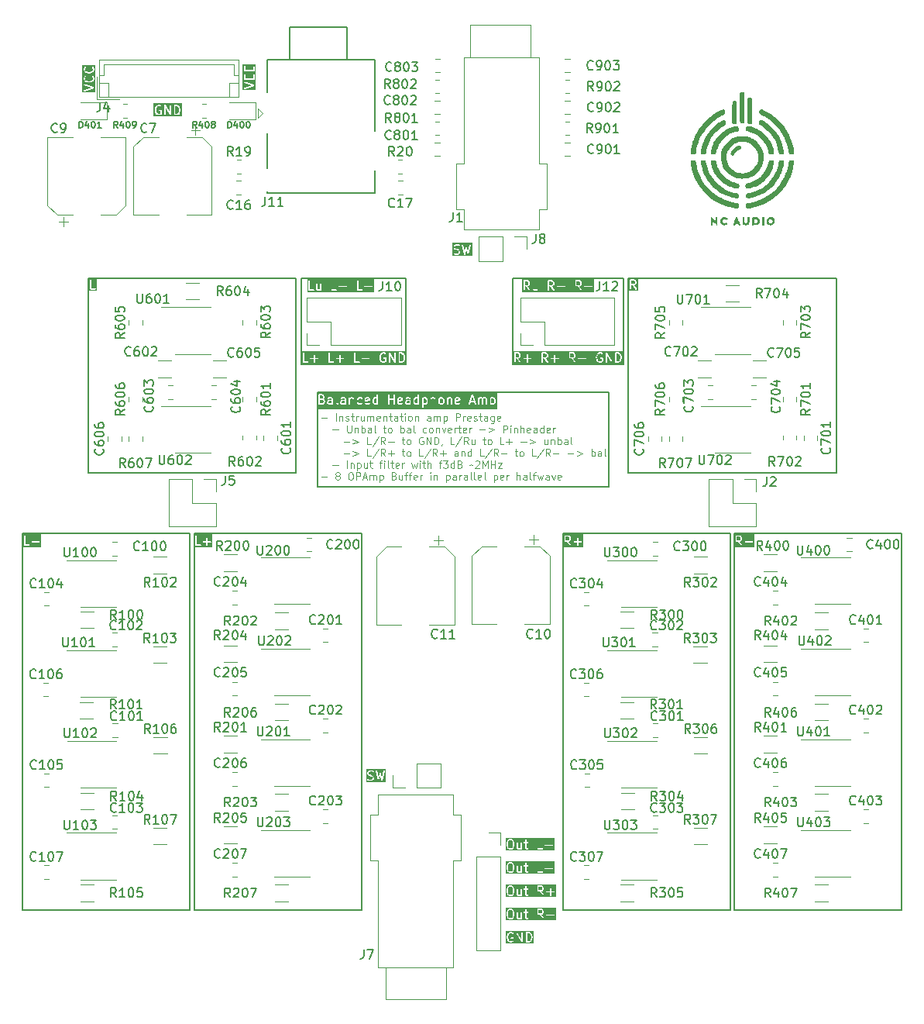
<source format=gbr>
%TF.GenerationSoftware,KiCad,Pcbnew,7.0.7*%
%TF.CreationDate,2024-01-11T22:16:13+01:00*%
%TF.ProjectId,NCBalOPHeadAmp,4e434261-6c4f-4504-9865-6164416d702e,rev?*%
%TF.SameCoordinates,Original*%
%TF.FileFunction,Legend,Top*%
%TF.FilePolarity,Positive*%
%FSLAX46Y46*%
G04 Gerber Fmt 4.6, Leading zero omitted, Abs format (unit mm)*
G04 Created by KiCad (PCBNEW 7.0.7) date 2024-01-11 22:16:13*
%MOMM*%
%LPD*%
G01*
G04 APERTURE LIST*
%ADD10C,0.150000*%
%ADD11C,0.120000*%
G04 APERTURE END LIST*
D10*
X121107500Y-101536800D02*
X139395500Y-101536800D01*
X139395500Y-142684800D01*
X121107500Y-142684800D01*
X121107500Y-101536800D01*
X180151000Y-101536800D02*
X198439000Y-101536800D01*
X198439000Y-142684800D01*
X180151000Y-142684800D01*
X180151000Y-101536800D01*
X134556500Y-86106000D02*
X166433500Y-86106000D01*
X166433500Y-96393000D01*
X134556500Y-96393000D01*
X134556500Y-86106000D01*
X109533300Y-73677528D02*
X132266300Y-73677528D01*
X132266300Y-94886528D01*
X109533300Y-94886528D01*
X109533300Y-73677528D01*
X161445000Y-101536800D02*
X179733000Y-101536800D01*
X179733000Y-142684800D01*
X161445000Y-142684800D01*
X161445000Y-101536800D01*
X168554300Y-73677528D02*
X191287300Y-73677528D01*
X191287300Y-94886528D01*
X168554300Y-94886528D01*
X168554300Y-73677528D01*
X155956000Y-73660000D02*
X168021000Y-73660000D01*
X168021000Y-83058000D01*
X155956000Y-83058000D01*
X155956000Y-73660000D01*
X132842000Y-73660000D02*
X144272000Y-73660000D01*
X144272000Y-83058000D01*
X132842000Y-83058000D01*
X132842000Y-73660000D01*
X102373500Y-101536800D02*
X120661500Y-101536800D01*
X120661500Y-142684800D01*
X102373500Y-142684800D01*
X102373500Y-101536800D01*
G36*
X110499487Y-75035204D02*
G01*
X109588722Y-75035204D01*
X109588722Y-74817347D01*
X109731579Y-74817347D01*
X109738242Y-74835655D01*
X109741627Y-74854847D01*
X109746811Y-74859197D01*
X109749126Y-74865556D01*
X109765999Y-74875298D01*
X109780927Y-74887824D01*
X109790669Y-74889541D01*
X109793555Y-74891208D01*
X109796837Y-74890629D01*
X109806579Y-74892347D01*
X110282769Y-74892347D01*
X110330978Y-74874800D01*
X110356630Y-74830371D01*
X110347721Y-74779847D01*
X110308421Y-74746870D01*
X110282769Y-74742347D01*
X109881579Y-74742347D01*
X109881579Y-73817347D01*
X109864032Y-73769138D01*
X109819603Y-73743486D01*
X109769079Y-73752395D01*
X109736102Y-73791695D01*
X109731579Y-73817347D01*
X109731579Y-74817347D01*
X109588722Y-74817347D01*
X109588722Y-73600629D01*
X110499487Y-73600629D01*
X110499487Y-75035204D01*
G37*
G36*
X110323676Y-53363906D02*
G01*
X108887962Y-53363906D01*
X108887962Y-53157078D01*
X109031630Y-53157078D01*
X109056059Y-53202192D01*
X109103770Y-53221049D01*
X109129536Y-53217228D01*
X110129536Y-52883895D01*
X110131227Y-52882552D01*
X110133385Y-52882494D01*
X110151137Y-52866752D01*
X110169722Y-52852004D01*
X110170154Y-52849889D01*
X110171771Y-52848456D01*
X110175250Y-52824987D01*
X110180008Y-52801743D01*
X110178979Y-52799843D01*
X110179296Y-52797708D01*
X110166875Y-52777490D01*
X110155579Y-52756629D01*
X110153571Y-52755835D01*
X110152441Y-52753995D01*
X110129536Y-52741593D01*
X109129536Y-52408260D01*
X109078252Y-52409661D01*
X109039867Y-52443698D01*
X109032342Y-52494447D01*
X109059197Y-52538159D01*
X109082102Y-52550562D01*
X109868648Y-52812744D01*
X109082102Y-53074926D01*
X109041916Y-53106817D01*
X109031630Y-53157078D01*
X108887962Y-53157078D01*
X108887962Y-51860363D01*
X109030819Y-51860363D01*
X109031379Y-51861901D01*
X109034668Y-51884080D01*
X109082287Y-52026937D01*
X109085074Y-52030449D01*
X109085465Y-52034916D01*
X109100405Y-52056253D01*
X109195643Y-52151491D01*
X109197124Y-52152181D01*
X109215135Y-52165540D01*
X109310373Y-52213159D01*
X109313901Y-52213565D01*
X109325724Y-52218838D01*
X109516200Y-52266457D01*
X109519648Y-52266096D01*
X109534390Y-52268696D01*
X109677247Y-52268696D01*
X109680504Y-52267510D01*
X109695437Y-52266457D01*
X109885913Y-52218838D01*
X109888857Y-52216849D01*
X109901264Y-52213159D01*
X109996502Y-52165540D01*
X109997625Y-52164353D01*
X110015994Y-52151491D01*
X110111233Y-52056253D01*
X110113128Y-52052188D01*
X110116948Y-52049842D01*
X110129351Y-52026937D01*
X110176970Y-51884081D01*
X110176925Y-51882445D01*
X110180819Y-51860363D01*
X110180819Y-51765125D01*
X110180259Y-51763587D01*
X110176970Y-51741407D01*
X110129351Y-51598551D01*
X110126563Y-51595039D01*
X110126173Y-51590571D01*
X110111232Y-51569234D01*
X110063612Y-51521615D01*
X110017116Y-51499935D01*
X109967561Y-51513212D01*
X109938135Y-51555238D01*
X109942607Y-51606346D01*
X109957548Y-51627683D01*
X109992648Y-51662782D01*
X110030819Y-51777295D01*
X110030819Y-51848192D01*
X109992648Y-51962705D01*
X109918534Y-52036818D01*
X109841547Y-52075312D01*
X109668013Y-52118696D01*
X109543624Y-52118696D01*
X109370090Y-52075312D01*
X109293103Y-52036819D01*
X109218990Y-51962706D01*
X109180819Y-51848192D01*
X109180819Y-51777295D01*
X109218990Y-51662781D01*
X109254090Y-51627682D01*
X109275771Y-51581186D01*
X109262494Y-51531631D01*
X109220468Y-51502205D01*
X109169361Y-51506676D01*
X109148024Y-51521616D01*
X109100405Y-51569235D01*
X109098510Y-51573298D01*
X109094689Y-51575646D01*
X109082287Y-51598551D01*
X109034668Y-51741408D01*
X109034712Y-51743042D01*
X109030819Y-51765125D01*
X109030819Y-51860363D01*
X108887962Y-51860363D01*
X108887962Y-50860363D01*
X109030819Y-50860363D01*
X109031379Y-50861901D01*
X109034668Y-50884080D01*
X109082287Y-51026937D01*
X109085074Y-51030449D01*
X109085465Y-51034916D01*
X109100405Y-51056253D01*
X109195643Y-51151491D01*
X109197124Y-51152181D01*
X109215135Y-51165540D01*
X109310373Y-51213159D01*
X109313901Y-51213565D01*
X109325724Y-51218838D01*
X109516200Y-51266457D01*
X109519648Y-51266096D01*
X109534390Y-51268696D01*
X109677247Y-51268696D01*
X109680504Y-51267510D01*
X109695437Y-51266457D01*
X109885913Y-51218838D01*
X109888857Y-51216849D01*
X109901264Y-51213159D01*
X109996502Y-51165540D01*
X109997625Y-51164353D01*
X110015994Y-51151491D01*
X110111233Y-51056253D01*
X110113128Y-51052188D01*
X110116948Y-51049842D01*
X110129351Y-51026937D01*
X110176970Y-50884081D01*
X110176925Y-50882445D01*
X110180819Y-50860363D01*
X110180819Y-50765125D01*
X110180259Y-50763587D01*
X110176970Y-50741407D01*
X110129351Y-50598551D01*
X110126563Y-50595039D01*
X110126173Y-50590571D01*
X110111232Y-50569234D01*
X110063612Y-50521615D01*
X110017116Y-50499935D01*
X109967561Y-50513212D01*
X109938135Y-50555238D01*
X109942607Y-50606346D01*
X109957548Y-50627683D01*
X109992648Y-50662782D01*
X110030819Y-50777295D01*
X110030819Y-50848192D01*
X109992648Y-50962705D01*
X109918534Y-51036818D01*
X109841547Y-51075312D01*
X109668013Y-51118696D01*
X109543624Y-51118696D01*
X109370090Y-51075312D01*
X109293103Y-51036819D01*
X109218990Y-50962706D01*
X109180819Y-50848192D01*
X109180819Y-50777295D01*
X109218990Y-50662781D01*
X109254090Y-50627682D01*
X109275771Y-50581186D01*
X109262494Y-50531631D01*
X109220468Y-50502205D01*
X109169361Y-50506676D01*
X109148024Y-50521616D01*
X109100405Y-50569235D01*
X109098510Y-50573298D01*
X109094689Y-50575646D01*
X109082287Y-50598551D01*
X109034668Y-50741408D01*
X109034712Y-50743042D01*
X109030819Y-50765125D01*
X109030819Y-50860363D01*
X108887962Y-50860363D01*
X108887962Y-50357078D01*
X110323676Y-50357078D01*
X110323676Y-53363906D01*
G37*
G36*
X180792542Y-101912877D02*
G01*
X180822949Y-101943283D01*
X180857207Y-102011800D01*
X180857207Y-102119246D01*
X180822948Y-102187763D01*
X180792542Y-102218170D01*
X180724026Y-102252428D01*
X180435779Y-102252428D01*
X180435779Y-101878619D01*
X180724026Y-101878619D01*
X180792542Y-101912877D01*
G37*
G36*
X182339402Y-103020337D02*
G01*
X180142922Y-103020337D01*
X180142922Y-102803619D01*
X180285779Y-102803619D01*
X180303326Y-102851828D01*
X180347755Y-102877480D01*
X180398279Y-102868571D01*
X180431256Y-102829271D01*
X180435779Y-102803619D01*
X180435779Y-102402428D01*
X180559825Y-102402428D01*
X180870765Y-102846629D01*
X180912786Y-102876061D01*
X180963894Y-102871597D01*
X181000176Y-102835325D01*
X181004655Y-102784218D01*
X180993650Y-102760610D01*
X180747972Y-102409642D01*
X181286918Y-102409642D01*
X181295827Y-102460166D01*
X181335127Y-102493143D01*
X181360779Y-102497666D01*
X182122684Y-102497666D01*
X182170893Y-102480119D01*
X182196545Y-102435690D01*
X182187636Y-102385166D01*
X182148336Y-102352189D01*
X182122684Y-102347666D01*
X181360779Y-102347666D01*
X181312570Y-102365213D01*
X181286918Y-102409642D01*
X180747972Y-102409642D01*
X180742680Y-102402082D01*
X180745944Y-102400894D01*
X180750305Y-102401936D01*
X180775272Y-102394510D01*
X180870510Y-102346891D01*
X180871635Y-102345701D01*
X180890002Y-102332842D01*
X180937621Y-102285223D01*
X180938312Y-102283741D01*
X180951670Y-102265731D01*
X180999289Y-102170493D01*
X180999801Y-102166039D01*
X181002684Y-102162604D01*
X181007207Y-102136952D01*
X181007207Y-101994095D01*
X181005673Y-101989881D01*
X181006715Y-101985520D01*
X180999289Y-101960554D01*
X180951670Y-101865316D01*
X180950480Y-101864190D01*
X180937621Y-101845824D01*
X180890002Y-101798205D01*
X180888520Y-101797514D01*
X180870510Y-101784156D01*
X180775272Y-101736537D01*
X180770818Y-101736024D01*
X180767383Y-101733142D01*
X180741731Y-101728619D01*
X180360779Y-101728619D01*
X180342470Y-101735282D01*
X180323279Y-101738667D01*
X180318928Y-101743851D01*
X180312570Y-101746166D01*
X180302827Y-101763039D01*
X180290302Y-101777967D01*
X180288584Y-101787709D01*
X180286918Y-101790595D01*
X180287496Y-101793877D01*
X180285779Y-101803619D01*
X180285779Y-102803619D01*
X180142922Y-102803619D01*
X180142922Y-101585762D01*
X182339402Y-101585762D01*
X182339402Y-103020337D01*
G37*
G36*
X123105426Y-103021476D02*
G01*
X121099422Y-103021476D01*
X121099422Y-102803619D01*
X121242279Y-102803619D01*
X121248942Y-102821927D01*
X121252327Y-102841119D01*
X121257511Y-102845469D01*
X121259826Y-102851828D01*
X121276699Y-102861570D01*
X121291627Y-102874096D01*
X121301369Y-102875813D01*
X121304255Y-102877480D01*
X121307537Y-102876901D01*
X121317279Y-102878619D01*
X121793469Y-102878619D01*
X121841678Y-102861072D01*
X121867330Y-102816643D01*
X121858421Y-102766119D01*
X121819121Y-102733142D01*
X121793469Y-102728619D01*
X121392279Y-102728619D01*
X121392279Y-102409642D01*
X122052942Y-102409642D01*
X122061851Y-102460166D01*
X122101151Y-102493143D01*
X122126803Y-102497666D01*
X122432755Y-102497666D01*
X122432755Y-102803619D01*
X122450302Y-102851828D01*
X122494731Y-102877480D01*
X122545255Y-102868571D01*
X122578232Y-102829271D01*
X122582755Y-102803619D01*
X122582755Y-102497666D01*
X122888708Y-102497666D01*
X122936917Y-102480119D01*
X122962569Y-102435690D01*
X122953660Y-102385166D01*
X122914360Y-102352189D01*
X122888708Y-102347666D01*
X122582755Y-102347666D01*
X122582755Y-102041714D01*
X122565208Y-101993505D01*
X122520779Y-101967853D01*
X122470255Y-101976762D01*
X122437278Y-102016062D01*
X122432755Y-102041714D01*
X122432755Y-102347666D01*
X122126803Y-102347666D01*
X122078594Y-102365213D01*
X122052942Y-102409642D01*
X121392279Y-102409642D01*
X121392279Y-101803619D01*
X121374732Y-101755410D01*
X121330303Y-101729758D01*
X121279779Y-101738667D01*
X121246802Y-101777967D01*
X121242279Y-101803619D01*
X121242279Y-102803619D01*
X121099422Y-102803619D01*
X121099422Y-101586901D01*
X123105426Y-101586901D01*
X123105426Y-103021476D01*
G37*
G36*
X157603542Y-74031077D02*
G01*
X157633949Y-74061484D01*
X157668207Y-74129999D01*
X157668207Y-74237447D01*
X157633949Y-74305963D01*
X157603542Y-74336370D01*
X157535026Y-74370628D01*
X157246779Y-74370628D01*
X157246779Y-73996819D01*
X157535026Y-73996819D01*
X157603542Y-74031077D01*
G37*
G36*
X160270209Y-74031077D02*
G01*
X160300616Y-74061484D01*
X160334874Y-74129999D01*
X160334874Y-74237447D01*
X160300616Y-74305963D01*
X160270209Y-74336370D01*
X160201693Y-74370628D01*
X159913446Y-74370628D01*
X159913446Y-73996819D01*
X160201693Y-73996819D01*
X160270209Y-74031077D01*
G37*
G36*
X163270209Y-74031077D02*
G01*
X163300616Y-74061484D01*
X163334874Y-74129999D01*
X163334874Y-74237446D01*
X163300616Y-74305963D01*
X163270208Y-74336370D01*
X163201693Y-74370628D01*
X162913446Y-74370628D01*
X162913446Y-73996819D01*
X163201693Y-73996819D01*
X163270209Y-74031077D01*
G37*
G36*
X164817069Y-75139676D02*
G01*
X156953922Y-75139676D01*
X156953922Y-74921819D01*
X157096779Y-74921819D01*
X157114326Y-74970028D01*
X157158755Y-74995680D01*
X157209279Y-74986771D01*
X157242256Y-74947471D01*
X157246779Y-74921819D01*
X157246779Y-74520628D01*
X157370825Y-74520628D01*
X157681765Y-74964829D01*
X157723786Y-74994261D01*
X157774894Y-74989797D01*
X157811176Y-74953525D01*
X157815655Y-74902418D01*
X157804650Y-74878810D01*
X157734756Y-74778961D01*
X158096779Y-74778961D01*
X158098312Y-74783173D01*
X158097270Y-74787535D01*
X158104697Y-74812502D01*
X158152316Y-74907741D01*
X158160469Y-74915460D01*
X158164936Y-74925765D01*
X158185857Y-74941282D01*
X158281095Y-74988901D01*
X158285548Y-74989413D01*
X158288984Y-74992296D01*
X158314636Y-74996819D01*
X158457493Y-74996819D01*
X158461706Y-74995285D01*
X158466067Y-74996327D01*
X158491034Y-74988901D01*
X158540723Y-74964056D01*
X158542897Y-74970028D01*
X158587326Y-74995680D01*
X158637850Y-74986771D01*
X158670827Y-74947471D01*
X158675350Y-74921819D01*
X159763446Y-74921819D01*
X159780993Y-74970028D01*
X159825422Y-74995680D01*
X159875946Y-74986771D01*
X159908923Y-74947471D01*
X159913446Y-74921819D01*
X159913446Y-74520628D01*
X160037492Y-74520628D01*
X160348432Y-74964829D01*
X160390453Y-74994261D01*
X160441561Y-74989797D01*
X160477843Y-74953525D01*
X160482322Y-74902418D01*
X160471317Y-74878810D01*
X160225639Y-74527842D01*
X160764585Y-74527842D01*
X160773494Y-74578366D01*
X160812794Y-74611343D01*
X160838446Y-74615866D01*
X161144398Y-74615866D01*
X161144398Y-74921819D01*
X161161945Y-74970028D01*
X161206374Y-74995680D01*
X161256898Y-74986771D01*
X161289875Y-74947471D01*
X161294398Y-74921819D01*
X162763446Y-74921819D01*
X162780993Y-74970028D01*
X162825422Y-74995680D01*
X162875946Y-74986771D01*
X162908923Y-74947471D01*
X162913446Y-74921819D01*
X162913446Y-74520628D01*
X163037492Y-74520628D01*
X163348432Y-74964829D01*
X163390453Y-74994261D01*
X163441561Y-74989797D01*
X163477843Y-74953525D01*
X163482322Y-74902418D01*
X163471317Y-74878810D01*
X163225639Y-74527842D01*
X163764585Y-74527842D01*
X163773494Y-74578366D01*
X163812794Y-74611343D01*
X163838446Y-74615866D01*
X164600351Y-74615866D01*
X164648560Y-74598319D01*
X164674212Y-74553890D01*
X164665303Y-74503366D01*
X164626003Y-74470389D01*
X164600351Y-74465866D01*
X163838446Y-74465866D01*
X163790237Y-74483413D01*
X163764585Y-74527842D01*
X163225639Y-74527842D01*
X163220347Y-74520282D01*
X163223611Y-74519094D01*
X163227972Y-74520136D01*
X163252939Y-74512710D01*
X163348177Y-74465091D01*
X163349302Y-74463901D01*
X163367669Y-74451042D01*
X163415288Y-74403423D01*
X163415979Y-74401941D01*
X163429337Y-74383931D01*
X163476956Y-74288693D01*
X163477468Y-74284239D01*
X163480351Y-74280804D01*
X163484874Y-74255152D01*
X163484874Y-74112295D01*
X163483340Y-74108081D01*
X163484382Y-74103720D01*
X163476956Y-74078754D01*
X163429337Y-73983516D01*
X163428147Y-73982390D01*
X163415288Y-73964024D01*
X163367669Y-73916405D01*
X163366187Y-73915714D01*
X163348177Y-73902356D01*
X163252939Y-73854737D01*
X163248485Y-73854224D01*
X163245050Y-73851342D01*
X163219398Y-73846819D01*
X162838446Y-73846819D01*
X162820137Y-73853482D01*
X162800946Y-73856867D01*
X162796595Y-73862051D01*
X162790237Y-73864366D01*
X162780494Y-73881239D01*
X162767969Y-73896167D01*
X162766251Y-73905909D01*
X162764585Y-73908795D01*
X162765163Y-73912077D01*
X162763446Y-73921819D01*
X162763446Y-74921819D01*
X161294398Y-74921819D01*
X161294398Y-74615866D01*
X161600351Y-74615866D01*
X161648560Y-74598319D01*
X161674212Y-74553890D01*
X161665303Y-74503366D01*
X161626003Y-74470389D01*
X161600351Y-74465866D01*
X161294398Y-74465866D01*
X161294398Y-74159914D01*
X161276851Y-74111705D01*
X161232422Y-74086053D01*
X161181898Y-74094962D01*
X161148921Y-74134262D01*
X161144398Y-74159914D01*
X161144398Y-74465866D01*
X160838446Y-74465866D01*
X160790237Y-74483413D01*
X160764585Y-74527842D01*
X160225639Y-74527842D01*
X160220347Y-74520282D01*
X160223611Y-74519094D01*
X160227972Y-74520136D01*
X160252939Y-74512710D01*
X160348177Y-74465091D01*
X160349302Y-74463901D01*
X160367669Y-74451042D01*
X160415288Y-74403423D01*
X160415979Y-74401941D01*
X160429337Y-74383931D01*
X160476956Y-74288693D01*
X160477468Y-74284239D01*
X160480351Y-74280804D01*
X160484874Y-74255152D01*
X160484874Y-74112295D01*
X160483340Y-74108081D01*
X160484382Y-74103720D01*
X160476956Y-74078754D01*
X160429337Y-73983516D01*
X160428147Y-73982390D01*
X160415288Y-73964024D01*
X160367669Y-73916405D01*
X160366187Y-73915714D01*
X160348177Y-73902356D01*
X160252939Y-73854737D01*
X160248485Y-73854224D01*
X160245050Y-73851342D01*
X160219398Y-73846819D01*
X159838446Y-73846819D01*
X159820137Y-73853482D01*
X159800946Y-73856867D01*
X159796595Y-73862051D01*
X159790237Y-73864366D01*
X159780494Y-73881239D01*
X159767969Y-73896167D01*
X159766251Y-73905909D01*
X159764585Y-73908795D01*
X159765163Y-73912077D01*
X159763446Y-73921819D01*
X159763446Y-74921819D01*
X158675350Y-74921819D01*
X158675350Y-74255152D01*
X158657803Y-74206943D01*
X158613374Y-74181291D01*
X158562850Y-74190200D01*
X158529873Y-74229500D01*
X158525350Y-74255152D01*
X158525350Y-74795514D01*
X158508303Y-74812561D01*
X158439788Y-74846819D01*
X158332341Y-74846819D01*
X158275299Y-74818298D01*
X158246779Y-74761256D01*
X158246779Y-74255152D01*
X158229232Y-74206943D01*
X158184803Y-74181291D01*
X158134279Y-74190200D01*
X158101302Y-74229500D01*
X158096779Y-74255152D01*
X158096779Y-74778961D01*
X157734756Y-74778961D01*
X157553680Y-74520282D01*
X157556944Y-74519094D01*
X157561305Y-74520136D01*
X157586272Y-74512710D01*
X157681510Y-74465091D01*
X157682635Y-74463901D01*
X157701002Y-74451042D01*
X157748621Y-74403423D01*
X157749312Y-74401941D01*
X157762670Y-74383931D01*
X157810289Y-74288693D01*
X157810801Y-74284239D01*
X157813684Y-74280804D01*
X157818207Y-74255152D01*
X157818207Y-74112295D01*
X157816673Y-74108081D01*
X157817715Y-74103720D01*
X157810289Y-74078754D01*
X157762670Y-73983516D01*
X157761480Y-73982390D01*
X157748621Y-73964024D01*
X157701002Y-73916405D01*
X157699520Y-73915714D01*
X157681510Y-73902356D01*
X157586272Y-73854737D01*
X157581818Y-73854224D01*
X157578383Y-73851342D01*
X157552731Y-73846819D01*
X157171779Y-73846819D01*
X157153470Y-73853482D01*
X157134279Y-73856867D01*
X157129928Y-73862051D01*
X157123570Y-73864366D01*
X157113827Y-73881239D01*
X157101302Y-73896167D01*
X157099584Y-73905909D01*
X157097918Y-73908795D01*
X157098496Y-73912077D01*
X157096779Y-73921819D01*
X157096779Y-74921819D01*
X156953922Y-74921819D01*
X156953922Y-73703962D01*
X164817069Y-73703962D01*
X164817069Y-75139676D01*
G37*
G36*
X151518882Y-71222676D02*
G01*
X149323303Y-71222676D01*
X149323303Y-70290533D01*
X149466160Y-70290533D01*
X149467693Y-70294746D01*
X149466652Y-70299107D01*
X149474078Y-70324074D01*
X149521697Y-70419312D01*
X149522886Y-70420437D01*
X149535746Y-70438804D01*
X149583365Y-70486423D01*
X149584846Y-70487114D01*
X149602857Y-70500472D01*
X149698095Y-70548091D01*
X149701623Y-70548497D01*
X149713446Y-70553770D01*
X149895936Y-70599392D01*
X149972923Y-70637886D01*
X150003330Y-70668293D01*
X150037588Y-70736809D01*
X150037588Y-70796636D01*
X150003329Y-70865153D01*
X149972922Y-70895561D01*
X149904407Y-70929819D01*
X149696187Y-70929819D01*
X149564877Y-70886049D01*
X149513593Y-70887450D01*
X149475208Y-70921487D01*
X149467683Y-70972236D01*
X149494538Y-71015948D01*
X149517443Y-71028351D01*
X149660299Y-71075970D01*
X149661934Y-71075925D01*
X149684017Y-71079819D01*
X149922112Y-71079819D01*
X149926325Y-71078285D01*
X149930686Y-71079327D01*
X149955653Y-71071901D01*
X150050891Y-71024282D01*
X150052015Y-71023094D01*
X150070384Y-71010232D01*
X150118002Y-70962613D01*
X150118692Y-70961131D01*
X150132051Y-70943121D01*
X150179670Y-70847883D01*
X150180182Y-70843429D01*
X150183065Y-70839994D01*
X150187588Y-70814342D01*
X150187588Y-70719104D01*
X150186054Y-70714890D01*
X150187096Y-70710529D01*
X150179670Y-70685563D01*
X150132051Y-70590325D01*
X150130861Y-70589199D01*
X150118002Y-70570833D01*
X150070383Y-70523214D01*
X150068901Y-70522523D01*
X150050891Y-70509165D01*
X149955653Y-70461546D01*
X149952124Y-70461139D01*
X149940302Y-70455867D01*
X149757812Y-70410244D01*
X149680825Y-70371751D01*
X149650418Y-70341344D01*
X149616160Y-70272827D01*
X149616160Y-70213000D01*
X149650418Y-70144484D01*
X149680825Y-70114077D01*
X149749341Y-70079819D01*
X149957561Y-70079819D01*
X150088870Y-70123589D01*
X150140154Y-70122188D01*
X150178540Y-70088150D01*
X150186065Y-70037402D01*
X150160745Y-69996188D01*
X150371420Y-69996188D01*
X150372962Y-70022191D01*
X150611057Y-71022191D01*
X150615386Y-71028759D01*
X150616082Y-71036597D01*
X150629142Y-71049626D01*
X150639293Y-71065024D01*
X150646831Y-71067272D01*
X150652402Y-71072830D01*
X150670778Y-71074415D01*
X150688455Y-71079688D01*
X150695677Y-71076563D01*
X150703515Y-71077240D01*
X150718611Y-71066642D01*
X150735541Y-71059319D01*
X150739064Y-71052284D01*
X150745505Y-71047764D01*
X150756485Y-71024144D01*
X150874492Y-70581613D01*
X150992501Y-71024144D01*
X150997006Y-71030595D01*
X150997912Y-71038410D01*
X151011317Y-71051083D01*
X151021878Y-71066204D01*
X151029472Y-71068248D01*
X151035191Y-71073655D01*
X151053604Y-71074746D01*
X151071416Y-71079542D01*
X151078552Y-71076224D01*
X151086405Y-71076690D01*
X151101208Y-71065693D01*
X151117939Y-71057916D01*
X151121273Y-71050787D01*
X151127588Y-71046097D01*
X151137929Y-71022191D01*
X151376025Y-70022191D01*
X151370122Y-69971228D01*
X151332843Y-69935983D01*
X151281629Y-69932948D01*
X151240446Y-69963541D01*
X151230105Y-69987448D01*
X151060852Y-70698303D01*
X150946961Y-70271208D01*
X150943033Y-70265585D01*
X150942428Y-70258755D01*
X150928690Y-70245049D01*
X150917584Y-70229148D01*
X150910965Y-70227365D01*
X150906109Y-70222521D01*
X150886775Y-70220852D01*
X150868046Y-70215810D01*
X150861827Y-70218700D01*
X150854995Y-70218111D01*
X150839115Y-70229258D01*
X150821524Y-70237436D01*
X150818618Y-70243647D01*
X150813005Y-70247588D01*
X150802025Y-70271208D01*
X150688133Y-70698303D01*
X150518882Y-69987447D01*
X150490646Y-69944614D01*
X150441484Y-69929950D01*
X150394398Y-69950319D01*
X150371420Y-69996188D01*
X150160745Y-69996188D01*
X150159210Y-69993689D01*
X150136305Y-69981287D01*
X149993448Y-69933668D01*
X149991813Y-69933712D01*
X149969731Y-69929819D01*
X149731636Y-69929819D01*
X149727422Y-69931352D01*
X149723061Y-69930311D01*
X149698095Y-69937737D01*
X149602857Y-69985356D01*
X149601731Y-69986545D01*
X149583365Y-69999405D01*
X149535746Y-70047024D01*
X149535055Y-70048505D01*
X149521697Y-70066516D01*
X149474078Y-70161754D01*
X149473565Y-70166207D01*
X149470683Y-70169643D01*
X149466160Y-70195295D01*
X149466160Y-70290533D01*
X149323303Y-70290533D01*
X149323303Y-69786962D01*
X151518882Y-69786962D01*
X151518882Y-71222676D01*
G37*
G36*
X146436139Y-86815410D02*
G01*
X146466546Y-86845817D01*
X146500804Y-86914333D01*
X146500804Y-87164636D01*
X146466545Y-87233153D01*
X146436138Y-87263561D01*
X146367623Y-87297819D01*
X146212557Y-87297819D01*
X146174614Y-87278847D01*
X146174614Y-86800123D01*
X146212557Y-86781152D01*
X146367623Y-86781152D01*
X146436139Y-86815410D01*
G37*
G36*
X153864711Y-86815410D02*
G01*
X153895118Y-86845817D01*
X153929376Y-86914333D01*
X153929376Y-87164637D01*
X153895117Y-87233153D01*
X153864710Y-87263561D01*
X153796195Y-87297819D01*
X153641129Y-87297819D01*
X153603186Y-87278847D01*
X153603186Y-86800123D01*
X153641129Y-86781152D01*
X153796195Y-86781152D01*
X153864711Y-86815410D01*
G37*
G36*
X135201955Y-86962180D02*
G01*
X135228449Y-86988674D01*
X135262707Y-87057190D01*
X135262707Y-87164636D01*
X135228448Y-87233153D01*
X135198041Y-87263561D01*
X135129526Y-87297819D01*
X134841279Y-87297819D01*
X134841279Y-86924009D01*
X135087442Y-86924009D01*
X135201955Y-86962180D01*
G37*
G36*
X135150423Y-86482077D02*
G01*
X135180830Y-86512483D01*
X135215088Y-86581000D01*
X135215088Y-86640827D01*
X135180830Y-86709344D01*
X135150423Y-86739751D01*
X135081907Y-86774009D01*
X134841279Y-86774009D01*
X134841279Y-86447819D01*
X135081907Y-86447819D01*
X135150423Y-86482077D01*
G37*
G36*
X136119850Y-87278847D02*
G01*
X136081907Y-87297819D01*
X135879222Y-87297819D01*
X135822180Y-87269298D01*
X135793660Y-87212256D01*
X135793660Y-87152428D01*
X135822180Y-87095386D01*
X135879222Y-87066866D01*
X136099612Y-87066866D01*
X136103825Y-87065332D01*
X136108186Y-87066374D01*
X136119850Y-87062904D01*
X136119850Y-87278847D01*
G37*
G36*
X137548422Y-87278847D02*
G01*
X137510479Y-87297819D01*
X137307794Y-87297819D01*
X137250752Y-87269298D01*
X137222232Y-87212256D01*
X137222232Y-87152428D01*
X137250752Y-87095386D01*
X137307794Y-87066866D01*
X137528184Y-87066866D01*
X137532397Y-87065332D01*
X137536758Y-87066374D01*
X137548422Y-87062904D01*
X137548422Y-87278847D01*
G37*
G36*
X140186568Y-86809672D02*
G01*
X140215089Y-86866714D01*
X140215089Y-86882762D01*
X139888899Y-86947999D01*
X139888899Y-86866714D01*
X139917419Y-86809672D01*
X139974461Y-86781152D01*
X140129527Y-86781152D01*
X140186568Y-86809672D01*
G37*
G36*
X141072232Y-86800123D02*
G01*
X141072232Y-87278847D01*
X141034289Y-87297819D01*
X140879223Y-87297819D01*
X140810707Y-87263561D01*
X140780300Y-87233153D01*
X140746042Y-87164636D01*
X140746042Y-86914333D01*
X140780299Y-86845817D01*
X140810707Y-86815410D01*
X140879223Y-86781152D01*
X141034289Y-86781152D01*
X141072232Y-86800123D01*
G37*
G36*
X143757997Y-86809672D02*
G01*
X143786518Y-86866713D01*
X143786518Y-86882762D01*
X143460328Y-86947999D01*
X143460328Y-86866713D01*
X143488848Y-86809672D01*
X143545890Y-86781152D01*
X143700956Y-86781152D01*
X143757997Y-86809672D01*
G37*
G36*
X144643661Y-87278847D02*
G01*
X144605718Y-87297819D01*
X144403033Y-87297819D01*
X144345991Y-87269298D01*
X144317471Y-87212256D01*
X144317471Y-87152428D01*
X144345991Y-87095386D01*
X144403033Y-87066866D01*
X144623423Y-87066866D01*
X144627636Y-87065332D01*
X144631997Y-87066374D01*
X144643661Y-87062904D01*
X144643661Y-87278847D01*
G37*
G36*
X145548423Y-86800123D02*
G01*
X145548423Y-87278847D01*
X145510480Y-87297819D01*
X145355414Y-87297819D01*
X145286898Y-87263561D01*
X145256491Y-87233153D01*
X145222233Y-87164637D01*
X145222233Y-86914332D01*
X145256491Y-86845816D01*
X145286898Y-86815410D01*
X145355414Y-86781152D01*
X145510480Y-86781152D01*
X145548423Y-86800123D01*
G37*
G36*
X148245663Y-86815410D02*
G01*
X148276070Y-86845817D01*
X148310328Y-86914333D01*
X148310328Y-87164637D01*
X148276069Y-87233153D01*
X148245662Y-87263561D01*
X148177147Y-87297819D01*
X148069700Y-87297819D01*
X148001184Y-87263561D01*
X147970777Y-87233153D01*
X147936519Y-87164636D01*
X147936519Y-86914333D01*
X147970777Y-86845817D01*
X148001184Y-86815409D01*
X148069700Y-86781152D01*
X148177147Y-86781152D01*
X148245663Y-86815410D01*
G37*
G36*
X150043712Y-86809672D02*
G01*
X150072233Y-86866714D01*
X150072233Y-86882762D01*
X149746043Y-86947999D01*
X149746043Y-86866714D01*
X149774563Y-86809672D01*
X149831605Y-86781152D01*
X149986671Y-86781152D01*
X150043712Y-86809672D01*
G37*
G36*
X151662224Y-87012104D02*
G01*
X151394148Y-87012104D01*
X151528186Y-86609989D01*
X151662224Y-87012104D01*
G37*
G36*
X154222233Y-87922870D02*
G01*
X134548422Y-87922870D01*
X134548422Y-87706152D01*
X146024614Y-87706152D01*
X146042161Y-87754361D01*
X146086590Y-87780013D01*
X146137114Y-87771104D01*
X146170091Y-87731804D01*
X146174614Y-87706152D01*
X153453186Y-87706152D01*
X153470733Y-87754361D01*
X153515162Y-87780013D01*
X153565686Y-87771104D01*
X153598663Y-87731804D01*
X153603186Y-87706152D01*
X153603186Y-87444250D01*
X153623424Y-87447819D01*
X153813900Y-87447819D01*
X153818113Y-87446285D01*
X153822474Y-87447327D01*
X153847441Y-87439901D01*
X153942679Y-87392282D01*
X153943803Y-87391094D01*
X153962172Y-87378232D01*
X154009790Y-87330613D01*
X154010480Y-87329131D01*
X154023839Y-87311121D01*
X154071458Y-87215883D01*
X154071970Y-87211429D01*
X154074853Y-87207994D01*
X154079376Y-87182342D01*
X154079376Y-86896628D01*
X154077842Y-86892414D01*
X154078884Y-86888053D01*
X154071458Y-86863087D01*
X154023839Y-86767849D01*
X154022649Y-86766723D01*
X154009790Y-86748357D01*
X153962171Y-86700738D01*
X153960689Y-86700047D01*
X153942679Y-86686689D01*
X153847441Y-86639070D01*
X153842987Y-86638557D01*
X153839552Y-86635675D01*
X153813900Y-86631152D01*
X153623424Y-86631152D01*
X153619210Y-86632685D01*
X153614849Y-86631644D01*
X153589883Y-86639070D01*
X153570090Y-86648966D01*
X153541210Y-86632291D01*
X153490686Y-86641200D01*
X153457709Y-86680500D01*
X153453186Y-86706152D01*
X153453186Y-87706152D01*
X146174614Y-87706152D01*
X146174614Y-87444250D01*
X146194852Y-87447819D01*
X146385328Y-87447819D01*
X146389541Y-87446285D01*
X146393902Y-87447327D01*
X146418869Y-87439901D01*
X146514107Y-87392282D01*
X146515231Y-87391094D01*
X146533600Y-87378232D01*
X146539013Y-87372819D01*
X146929376Y-87372819D01*
X146946923Y-87421028D01*
X146991352Y-87446680D01*
X147041876Y-87437771D01*
X147074853Y-87398471D01*
X147079376Y-87372819D01*
X147079376Y-86832455D01*
X147096422Y-86815410D01*
X147164938Y-86781152D01*
X147272385Y-86781152D01*
X147329426Y-86809672D01*
X147357947Y-86866714D01*
X147357947Y-87372819D01*
X147375494Y-87421028D01*
X147419923Y-87446680D01*
X147470447Y-87437771D01*
X147503424Y-87398471D01*
X147507947Y-87372819D01*
X147507947Y-87182342D01*
X147786519Y-87182342D01*
X147788052Y-87186555D01*
X147787011Y-87190916D01*
X147794437Y-87215883D01*
X147842056Y-87311121D01*
X147843244Y-87312246D01*
X147856104Y-87330612D01*
X147903723Y-87378232D01*
X147905204Y-87378922D01*
X147923216Y-87392282D01*
X148018454Y-87439901D01*
X148022907Y-87440413D01*
X148026343Y-87443296D01*
X148051995Y-87447819D01*
X148194852Y-87447819D01*
X148199065Y-87446285D01*
X148203426Y-87447327D01*
X148228393Y-87439901D01*
X148323631Y-87392282D01*
X148324755Y-87391094D01*
X148343124Y-87378232D01*
X148348537Y-87372819D01*
X148738900Y-87372819D01*
X148756447Y-87421028D01*
X148800876Y-87446680D01*
X148851400Y-87437771D01*
X148884377Y-87398471D01*
X148888900Y-87372819D01*
X148888900Y-86832455D01*
X148905946Y-86815409D01*
X148974462Y-86781152D01*
X149081909Y-86781152D01*
X149138950Y-86809672D01*
X149167471Y-86866714D01*
X149167471Y-87372819D01*
X149185018Y-87421028D01*
X149229447Y-87446680D01*
X149279971Y-87437771D01*
X149312948Y-87398471D01*
X149317471Y-87372819D01*
X149317471Y-87229961D01*
X149596043Y-87229961D01*
X149597576Y-87234173D01*
X149596534Y-87238535D01*
X149603961Y-87263502D01*
X149651580Y-87358741D01*
X149659733Y-87366460D01*
X149664200Y-87376765D01*
X149685121Y-87392282D01*
X149780359Y-87439901D01*
X149784812Y-87440413D01*
X149788248Y-87443296D01*
X149813900Y-87447819D01*
X150004376Y-87447819D01*
X150008589Y-87446285D01*
X150012950Y-87447327D01*
X150037917Y-87439901D01*
X150133155Y-87392282D01*
X150168427Y-87355028D01*
X150168783Y-87349102D01*
X151123702Y-87349102D01*
X151125103Y-87400386D01*
X151159140Y-87438771D01*
X151209889Y-87446296D01*
X151253601Y-87419441D01*
X151266004Y-87396536D01*
X151344148Y-87162104D01*
X151712224Y-87162104D01*
X151790368Y-87396536D01*
X151822259Y-87436722D01*
X151872520Y-87447008D01*
X151917634Y-87422579D01*
X151936491Y-87374867D01*
X151936187Y-87372819D01*
X152119853Y-87372819D01*
X152137400Y-87421028D01*
X152181829Y-87446680D01*
X152232353Y-87437771D01*
X152265330Y-87398471D01*
X152269853Y-87372819D01*
X152269853Y-86832455D01*
X152286898Y-86815410D01*
X152355415Y-86781152D01*
X152462862Y-86781152D01*
X152519903Y-86809672D01*
X152548424Y-86866714D01*
X152548424Y-87372819D01*
X152565971Y-87421028D01*
X152610400Y-87446680D01*
X152660924Y-87437771D01*
X152693901Y-87398471D01*
X152698424Y-87372819D01*
X152698424Y-86866714D01*
X152726944Y-86809672D01*
X152783986Y-86781152D01*
X152891433Y-86781152D01*
X152948475Y-86809672D01*
X152976996Y-86866714D01*
X152976996Y-87372819D01*
X152994543Y-87421028D01*
X153038972Y-87446680D01*
X153089496Y-87437771D01*
X153122473Y-87398471D01*
X153126996Y-87372819D01*
X153126996Y-86849009D01*
X153125462Y-86844795D01*
X153126504Y-86840434D01*
X153119078Y-86815468D01*
X153071459Y-86720230D01*
X153063305Y-86712510D01*
X153058839Y-86702206D01*
X153037918Y-86686689D01*
X152942679Y-86639070D01*
X152938225Y-86638557D01*
X152934790Y-86635675D01*
X152909138Y-86631152D01*
X152766281Y-86631152D01*
X152762067Y-86632685D01*
X152757706Y-86631644D01*
X152732740Y-86639070D01*
X152637502Y-86686689D01*
X152629782Y-86694842D01*
X152623822Y-86697425D01*
X152609346Y-86686689D01*
X152514108Y-86639070D01*
X152509654Y-86638557D01*
X152506219Y-86635675D01*
X152480567Y-86631152D01*
X152337710Y-86631152D01*
X152333496Y-86632685D01*
X152329135Y-86631644D01*
X152304169Y-86639070D01*
X152254479Y-86663914D01*
X152252306Y-86657943D01*
X152207877Y-86632291D01*
X152157353Y-86641200D01*
X152124376Y-86680500D01*
X152119853Y-86706152D01*
X152119853Y-87372819D01*
X151936187Y-87372819D01*
X151932670Y-87349102D01*
X151599337Y-86349102D01*
X151597994Y-86347410D01*
X151597936Y-86345253D01*
X151582194Y-86327500D01*
X151567446Y-86308916D01*
X151565331Y-86308483D01*
X151563898Y-86306867D01*
X151540429Y-86303387D01*
X151517185Y-86298630D01*
X151515285Y-86299658D01*
X151513150Y-86299342D01*
X151492932Y-86311762D01*
X151472071Y-86323059D01*
X151471277Y-86325066D01*
X151469437Y-86326197D01*
X151457035Y-86349102D01*
X151123702Y-87349102D01*
X150168783Y-87349102D01*
X150171502Y-87303818D01*
X150140938Y-87262612D01*
X150091039Y-87250692D01*
X150066073Y-87258118D01*
X149986671Y-87297819D01*
X149831605Y-87297819D01*
X149774563Y-87269298D01*
X149746043Y-87212256D01*
X149746043Y-87100970D01*
X150161941Y-87017791D01*
X150172528Y-87011351D01*
X150184733Y-87009199D01*
X150193767Y-86998432D01*
X150205773Y-86991130D01*
X150209743Y-86979392D01*
X150217710Y-86969899D01*
X150222233Y-86944247D01*
X150222233Y-86849009D01*
X150220699Y-86844795D01*
X150221741Y-86840434D01*
X150214315Y-86815468D01*
X150166696Y-86720230D01*
X150158542Y-86712510D01*
X150154076Y-86702206D01*
X150133155Y-86686689D01*
X150037917Y-86639070D01*
X150033463Y-86638557D01*
X150030028Y-86635675D01*
X150004376Y-86631152D01*
X149813900Y-86631152D01*
X149809686Y-86632685D01*
X149805325Y-86631644D01*
X149780359Y-86639070D01*
X149685121Y-86686689D01*
X149677401Y-86694842D01*
X149667097Y-86699309D01*
X149651580Y-86720230D01*
X149603961Y-86815468D01*
X149603448Y-86819921D01*
X149600566Y-86823357D01*
X149596043Y-86849009D01*
X149596043Y-87229961D01*
X149317471Y-87229961D01*
X149317471Y-86849009D01*
X149315937Y-86844795D01*
X149316979Y-86840434D01*
X149309553Y-86815468D01*
X149261934Y-86720230D01*
X149253780Y-86712510D01*
X149249314Y-86702206D01*
X149228393Y-86686689D01*
X149133155Y-86639070D01*
X149128701Y-86638557D01*
X149125266Y-86635675D01*
X149099614Y-86631152D01*
X148956757Y-86631152D01*
X148952543Y-86632685D01*
X148948182Y-86631644D01*
X148923216Y-86639070D01*
X148873526Y-86663914D01*
X148871353Y-86657943D01*
X148826924Y-86632291D01*
X148776400Y-86641200D01*
X148743423Y-86680500D01*
X148738900Y-86706152D01*
X148738900Y-87372819D01*
X148348537Y-87372819D01*
X148390742Y-87330613D01*
X148391432Y-87329131D01*
X148404791Y-87311121D01*
X148452410Y-87215883D01*
X148452922Y-87211429D01*
X148455805Y-87207994D01*
X148460328Y-87182342D01*
X148460328Y-86896628D01*
X148458794Y-86892414D01*
X148459836Y-86888053D01*
X148452410Y-86863087D01*
X148404791Y-86767849D01*
X148403601Y-86766723D01*
X148390742Y-86748357D01*
X148343123Y-86700738D01*
X148341641Y-86700047D01*
X148323631Y-86686689D01*
X148228393Y-86639070D01*
X148223939Y-86638557D01*
X148220504Y-86635675D01*
X148194852Y-86631152D01*
X148051995Y-86631152D01*
X148047781Y-86632685D01*
X148043420Y-86631644D01*
X148018454Y-86639070D01*
X147923216Y-86686689D01*
X147922090Y-86687878D01*
X147903724Y-86700738D01*
X147856105Y-86748357D01*
X147855414Y-86749838D01*
X147842056Y-86767849D01*
X147794437Y-86863087D01*
X147793924Y-86867540D01*
X147791042Y-86870976D01*
X147786519Y-86896628D01*
X147786519Y-87182342D01*
X147507947Y-87182342D01*
X147507947Y-86849009D01*
X147506413Y-86844795D01*
X147507455Y-86840434D01*
X147500029Y-86815468D01*
X147452410Y-86720230D01*
X147444256Y-86712510D01*
X147439790Y-86702206D01*
X147418869Y-86686689D01*
X147323631Y-86639070D01*
X147319177Y-86638557D01*
X147315742Y-86635675D01*
X147290090Y-86631152D01*
X147147233Y-86631152D01*
X147143019Y-86632685D01*
X147138658Y-86631644D01*
X147113692Y-86639070D01*
X147079376Y-86656228D01*
X147079376Y-86372819D01*
X147061829Y-86324610D01*
X147017400Y-86298958D01*
X146966876Y-86307867D01*
X146933899Y-86347167D01*
X146929376Y-86372819D01*
X146929376Y-87372819D01*
X146539013Y-87372819D01*
X146581218Y-87330613D01*
X146581908Y-87329131D01*
X146595267Y-87311121D01*
X146642886Y-87215883D01*
X146643398Y-87211429D01*
X146646281Y-87207994D01*
X146650804Y-87182342D01*
X146650804Y-86896628D01*
X146649270Y-86892414D01*
X146650312Y-86888053D01*
X146642886Y-86863087D01*
X146595267Y-86767849D01*
X146594077Y-86766723D01*
X146581218Y-86748357D01*
X146533599Y-86700738D01*
X146532117Y-86700047D01*
X146514107Y-86686689D01*
X146418869Y-86639070D01*
X146414415Y-86638557D01*
X146410980Y-86635675D01*
X146385328Y-86631152D01*
X146194852Y-86631152D01*
X146190638Y-86632685D01*
X146186277Y-86631644D01*
X146161311Y-86639070D01*
X146141518Y-86648966D01*
X146112638Y-86632291D01*
X146062114Y-86641200D01*
X146029137Y-86680500D01*
X146024614Y-86706152D01*
X146024614Y-87706152D01*
X134548422Y-87706152D01*
X134548422Y-87372819D01*
X134691279Y-87372819D01*
X134697942Y-87391127D01*
X134701327Y-87410319D01*
X134706511Y-87414669D01*
X134708826Y-87421028D01*
X134725699Y-87430770D01*
X134740627Y-87443296D01*
X134750369Y-87445013D01*
X134753255Y-87446680D01*
X134756537Y-87446101D01*
X134766279Y-87447819D01*
X135147231Y-87447819D01*
X135151444Y-87446285D01*
X135155805Y-87447327D01*
X135180772Y-87439901D01*
X135276010Y-87392282D01*
X135277134Y-87391094D01*
X135295503Y-87378232D01*
X135343121Y-87330613D01*
X135343811Y-87329131D01*
X135357170Y-87311121D01*
X135397750Y-87229961D01*
X135643660Y-87229961D01*
X135645193Y-87234173D01*
X135644151Y-87238535D01*
X135651578Y-87263502D01*
X135699197Y-87358741D01*
X135707350Y-87366460D01*
X135711817Y-87376765D01*
X135732738Y-87392282D01*
X135827976Y-87439901D01*
X135832429Y-87440413D01*
X135835865Y-87443296D01*
X135861517Y-87447819D01*
X136099612Y-87447819D01*
X136103825Y-87446285D01*
X136108186Y-87447327D01*
X136133153Y-87439901D01*
X136152945Y-87430004D01*
X136181826Y-87446680D01*
X136232350Y-87437771D01*
X136265327Y-87398471D01*
X136269850Y-87372819D01*
X136269850Y-87229961D01*
X136596041Y-87229961D01*
X136597574Y-87234173D01*
X136596532Y-87238535D01*
X136603959Y-87263502D01*
X136651578Y-87358741D01*
X136659731Y-87366460D01*
X136664198Y-87376765D01*
X136685119Y-87392282D01*
X136780357Y-87439901D01*
X136831323Y-87445766D01*
X136874136Y-87417500D01*
X136888763Y-87368325D01*
X136868360Y-87321254D01*
X136847439Y-87305737D01*
X136774561Y-87269298D01*
X136754893Y-87229961D01*
X137072232Y-87229961D01*
X137073765Y-87234173D01*
X137072723Y-87238535D01*
X137080150Y-87263502D01*
X137127769Y-87358741D01*
X137135922Y-87366460D01*
X137140389Y-87376765D01*
X137161310Y-87392282D01*
X137256548Y-87439901D01*
X137261001Y-87440413D01*
X137264437Y-87443296D01*
X137290089Y-87447819D01*
X137528184Y-87447819D01*
X137532397Y-87446285D01*
X137536758Y-87447327D01*
X137561725Y-87439901D01*
X137581517Y-87430004D01*
X137610398Y-87446680D01*
X137660922Y-87437771D01*
X137693899Y-87398471D01*
X137698422Y-87372819D01*
X138024613Y-87372819D01*
X138042160Y-87421028D01*
X138086589Y-87446680D01*
X138137113Y-87437771D01*
X138170090Y-87398471D01*
X138174613Y-87372819D01*
X138174613Y-86832456D01*
X138191659Y-86815410D01*
X138260175Y-86781152D01*
X138367622Y-86781152D01*
X138424663Y-86809672D01*
X138453184Y-86866714D01*
X138453184Y-87372819D01*
X138470731Y-87421028D01*
X138515160Y-87446680D01*
X138565684Y-87437771D01*
X138598661Y-87398471D01*
X138603184Y-87372819D01*
X138603184Y-87182342D01*
X138881756Y-87182342D01*
X138883289Y-87186555D01*
X138882248Y-87190916D01*
X138889674Y-87215883D01*
X138937293Y-87311121D01*
X138938481Y-87312246D01*
X138951341Y-87330612D01*
X138998960Y-87378232D01*
X139000441Y-87378922D01*
X139018453Y-87392282D01*
X139113691Y-87439901D01*
X139118144Y-87440413D01*
X139121580Y-87443296D01*
X139147232Y-87447819D01*
X139337708Y-87447819D01*
X139341921Y-87446285D01*
X139346282Y-87447327D01*
X139371249Y-87439901D01*
X139466487Y-87392282D01*
X139501759Y-87355028D01*
X139504834Y-87303818D01*
X139474270Y-87262612D01*
X139424371Y-87250692D01*
X139399405Y-87258118D01*
X139320003Y-87297819D01*
X139164937Y-87297819D01*
X139096421Y-87263561D01*
X139066014Y-87233153D01*
X139064418Y-87229961D01*
X139738899Y-87229961D01*
X139740432Y-87234173D01*
X139739390Y-87238535D01*
X139746817Y-87263502D01*
X139794436Y-87358741D01*
X139802589Y-87366460D01*
X139807056Y-87376765D01*
X139827977Y-87392282D01*
X139923215Y-87439901D01*
X139927668Y-87440413D01*
X139931104Y-87443296D01*
X139956756Y-87447819D01*
X140147232Y-87447819D01*
X140151445Y-87446285D01*
X140155806Y-87447327D01*
X140180773Y-87439901D01*
X140276011Y-87392282D01*
X140311283Y-87355028D01*
X140314358Y-87303818D01*
X140283794Y-87262612D01*
X140233895Y-87250692D01*
X140208929Y-87258118D01*
X140129527Y-87297819D01*
X139974461Y-87297819D01*
X139917419Y-87269298D01*
X139888899Y-87212256D01*
X139888899Y-87182342D01*
X140596042Y-87182342D01*
X140597575Y-87186555D01*
X140596534Y-87190916D01*
X140603960Y-87215883D01*
X140651579Y-87311121D01*
X140652767Y-87312246D01*
X140665627Y-87330612D01*
X140713246Y-87378232D01*
X140714727Y-87378922D01*
X140732739Y-87392282D01*
X140827977Y-87439901D01*
X140832430Y-87440413D01*
X140835866Y-87443296D01*
X140861518Y-87447819D01*
X141051994Y-87447819D01*
X141056207Y-87446285D01*
X141060568Y-87447327D01*
X141085535Y-87439901D01*
X141105327Y-87430004D01*
X141134208Y-87446680D01*
X141184732Y-87437771D01*
X141217709Y-87398471D01*
X141222232Y-87372819D01*
X142310328Y-87372819D01*
X142327875Y-87421028D01*
X142372304Y-87446680D01*
X142422828Y-87437771D01*
X142455805Y-87398471D01*
X142460328Y-87372819D01*
X142460328Y-86924009D01*
X142881756Y-86924009D01*
X142881756Y-87372819D01*
X142899303Y-87421028D01*
X142943732Y-87446680D01*
X142994256Y-87437771D01*
X143027233Y-87398471D01*
X143031756Y-87372819D01*
X143031756Y-87229961D01*
X143310328Y-87229961D01*
X143311861Y-87234173D01*
X143310819Y-87238535D01*
X143318246Y-87263502D01*
X143365865Y-87358741D01*
X143374018Y-87366460D01*
X143378485Y-87376765D01*
X143399406Y-87392282D01*
X143494644Y-87439901D01*
X143499097Y-87440413D01*
X143502533Y-87443296D01*
X143528185Y-87447819D01*
X143718661Y-87447819D01*
X143722874Y-87446285D01*
X143727235Y-87447327D01*
X143752202Y-87439901D01*
X143847440Y-87392282D01*
X143882712Y-87355028D01*
X143885787Y-87303818D01*
X143855223Y-87262612D01*
X143805324Y-87250692D01*
X143780358Y-87258118D01*
X143700956Y-87297819D01*
X143545890Y-87297819D01*
X143488848Y-87269298D01*
X143469180Y-87229961D01*
X144167471Y-87229961D01*
X144169004Y-87234173D01*
X144167962Y-87238535D01*
X144175389Y-87263502D01*
X144223008Y-87358741D01*
X144231161Y-87366460D01*
X144235628Y-87376765D01*
X144256549Y-87392282D01*
X144351787Y-87439901D01*
X144356240Y-87440413D01*
X144359676Y-87443296D01*
X144385328Y-87447819D01*
X144623423Y-87447819D01*
X144627636Y-87446285D01*
X144631997Y-87447327D01*
X144656964Y-87439901D01*
X144676756Y-87430004D01*
X144705637Y-87446680D01*
X144756161Y-87437771D01*
X144789138Y-87398471D01*
X144793661Y-87372819D01*
X144793661Y-87182342D01*
X145072233Y-87182342D01*
X145073766Y-87186555D01*
X145072725Y-87190916D01*
X145080151Y-87215883D01*
X145127770Y-87311121D01*
X145128958Y-87312246D01*
X145141818Y-87330612D01*
X145189437Y-87378232D01*
X145190918Y-87378922D01*
X145208930Y-87392282D01*
X145304168Y-87439901D01*
X145308621Y-87440413D01*
X145312057Y-87443296D01*
X145337709Y-87447819D01*
X145528185Y-87447819D01*
X145532398Y-87446285D01*
X145536759Y-87447327D01*
X145561726Y-87439901D01*
X145581518Y-87430004D01*
X145610399Y-87446680D01*
X145660923Y-87437771D01*
X145693900Y-87398471D01*
X145698423Y-87372819D01*
X145698423Y-86372819D01*
X145680876Y-86324610D01*
X145636447Y-86298958D01*
X145585923Y-86307867D01*
X145552946Y-86347167D01*
X145548423Y-86372819D01*
X145548423Y-86634720D01*
X145528185Y-86631152D01*
X145337709Y-86631152D01*
X145333495Y-86632685D01*
X145329134Y-86631644D01*
X145304168Y-86639070D01*
X145208930Y-86686689D01*
X145207804Y-86687878D01*
X145189438Y-86700738D01*
X145141819Y-86748357D01*
X145141128Y-86749838D01*
X145127770Y-86767849D01*
X145080151Y-86863087D01*
X145079638Y-86867540D01*
X145076756Y-86870976D01*
X145072233Y-86896628D01*
X145072233Y-87182342D01*
X144793661Y-87182342D01*
X144793661Y-86849009D01*
X144792127Y-86844795D01*
X144793169Y-86840434D01*
X144785743Y-86815468D01*
X144738124Y-86720230D01*
X144729970Y-86712510D01*
X144725504Y-86702206D01*
X144704583Y-86686689D01*
X144609345Y-86639070D01*
X144604891Y-86638557D01*
X144601456Y-86635675D01*
X144575804Y-86631152D01*
X144385328Y-86631152D01*
X144381114Y-86632685D01*
X144376753Y-86631644D01*
X144351787Y-86639070D01*
X144256549Y-86686689D01*
X144221277Y-86723943D01*
X144218202Y-86775154D01*
X144248766Y-86816359D01*
X144298664Y-86828279D01*
X144323631Y-86820853D01*
X144403033Y-86781152D01*
X144558099Y-86781152D01*
X144615140Y-86809672D01*
X144643661Y-86866714D01*
X144643661Y-86897894D01*
X144605718Y-86916866D01*
X144385328Y-86916866D01*
X144381114Y-86918399D01*
X144376753Y-86917358D01*
X144351787Y-86924784D01*
X144256549Y-86972403D01*
X144248829Y-86980556D01*
X144238525Y-86985023D01*
X144223008Y-87005944D01*
X144175389Y-87101182D01*
X144174876Y-87105635D01*
X144171994Y-87109071D01*
X144167471Y-87134723D01*
X144167471Y-87229961D01*
X143469180Y-87229961D01*
X143460328Y-87212256D01*
X143460328Y-87100970D01*
X143876226Y-87017791D01*
X143886813Y-87011351D01*
X143899018Y-87009199D01*
X143908052Y-86998432D01*
X143920058Y-86991130D01*
X143924028Y-86979392D01*
X143931995Y-86969899D01*
X143936518Y-86944247D01*
X143936518Y-86849009D01*
X143934984Y-86844795D01*
X143936026Y-86840434D01*
X143928600Y-86815468D01*
X143880981Y-86720230D01*
X143872827Y-86712510D01*
X143868361Y-86702206D01*
X143847440Y-86686689D01*
X143752202Y-86639070D01*
X143747748Y-86638557D01*
X143744313Y-86635675D01*
X143718661Y-86631152D01*
X143528185Y-86631152D01*
X143523971Y-86632685D01*
X143519610Y-86631644D01*
X143494644Y-86639070D01*
X143399406Y-86686689D01*
X143391686Y-86694842D01*
X143381382Y-86699309D01*
X143365865Y-86720230D01*
X143318246Y-86815468D01*
X143317733Y-86819921D01*
X143314851Y-86823357D01*
X143310328Y-86849009D01*
X143310328Y-87229961D01*
X143031756Y-87229961D01*
X143031756Y-86372819D01*
X143014209Y-86324610D01*
X142969780Y-86298958D01*
X142919256Y-86307867D01*
X142886279Y-86347167D01*
X142881756Y-86372819D01*
X142881756Y-86774009D01*
X142460328Y-86774009D01*
X142460328Y-86372819D01*
X142442781Y-86324610D01*
X142398352Y-86298958D01*
X142347828Y-86307867D01*
X142314851Y-86347167D01*
X142310328Y-86372819D01*
X142310328Y-87372819D01*
X141222232Y-87372819D01*
X141222232Y-86372819D01*
X141204685Y-86324610D01*
X141160256Y-86298958D01*
X141109732Y-86307867D01*
X141076755Y-86347167D01*
X141072232Y-86372819D01*
X141072232Y-86634720D01*
X141051994Y-86631152D01*
X140861518Y-86631152D01*
X140857304Y-86632685D01*
X140852943Y-86631644D01*
X140827977Y-86639070D01*
X140732739Y-86686689D01*
X140731613Y-86687878D01*
X140713247Y-86700738D01*
X140665628Y-86748357D01*
X140664937Y-86749838D01*
X140651579Y-86767849D01*
X140603960Y-86863087D01*
X140603447Y-86867540D01*
X140600565Y-86870976D01*
X140596042Y-86896628D01*
X140596042Y-87182342D01*
X139888899Y-87182342D01*
X139888899Y-87100970D01*
X140304797Y-87017791D01*
X140315384Y-87011351D01*
X140327589Y-87009199D01*
X140336623Y-86998432D01*
X140348629Y-86991130D01*
X140352599Y-86979392D01*
X140360566Y-86969899D01*
X140365089Y-86944247D01*
X140365089Y-86849009D01*
X140363555Y-86844795D01*
X140364597Y-86840434D01*
X140357171Y-86815468D01*
X140309552Y-86720230D01*
X140301398Y-86712510D01*
X140296932Y-86702206D01*
X140276011Y-86686689D01*
X140180773Y-86639070D01*
X140176319Y-86638557D01*
X140172884Y-86635675D01*
X140147232Y-86631152D01*
X139956756Y-86631152D01*
X139952542Y-86632685D01*
X139948181Y-86631644D01*
X139923215Y-86639070D01*
X139827977Y-86686689D01*
X139820257Y-86694842D01*
X139809953Y-86699309D01*
X139794436Y-86720230D01*
X139746817Y-86815468D01*
X139746304Y-86819921D01*
X139743422Y-86823357D01*
X139738899Y-86849009D01*
X139738899Y-87229961D01*
X139064418Y-87229961D01*
X139031756Y-87164636D01*
X139031756Y-86914333D01*
X139066014Y-86845816D01*
X139096421Y-86815410D01*
X139164937Y-86781152D01*
X139320003Y-86781152D01*
X139399405Y-86820853D01*
X139450371Y-86826718D01*
X139493184Y-86798452D01*
X139507811Y-86749277D01*
X139487408Y-86702206D01*
X139466487Y-86686689D01*
X139371249Y-86639070D01*
X139366795Y-86638557D01*
X139363360Y-86635675D01*
X139337708Y-86631152D01*
X139147232Y-86631152D01*
X139143018Y-86632685D01*
X139138657Y-86631644D01*
X139113691Y-86639070D01*
X139018453Y-86686689D01*
X139017327Y-86687878D01*
X138998961Y-86700738D01*
X138951342Y-86748357D01*
X138950651Y-86749838D01*
X138937293Y-86767849D01*
X138889674Y-86863087D01*
X138889161Y-86867540D01*
X138886279Y-86870976D01*
X138881756Y-86896628D01*
X138881756Y-87182342D01*
X138603184Y-87182342D01*
X138603184Y-86849009D01*
X138601650Y-86844795D01*
X138602692Y-86840434D01*
X138595266Y-86815468D01*
X138547647Y-86720230D01*
X138539493Y-86712510D01*
X138535027Y-86702206D01*
X138514106Y-86686689D01*
X138418868Y-86639070D01*
X138414414Y-86638557D01*
X138410979Y-86635675D01*
X138385327Y-86631152D01*
X138242470Y-86631152D01*
X138238256Y-86632685D01*
X138233895Y-86631644D01*
X138208929Y-86639070D01*
X138159239Y-86663914D01*
X138157066Y-86657943D01*
X138112637Y-86632291D01*
X138062113Y-86641200D01*
X138029136Y-86680500D01*
X138024613Y-86706152D01*
X138024613Y-87372819D01*
X137698422Y-87372819D01*
X137698422Y-86849009D01*
X137696888Y-86844795D01*
X137697930Y-86840434D01*
X137690504Y-86815468D01*
X137642885Y-86720230D01*
X137634731Y-86712510D01*
X137630265Y-86702206D01*
X137609344Y-86686689D01*
X137514106Y-86639070D01*
X137509652Y-86638557D01*
X137506217Y-86635675D01*
X137480565Y-86631152D01*
X137290089Y-86631152D01*
X137285875Y-86632685D01*
X137281514Y-86631644D01*
X137256548Y-86639070D01*
X137161310Y-86686689D01*
X137126038Y-86723943D01*
X137122963Y-86775154D01*
X137153527Y-86816359D01*
X137203425Y-86828279D01*
X137228392Y-86820853D01*
X137307794Y-86781152D01*
X137462860Y-86781152D01*
X137519901Y-86809672D01*
X137548422Y-86866714D01*
X137548422Y-86897894D01*
X137510479Y-86916866D01*
X137290089Y-86916866D01*
X137285875Y-86918399D01*
X137281514Y-86917358D01*
X137256548Y-86924784D01*
X137161310Y-86972403D01*
X137153590Y-86980556D01*
X137143286Y-86985023D01*
X137127769Y-87005944D01*
X137080150Y-87101182D01*
X137079637Y-87105635D01*
X137076755Y-87109071D01*
X137072232Y-87134723D01*
X137072232Y-87229961D01*
X136754893Y-87229961D01*
X136746041Y-87212256D01*
X136746041Y-86372819D01*
X136728494Y-86324610D01*
X136684065Y-86298958D01*
X136633541Y-86307867D01*
X136600564Y-86347167D01*
X136596041Y-86372819D01*
X136596041Y-87229961D01*
X136269850Y-87229961D01*
X136269850Y-86849009D01*
X136268316Y-86844795D01*
X136269358Y-86840434D01*
X136261932Y-86815468D01*
X136214313Y-86720230D01*
X136206159Y-86712510D01*
X136201693Y-86702206D01*
X136180772Y-86686689D01*
X136085534Y-86639070D01*
X136081080Y-86638557D01*
X136077645Y-86635675D01*
X136051993Y-86631152D01*
X135861517Y-86631152D01*
X135857303Y-86632685D01*
X135852942Y-86631644D01*
X135827976Y-86639070D01*
X135732738Y-86686689D01*
X135697466Y-86723943D01*
X135694391Y-86775154D01*
X135724955Y-86816359D01*
X135774853Y-86828279D01*
X135799820Y-86820853D01*
X135879222Y-86781152D01*
X136034288Y-86781152D01*
X136091329Y-86809672D01*
X136119850Y-86866714D01*
X136119850Y-86897894D01*
X136081907Y-86916866D01*
X135861517Y-86916866D01*
X135857303Y-86918399D01*
X135852942Y-86917358D01*
X135827976Y-86924784D01*
X135732738Y-86972403D01*
X135725018Y-86980556D01*
X135714714Y-86985023D01*
X135699197Y-87005944D01*
X135651578Y-87101182D01*
X135651065Y-87105635D01*
X135648183Y-87109071D01*
X135643660Y-87134723D01*
X135643660Y-87229961D01*
X135397750Y-87229961D01*
X135404789Y-87215883D01*
X135405301Y-87211429D01*
X135408184Y-87207994D01*
X135412707Y-87182342D01*
X135412707Y-87039485D01*
X135411173Y-87035271D01*
X135412215Y-87030910D01*
X135404789Y-87005944D01*
X135357170Y-86910706D01*
X135355980Y-86909580D01*
X135343121Y-86891214D01*
X135295502Y-86843595D01*
X135291438Y-86841700D01*
X135289091Y-86837879D01*
X135273090Y-86829215D01*
X135295502Y-86806804D01*
X135296193Y-86805322D01*
X135309551Y-86787312D01*
X135357170Y-86692074D01*
X135357682Y-86687620D01*
X135360565Y-86684185D01*
X135365088Y-86658533D01*
X135365088Y-86563295D01*
X135363554Y-86559081D01*
X135364596Y-86554720D01*
X135357170Y-86529754D01*
X135309551Y-86434516D01*
X135308361Y-86433390D01*
X135295502Y-86415024D01*
X135247883Y-86367405D01*
X135246401Y-86366714D01*
X135228391Y-86353356D01*
X135133153Y-86305737D01*
X135128699Y-86305224D01*
X135125264Y-86302342D01*
X135099612Y-86297819D01*
X134766279Y-86297819D01*
X134747970Y-86304482D01*
X134728779Y-86307867D01*
X134724428Y-86313051D01*
X134718070Y-86315366D01*
X134708327Y-86332239D01*
X134695802Y-86347167D01*
X134694084Y-86356909D01*
X134692418Y-86359795D01*
X134692996Y-86363077D01*
X134691279Y-86372819D01*
X134691279Y-87372819D01*
X134548422Y-87372819D01*
X134548422Y-86154962D01*
X154222233Y-86154962D01*
X154222233Y-87922870D01*
G37*
G36*
X142089682Y-128679676D02*
G01*
X139894103Y-128679676D01*
X139894103Y-127747533D01*
X140036960Y-127747533D01*
X140038493Y-127751746D01*
X140037452Y-127756107D01*
X140044878Y-127781074D01*
X140092497Y-127876312D01*
X140093686Y-127877437D01*
X140106546Y-127895804D01*
X140154165Y-127943423D01*
X140155646Y-127944114D01*
X140173657Y-127957472D01*
X140268895Y-128005091D01*
X140272423Y-128005497D01*
X140284246Y-128010770D01*
X140466736Y-128056392D01*
X140543723Y-128094885D01*
X140574130Y-128125293D01*
X140608388Y-128193809D01*
X140608388Y-128253636D01*
X140574129Y-128322153D01*
X140543722Y-128352561D01*
X140475207Y-128386819D01*
X140266987Y-128386819D01*
X140135677Y-128343049D01*
X140084393Y-128344450D01*
X140046008Y-128378487D01*
X140038483Y-128429236D01*
X140065338Y-128472948D01*
X140088243Y-128485351D01*
X140231099Y-128532970D01*
X140232734Y-128532925D01*
X140254817Y-128536819D01*
X140492912Y-128536819D01*
X140497125Y-128535285D01*
X140501486Y-128536327D01*
X140526453Y-128528901D01*
X140621691Y-128481282D01*
X140622815Y-128480094D01*
X140641184Y-128467232D01*
X140688802Y-128419613D01*
X140689492Y-128418131D01*
X140702851Y-128400121D01*
X140750470Y-128304883D01*
X140750982Y-128300429D01*
X140753865Y-128296994D01*
X140758388Y-128271342D01*
X140758388Y-128176104D01*
X140756854Y-128171890D01*
X140757896Y-128167529D01*
X140750470Y-128142563D01*
X140702851Y-128047325D01*
X140701661Y-128046199D01*
X140688802Y-128027833D01*
X140641183Y-127980214D01*
X140639701Y-127979523D01*
X140621691Y-127966165D01*
X140526453Y-127918546D01*
X140522924Y-127918139D01*
X140511102Y-127912867D01*
X140328612Y-127867244D01*
X140251625Y-127828751D01*
X140221217Y-127798344D01*
X140186960Y-127729828D01*
X140186960Y-127670000D01*
X140221217Y-127601484D01*
X140251625Y-127571076D01*
X140320141Y-127536819D01*
X140528361Y-127536819D01*
X140659670Y-127580589D01*
X140710954Y-127579188D01*
X140749340Y-127545150D01*
X140756865Y-127494402D01*
X140731545Y-127453188D01*
X140942220Y-127453188D01*
X140943762Y-127479191D01*
X141181857Y-128479191D01*
X141186186Y-128485759D01*
X141186882Y-128493597D01*
X141199942Y-128506626D01*
X141210093Y-128522024D01*
X141217631Y-128524272D01*
X141223202Y-128529830D01*
X141241578Y-128531415D01*
X141259255Y-128536688D01*
X141266477Y-128533563D01*
X141274315Y-128534240D01*
X141289411Y-128523642D01*
X141306341Y-128516319D01*
X141309864Y-128509284D01*
X141316305Y-128504764D01*
X141327285Y-128481144D01*
X141445292Y-128038613D01*
X141563301Y-128481144D01*
X141567806Y-128487595D01*
X141568712Y-128495410D01*
X141582117Y-128508083D01*
X141592678Y-128523204D01*
X141600272Y-128525248D01*
X141605991Y-128530655D01*
X141624404Y-128531746D01*
X141642216Y-128536542D01*
X141649352Y-128533224D01*
X141657205Y-128533690D01*
X141672008Y-128522693D01*
X141688739Y-128514916D01*
X141692073Y-128507787D01*
X141698388Y-128503097D01*
X141708729Y-128479191D01*
X141946825Y-127479191D01*
X141940922Y-127428228D01*
X141903643Y-127392983D01*
X141852429Y-127389948D01*
X141811246Y-127420541D01*
X141800905Y-127444448D01*
X141631652Y-128155303D01*
X141517761Y-127728208D01*
X141513833Y-127722585D01*
X141513228Y-127715755D01*
X141499490Y-127702049D01*
X141488384Y-127686148D01*
X141481765Y-127684365D01*
X141476909Y-127679521D01*
X141457575Y-127677852D01*
X141438846Y-127672810D01*
X141432627Y-127675700D01*
X141425795Y-127675111D01*
X141409915Y-127686258D01*
X141392324Y-127694436D01*
X141389418Y-127700647D01*
X141383805Y-127704588D01*
X141372825Y-127728208D01*
X141258933Y-128155303D01*
X141089682Y-127444447D01*
X141061446Y-127401614D01*
X141012284Y-127386950D01*
X140965198Y-127407319D01*
X140942220Y-127453188D01*
X140731545Y-127453188D01*
X140730010Y-127450689D01*
X140707105Y-127438287D01*
X140564248Y-127390668D01*
X140562613Y-127390712D01*
X140540531Y-127386819D01*
X140302436Y-127386819D01*
X140298222Y-127388352D01*
X140293861Y-127387311D01*
X140268895Y-127394737D01*
X140173657Y-127442356D01*
X140172531Y-127443545D01*
X140154165Y-127456405D01*
X140106546Y-127504024D01*
X140105855Y-127505505D01*
X140092497Y-127523516D01*
X140044878Y-127618754D01*
X140044365Y-127623207D01*
X140041483Y-127626643D01*
X140036960Y-127652295D01*
X140036960Y-127747533D01*
X139894103Y-127747533D01*
X139894103Y-127243962D01*
X142089682Y-127243962D01*
X142089682Y-128679676D01*
G37*
G36*
X155831342Y-140144077D02*
G01*
X155903284Y-140216019D01*
X155943626Y-140377386D01*
X155943626Y-140692251D01*
X155903284Y-140853617D01*
X155831341Y-140925561D01*
X155762826Y-140959819D01*
X155607760Y-140959819D01*
X155539244Y-140925561D01*
X155467301Y-140853617D01*
X155426960Y-140692251D01*
X155426960Y-140377385D01*
X155467301Y-140216019D01*
X155539244Y-140144076D01*
X155607760Y-140109819D01*
X155762826Y-140109819D01*
X155831342Y-140144077D01*
G37*
G36*
X159117057Y-140144077D02*
G01*
X159147464Y-140174483D01*
X159181722Y-140242999D01*
X159181722Y-140350447D01*
X159147464Y-140418962D01*
X159117056Y-140449370D01*
X159048541Y-140483628D01*
X158760294Y-140483628D01*
X158760294Y-140109819D01*
X159048541Y-140109819D01*
X159117057Y-140144077D01*
G37*
G36*
X160663917Y-141252676D02*
G01*
X155134103Y-141252676D01*
X155134103Y-140701485D01*
X155276960Y-140701485D01*
X155278145Y-140704742D01*
X155279199Y-140719675D01*
X155326818Y-140910151D01*
X155330960Y-140916283D01*
X155331605Y-140923657D01*
X155346546Y-140944994D01*
X155441784Y-141040233D01*
X155443266Y-141040924D01*
X155461276Y-141054282D01*
X155556514Y-141101901D01*
X155560967Y-141102413D01*
X155564403Y-141105296D01*
X155590055Y-141109819D01*
X155780531Y-141109819D01*
X155784744Y-141108285D01*
X155789105Y-141109327D01*
X155814072Y-141101901D01*
X155909310Y-141054282D01*
X155910435Y-141053092D01*
X155928802Y-141040233D01*
X156024041Y-140944993D01*
X156027168Y-140938285D01*
X156033158Y-140933940D01*
X156043768Y-140910151D01*
X156048316Y-140891961D01*
X156372198Y-140891961D01*
X156373731Y-140896173D01*
X156372689Y-140900535D01*
X156380116Y-140925502D01*
X156427735Y-141020741D01*
X156435888Y-141028460D01*
X156440355Y-141038765D01*
X156461276Y-141054282D01*
X156556514Y-141101901D01*
X156560967Y-141102413D01*
X156564403Y-141105296D01*
X156590055Y-141109819D01*
X156732912Y-141109819D01*
X156737125Y-141108285D01*
X156741486Y-141109327D01*
X156766453Y-141101901D01*
X156816142Y-141077056D01*
X156818316Y-141083028D01*
X156862745Y-141108680D01*
X156913269Y-141099771D01*
X156946246Y-141060471D01*
X156950769Y-141034819D01*
X156950769Y-140368152D01*
X156946029Y-140355128D01*
X157135242Y-140355128D01*
X157144151Y-140405652D01*
X157183451Y-140438629D01*
X157209103Y-140443152D01*
X157276960Y-140443152D01*
X157276960Y-140891961D01*
X157278493Y-140896173D01*
X157277451Y-140900535D01*
X157284878Y-140925502D01*
X157332497Y-141020741D01*
X157340650Y-141028460D01*
X157345117Y-141038765D01*
X157366038Y-141054282D01*
X157461276Y-141101901D01*
X157465729Y-141102413D01*
X157469165Y-141105296D01*
X157494817Y-141109819D01*
X157590055Y-141109819D01*
X157638264Y-141092272D01*
X157663916Y-141047843D01*
X157661619Y-141034819D01*
X158610294Y-141034819D01*
X158627841Y-141083028D01*
X158672270Y-141108680D01*
X158722794Y-141099771D01*
X158755771Y-141060471D01*
X158760294Y-141034819D01*
X158760294Y-140633628D01*
X158884340Y-140633628D01*
X159195280Y-141077829D01*
X159237301Y-141107261D01*
X159288409Y-141102797D01*
X159324691Y-141066525D01*
X159329170Y-141015418D01*
X159318165Y-140991810D01*
X159072487Y-140640842D01*
X159611433Y-140640842D01*
X159620342Y-140691366D01*
X159659642Y-140724343D01*
X159685294Y-140728866D01*
X159991246Y-140728866D01*
X159991246Y-141034819D01*
X160008793Y-141083028D01*
X160053222Y-141108680D01*
X160103746Y-141099771D01*
X160136723Y-141060471D01*
X160141246Y-141034819D01*
X160141246Y-140728866D01*
X160447199Y-140728866D01*
X160495408Y-140711319D01*
X160521060Y-140666890D01*
X160512151Y-140616366D01*
X160472851Y-140583389D01*
X160447199Y-140578866D01*
X160141246Y-140578866D01*
X160141246Y-140272914D01*
X160123699Y-140224705D01*
X160079270Y-140199053D01*
X160028746Y-140207962D01*
X159995769Y-140247262D01*
X159991246Y-140272914D01*
X159991246Y-140578866D01*
X159685294Y-140578866D01*
X159637085Y-140596413D01*
X159611433Y-140640842D01*
X159072487Y-140640842D01*
X159067195Y-140633282D01*
X159070459Y-140632094D01*
X159074820Y-140633136D01*
X159099787Y-140625710D01*
X159195025Y-140578091D01*
X159196150Y-140576901D01*
X159214517Y-140564042D01*
X159262136Y-140516423D01*
X159262827Y-140514941D01*
X159276185Y-140496931D01*
X159323804Y-140401693D01*
X159324316Y-140397239D01*
X159327199Y-140393804D01*
X159331722Y-140368152D01*
X159331722Y-140225295D01*
X159330188Y-140221081D01*
X159331230Y-140216720D01*
X159323804Y-140191754D01*
X159276185Y-140096516D01*
X159274995Y-140095390D01*
X159262136Y-140077024D01*
X159214517Y-140029405D01*
X159213035Y-140028714D01*
X159195025Y-140015356D01*
X159099787Y-139967737D01*
X159095333Y-139967224D01*
X159091898Y-139964342D01*
X159066246Y-139959819D01*
X158685294Y-139959819D01*
X158666985Y-139966482D01*
X158647794Y-139969867D01*
X158643443Y-139975051D01*
X158637085Y-139977366D01*
X158627342Y-139994239D01*
X158614817Y-140009167D01*
X158613099Y-140018909D01*
X158611433Y-140021795D01*
X158612011Y-140025077D01*
X158610294Y-140034819D01*
X158610294Y-141034819D01*
X157661619Y-141034819D01*
X157655007Y-140997319D01*
X157615707Y-140964342D01*
X157590055Y-140959819D01*
X157512522Y-140959819D01*
X157455480Y-140931298D01*
X157426960Y-140874256D01*
X157426960Y-140443152D01*
X157590055Y-140443152D01*
X157638264Y-140425605D01*
X157663916Y-140381176D01*
X157655007Y-140330652D01*
X157615707Y-140297675D01*
X157590055Y-140293152D01*
X157426960Y-140293152D01*
X157426960Y-140034819D01*
X157409413Y-139986610D01*
X157364984Y-139960958D01*
X157314460Y-139969867D01*
X157281483Y-140009167D01*
X157276960Y-140034819D01*
X157276960Y-140293152D01*
X157209103Y-140293152D01*
X157160894Y-140310699D01*
X157135242Y-140355128D01*
X156946029Y-140355128D01*
X156933222Y-140319943D01*
X156888793Y-140294291D01*
X156838269Y-140303200D01*
X156805292Y-140342500D01*
X156800769Y-140368152D01*
X156800769Y-140908514D01*
X156783722Y-140925561D01*
X156715207Y-140959819D01*
X156607760Y-140959819D01*
X156550718Y-140931298D01*
X156522198Y-140874256D01*
X156522198Y-140368152D01*
X156504651Y-140319943D01*
X156460222Y-140294291D01*
X156409698Y-140303200D01*
X156376721Y-140342500D01*
X156372198Y-140368152D01*
X156372198Y-140891961D01*
X156048316Y-140891961D01*
X156091387Y-140719675D01*
X156091026Y-140716226D01*
X156093626Y-140701485D01*
X156093626Y-140368152D01*
X156092440Y-140364894D01*
X156091387Y-140349962D01*
X156043768Y-140159486D01*
X156039626Y-140153353D01*
X156038981Y-140145980D01*
X156024040Y-140124643D01*
X155928802Y-140029405D01*
X155927320Y-140028714D01*
X155909310Y-140015356D01*
X155814072Y-139967737D01*
X155809618Y-139967224D01*
X155806183Y-139964342D01*
X155780531Y-139959819D01*
X155590055Y-139959819D01*
X155585841Y-139961352D01*
X155581480Y-139960311D01*
X155556514Y-139967737D01*
X155461276Y-140015356D01*
X155460152Y-140016542D01*
X155441784Y-140029405D01*
X155346546Y-140124643D01*
X155343418Y-140131350D01*
X155337428Y-140135697D01*
X155326818Y-140159486D01*
X155279199Y-140349962D01*
X155279559Y-140353410D01*
X155276960Y-140368152D01*
X155276960Y-140701485D01*
X155134103Y-140701485D01*
X155134103Y-139816962D01*
X160663917Y-139816962D01*
X160663917Y-141252676D01*
G37*
G36*
X169259342Y-73926605D02*
G01*
X169289749Y-73957012D01*
X169324007Y-74025528D01*
X169324007Y-74132974D01*
X169289748Y-74201491D01*
X169259342Y-74231897D01*
X169190826Y-74266156D01*
X168902579Y-74266156D01*
X168902579Y-73892347D01*
X169190826Y-73892347D01*
X169259342Y-73926605D01*
G37*
G36*
X169616864Y-75034065D02*
G01*
X168609722Y-75034065D01*
X168609722Y-74817347D01*
X168752579Y-74817347D01*
X168770126Y-74865556D01*
X168814555Y-74891208D01*
X168865079Y-74882299D01*
X168898056Y-74842999D01*
X168902579Y-74817347D01*
X168902579Y-74416156D01*
X169026625Y-74416156D01*
X169337565Y-74860357D01*
X169379586Y-74889789D01*
X169430694Y-74885325D01*
X169466976Y-74849053D01*
X169471455Y-74797946D01*
X169460450Y-74774338D01*
X169209480Y-74415810D01*
X169212744Y-74414622D01*
X169217105Y-74415664D01*
X169242072Y-74408238D01*
X169337310Y-74360619D01*
X169338435Y-74359429D01*
X169356802Y-74346570D01*
X169404421Y-74298951D01*
X169405112Y-74297469D01*
X169418470Y-74279459D01*
X169466089Y-74184221D01*
X169466601Y-74179767D01*
X169469484Y-74176332D01*
X169474007Y-74150680D01*
X169474007Y-74007823D01*
X169472473Y-74003609D01*
X169473515Y-73999248D01*
X169466089Y-73974282D01*
X169418470Y-73879044D01*
X169417280Y-73877918D01*
X169404421Y-73859552D01*
X169356802Y-73811933D01*
X169355320Y-73811242D01*
X169337310Y-73797884D01*
X169242072Y-73750265D01*
X169237618Y-73749752D01*
X169234183Y-73746870D01*
X169208531Y-73742347D01*
X168827579Y-73742347D01*
X168809270Y-73749010D01*
X168790079Y-73752395D01*
X168785728Y-73757579D01*
X168779370Y-73759894D01*
X168769627Y-73776767D01*
X168757102Y-73791695D01*
X168755384Y-73801437D01*
X168753718Y-73804323D01*
X168754296Y-73807605D01*
X168752579Y-73817347D01*
X168752579Y-74817347D01*
X168609722Y-74817347D01*
X168609722Y-73599490D01*
X169616864Y-73599490D01*
X169616864Y-75034065D01*
G37*
G36*
X167543836Y-81908990D02*
G01*
X167617949Y-81983103D01*
X167656442Y-82060090D01*
X167699826Y-82233624D01*
X167699826Y-82358012D01*
X167656442Y-82531547D01*
X167617948Y-82608534D01*
X167543836Y-82682647D01*
X167429323Y-82720819D01*
X167278398Y-82720819D01*
X167278398Y-81870819D01*
X167429323Y-81870819D01*
X167543836Y-81908990D01*
G37*
G36*
X156587542Y-81905077D02*
G01*
X156617949Y-81935484D01*
X156652207Y-82003999D01*
X156652207Y-82111446D01*
X156617949Y-82179962D01*
X156587541Y-82210370D01*
X156519026Y-82244628D01*
X156230779Y-82244628D01*
X156230779Y-81870819D01*
X156519026Y-81870819D01*
X156587542Y-81905077D01*
G37*
G36*
X159587542Y-81905077D02*
G01*
X159617949Y-81935484D01*
X159652207Y-82003999D01*
X159652207Y-82111447D01*
X159617949Y-82179962D01*
X159587542Y-82210369D01*
X159519026Y-82244628D01*
X159230779Y-82244628D01*
X159230779Y-81870819D01*
X159519026Y-81870819D01*
X159587542Y-81905077D01*
G37*
G36*
X162587542Y-81905077D02*
G01*
X162617949Y-81935484D01*
X162652207Y-82003999D01*
X162652207Y-82111447D01*
X162617949Y-82179962D01*
X162587541Y-82210370D01*
X162519026Y-82244628D01*
X162230779Y-82244628D01*
X162230779Y-81870819D01*
X162519026Y-81870819D01*
X162587542Y-81905077D01*
G37*
G36*
X167992683Y-83013676D02*
G01*
X155937922Y-83013676D01*
X155937922Y-82795819D01*
X156080779Y-82795819D01*
X156098326Y-82844028D01*
X156142755Y-82869680D01*
X156193279Y-82860771D01*
X156226256Y-82821471D01*
X156230779Y-82795819D01*
X156230779Y-82394628D01*
X156354825Y-82394628D01*
X156665765Y-82838829D01*
X156707786Y-82868261D01*
X156758894Y-82863797D01*
X156795176Y-82827525D01*
X156799655Y-82776418D01*
X156788650Y-82752810D01*
X156542972Y-82401842D01*
X157081918Y-82401842D01*
X157090827Y-82452366D01*
X157130127Y-82485343D01*
X157155779Y-82489866D01*
X157461731Y-82489866D01*
X157461731Y-82795819D01*
X157479278Y-82844028D01*
X157523707Y-82869680D01*
X157574231Y-82860771D01*
X157607208Y-82821471D01*
X157611731Y-82795819D01*
X159080779Y-82795819D01*
X159098326Y-82844028D01*
X159142755Y-82869680D01*
X159193279Y-82860771D01*
X159226256Y-82821471D01*
X159230779Y-82795819D01*
X159230779Y-82394628D01*
X159354825Y-82394628D01*
X159665765Y-82838829D01*
X159707786Y-82868261D01*
X159758894Y-82863797D01*
X159795176Y-82827525D01*
X159799655Y-82776418D01*
X159788650Y-82752810D01*
X159542972Y-82401842D01*
X160081918Y-82401842D01*
X160090827Y-82452366D01*
X160130127Y-82485343D01*
X160155779Y-82489866D01*
X160461731Y-82489866D01*
X160461731Y-82795819D01*
X160479278Y-82844028D01*
X160523707Y-82869680D01*
X160574231Y-82860771D01*
X160607208Y-82821471D01*
X160611731Y-82795819D01*
X162080779Y-82795819D01*
X162098326Y-82844028D01*
X162142755Y-82869680D01*
X162193279Y-82860771D01*
X162226256Y-82821471D01*
X162230779Y-82795819D01*
X162230779Y-82394628D01*
X162354825Y-82394628D01*
X162665765Y-82838829D01*
X162707786Y-82868261D01*
X162758894Y-82863797D01*
X162795176Y-82827525D01*
X162799655Y-82776418D01*
X162788650Y-82752810D01*
X162542972Y-82401842D01*
X163081918Y-82401842D01*
X163090827Y-82452366D01*
X163130127Y-82485343D01*
X163155779Y-82489866D01*
X163917684Y-82489866D01*
X163965893Y-82472319D01*
X163991545Y-82427890D01*
X163982636Y-82377366D01*
X163970577Y-82367247D01*
X165033160Y-82367247D01*
X165034345Y-82370504D01*
X165035399Y-82385437D01*
X165083018Y-82575913D01*
X165085006Y-82578857D01*
X165088697Y-82591264D01*
X165136316Y-82686502D01*
X165137502Y-82687625D01*
X165150365Y-82705994D01*
X165245603Y-82801233D01*
X165249667Y-82803128D01*
X165252014Y-82806948D01*
X165274919Y-82819351D01*
X165417775Y-82866970D01*
X165419410Y-82866925D01*
X165441493Y-82870819D01*
X165536731Y-82870819D01*
X165538269Y-82870258D01*
X165560448Y-82866970D01*
X165703305Y-82819351D01*
X165706816Y-82816563D01*
X165711285Y-82816173D01*
X165732622Y-82801232D01*
X165738035Y-82795819D01*
X166080779Y-82795819D01*
X166098326Y-82844028D01*
X166142755Y-82869680D01*
X166193279Y-82860771D01*
X166226256Y-82821471D01*
X166230779Y-82795819D01*
X166230779Y-82078235D01*
X166662089Y-82833030D01*
X166667382Y-82837511D01*
X166669754Y-82844028D01*
X166686491Y-82853691D01*
X166701242Y-82866181D01*
X166708176Y-82866211D01*
X166714183Y-82869680D01*
X166733216Y-82866323D01*
X166752544Y-82866410D01*
X166757877Y-82861975D01*
X166764707Y-82860771D01*
X166777131Y-82845964D01*
X166791991Y-82833608D01*
X166793225Y-82826784D01*
X166797684Y-82821471D01*
X166802207Y-82795819D01*
X167128398Y-82795819D01*
X167135061Y-82814127D01*
X167138446Y-82833319D01*
X167143630Y-82837669D01*
X167145945Y-82844028D01*
X167162818Y-82853770D01*
X167177746Y-82866296D01*
X167187488Y-82868013D01*
X167190374Y-82869680D01*
X167193656Y-82869101D01*
X167203398Y-82870819D01*
X167441493Y-82870819D01*
X167443031Y-82870258D01*
X167465210Y-82866970D01*
X167608067Y-82819351D01*
X167611579Y-82816563D01*
X167616046Y-82816173D01*
X167637383Y-82801233D01*
X167732622Y-82705993D01*
X167733313Y-82704510D01*
X167746670Y-82686502D01*
X167794289Y-82591264D01*
X167794695Y-82587735D01*
X167799968Y-82575913D01*
X167847587Y-82385437D01*
X167847226Y-82381988D01*
X167849826Y-82367247D01*
X167849826Y-82224390D01*
X167848640Y-82221132D01*
X167847587Y-82206200D01*
X167799968Y-82015724D01*
X167797979Y-82012779D01*
X167794289Y-82000373D01*
X167746670Y-81905135D01*
X167745483Y-81904011D01*
X167732621Y-81885643D01*
X167637383Y-81790405D01*
X167633319Y-81788510D01*
X167630972Y-81784689D01*
X167608067Y-81772287D01*
X167465210Y-81724668D01*
X167463575Y-81724712D01*
X167441493Y-81720819D01*
X167203398Y-81720819D01*
X167185089Y-81727482D01*
X167165898Y-81730867D01*
X167161547Y-81736051D01*
X167155189Y-81738366D01*
X167145446Y-81755239D01*
X167132921Y-81770167D01*
X167131203Y-81779909D01*
X167129537Y-81782795D01*
X167130115Y-81786077D01*
X167128398Y-81795819D01*
X167128398Y-82795819D01*
X166802207Y-82795819D01*
X166802207Y-81795819D01*
X166784660Y-81747610D01*
X166740231Y-81721958D01*
X166689707Y-81730867D01*
X166656730Y-81770167D01*
X166652207Y-81795819D01*
X166652207Y-82513402D01*
X166220897Y-81758609D01*
X166215604Y-81754127D01*
X166213232Y-81747610D01*
X166196492Y-81737945D01*
X166181744Y-81725457D01*
X166174809Y-81725426D01*
X166168803Y-81721958D01*
X166149769Y-81725314D01*
X166130442Y-81725228D01*
X166125108Y-81729662D01*
X166118279Y-81730867D01*
X166105854Y-81745673D01*
X166090995Y-81758030D01*
X166089760Y-81764853D01*
X166085302Y-81770167D01*
X166080779Y-81795819D01*
X166080779Y-82795819D01*
X165738035Y-82795819D01*
X165780240Y-82753613D01*
X165787158Y-82738775D01*
X165797684Y-82726232D01*
X165800527Y-82710104D01*
X165801921Y-82707116D01*
X165801398Y-82705165D01*
X165802207Y-82700580D01*
X165802207Y-82367247D01*
X165795543Y-82348938D01*
X165792159Y-82329747D01*
X165786974Y-82325396D01*
X165784660Y-82319038D01*
X165767786Y-82309295D01*
X165752859Y-82296770D01*
X165743116Y-82295052D01*
X165740231Y-82293386D01*
X165736948Y-82293964D01*
X165727207Y-82292247D01*
X165536731Y-82292247D01*
X165488522Y-82309794D01*
X165462870Y-82354223D01*
X165471779Y-82404747D01*
X165511079Y-82437724D01*
X165536731Y-82442247D01*
X165652207Y-82442247D01*
X165652207Y-82669514D01*
X165639074Y-82682647D01*
X165524561Y-82720819D01*
X165453663Y-82720819D01*
X165339150Y-82682648D01*
X165265037Y-82608534D01*
X165226543Y-82531546D01*
X165183160Y-82358013D01*
X165183160Y-82233624D01*
X165226543Y-82060090D01*
X165265037Y-81983103D01*
X165339149Y-81908990D01*
X165453663Y-81870819D01*
X165566645Y-81870819D01*
X165646047Y-81910520D01*
X165697013Y-81916385D01*
X165739826Y-81888119D01*
X165754453Y-81838944D01*
X165734050Y-81791873D01*
X165713129Y-81776356D01*
X165617891Y-81728737D01*
X165613437Y-81728224D01*
X165610002Y-81725342D01*
X165584350Y-81720819D01*
X165441493Y-81720819D01*
X165439955Y-81721378D01*
X165417775Y-81724668D01*
X165274919Y-81772287D01*
X165271408Y-81775073D01*
X165266940Y-81775464D01*
X165245603Y-81790405D01*
X165150365Y-81885643D01*
X165149674Y-81887124D01*
X165136316Y-81905135D01*
X165088697Y-82000373D01*
X165088290Y-82003901D01*
X165083018Y-82015724D01*
X165035399Y-82206200D01*
X165035759Y-82209648D01*
X165033160Y-82224390D01*
X165033160Y-82367247D01*
X163970577Y-82367247D01*
X163943336Y-82344389D01*
X163917684Y-82339866D01*
X163155779Y-82339866D01*
X163107570Y-82357413D01*
X163081918Y-82401842D01*
X162542972Y-82401842D01*
X162537680Y-82394282D01*
X162540944Y-82393094D01*
X162545305Y-82394136D01*
X162570272Y-82386710D01*
X162665510Y-82339091D01*
X162666635Y-82337901D01*
X162685002Y-82325042D01*
X162732621Y-82277423D01*
X162733312Y-82275941D01*
X162746670Y-82257931D01*
X162794289Y-82162693D01*
X162794801Y-82158239D01*
X162797684Y-82154804D01*
X162802207Y-82129152D01*
X162802207Y-81986295D01*
X162800673Y-81982081D01*
X162801715Y-81977720D01*
X162794289Y-81952754D01*
X162746670Y-81857516D01*
X162745480Y-81856390D01*
X162732621Y-81838024D01*
X162685002Y-81790405D01*
X162683520Y-81789714D01*
X162665510Y-81776356D01*
X162570272Y-81728737D01*
X162565818Y-81728224D01*
X162562383Y-81725342D01*
X162536731Y-81720819D01*
X162155779Y-81720819D01*
X162137470Y-81727482D01*
X162118279Y-81730867D01*
X162113928Y-81736051D01*
X162107570Y-81738366D01*
X162097827Y-81755239D01*
X162085302Y-81770167D01*
X162083584Y-81779909D01*
X162081918Y-81782795D01*
X162082496Y-81786077D01*
X162080779Y-81795819D01*
X162080779Y-82795819D01*
X160611731Y-82795819D01*
X160611731Y-82489866D01*
X160917684Y-82489866D01*
X160965893Y-82472319D01*
X160991545Y-82427890D01*
X160982636Y-82377366D01*
X160943336Y-82344389D01*
X160917684Y-82339866D01*
X160611731Y-82339866D01*
X160611731Y-82033914D01*
X160594184Y-81985705D01*
X160549755Y-81960053D01*
X160499231Y-81968962D01*
X160466254Y-82008262D01*
X160461731Y-82033914D01*
X160461731Y-82339866D01*
X160155779Y-82339866D01*
X160107570Y-82357413D01*
X160081918Y-82401842D01*
X159542972Y-82401842D01*
X159537680Y-82394282D01*
X159540944Y-82393094D01*
X159545305Y-82394136D01*
X159570272Y-82386710D01*
X159665510Y-82339091D01*
X159666635Y-82337901D01*
X159685002Y-82325042D01*
X159732621Y-82277423D01*
X159733312Y-82275941D01*
X159746670Y-82257931D01*
X159794289Y-82162693D01*
X159794801Y-82158239D01*
X159797684Y-82154804D01*
X159802207Y-82129152D01*
X159802207Y-81986295D01*
X159800673Y-81982081D01*
X159801715Y-81977720D01*
X159794289Y-81952754D01*
X159746670Y-81857516D01*
X159745480Y-81856390D01*
X159732621Y-81838024D01*
X159685002Y-81790405D01*
X159683520Y-81789714D01*
X159665510Y-81776356D01*
X159570272Y-81728737D01*
X159565818Y-81728224D01*
X159562383Y-81725342D01*
X159536731Y-81720819D01*
X159155779Y-81720819D01*
X159137470Y-81727482D01*
X159118279Y-81730867D01*
X159113928Y-81736051D01*
X159107570Y-81738366D01*
X159097827Y-81755239D01*
X159085302Y-81770167D01*
X159083584Y-81779909D01*
X159081918Y-81782795D01*
X159082496Y-81786077D01*
X159080779Y-81795819D01*
X159080779Y-82795819D01*
X157611731Y-82795819D01*
X157611731Y-82489866D01*
X157917684Y-82489866D01*
X157965893Y-82472319D01*
X157991545Y-82427890D01*
X157982636Y-82377366D01*
X157943336Y-82344389D01*
X157917684Y-82339866D01*
X157611731Y-82339866D01*
X157611731Y-82033914D01*
X157594184Y-81985705D01*
X157549755Y-81960053D01*
X157499231Y-81968962D01*
X157466254Y-82008262D01*
X157461731Y-82033914D01*
X157461731Y-82339866D01*
X157155779Y-82339866D01*
X157107570Y-82357413D01*
X157081918Y-82401842D01*
X156542972Y-82401842D01*
X156537680Y-82394282D01*
X156540944Y-82393094D01*
X156545305Y-82394136D01*
X156570272Y-82386710D01*
X156665510Y-82339091D01*
X156666635Y-82337901D01*
X156685002Y-82325042D01*
X156732621Y-82277423D01*
X156733312Y-82275941D01*
X156746670Y-82257931D01*
X156794289Y-82162693D01*
X156794801Y-82158239D01*
X156797684Y-82154804D01*
X156802207Y-82129152D01*
X156802207Y-81986295D01*
X156800673Y-81982081D01*
X156801715Y-81977720D01*
X156794289Y-81952754D01*
X156746670Y-81857516D01*
X156745480Y-81856390D01*
X156732621Y-81838024D01*
X156685002Y-81790405D01*
X156683520Y-81789714D01*
X156665510Y-81776356D01*
X156570272Y-81728737D01*
X156565818Y-81728224D01*
X156562383Y-81725342D01*
X156536731Y-81720819D01*
X156155779Y-81720819D01*
X156137470Y-81727482D01*
X156118279Y-81730867D01*
X156113928Y-81736051D01*
X156107570Y-81738366D01*
X156097827Y-81755239D01*
X156085302Y-81770167D01*
X156083584Y-81779909D01*
X156081918Y-81782795D01*
X156082496Y-81786077D01*
X156080779Y-81795819D01*
X156080779Y-82795819D01*
X155937922Y-82795819D01*
X155937922Y-81577962D01*
X167992683Y-81577962D01*
X167992683Y-83013676D01*
G37*
G36*
X155831342Y-135064077D02*
G01*
X155903284Y-135136019D01*
X155943626Y-135297386D01*
X155943626Y-135612250D01*
X155903284Y-135773617D01*
X155831341Y-135845561D01*
X155762826Y-135879819D01*
X155607760Y-135879819D01*
X155539244Y-135845561D01*
X155467301Y-135773617D01*
X155426960Y-135612251D01*
X155426960Y-135297385D01*
X155467301Y-135136019D01*
X155539244Y-135064077D01*
X155607760Y-135029819D01*
X155762826Y-135029819D01*
X155831342Y-135064077D01*
G37*
G36*
X160473441Y-136172676D02*
G01*
X155134103Y-136172676D01*
X155134103Y-135621485D01*
X155276960Y-135621485D01*
X155278145Y-135624742D01*
X155279199Y-135639675D01*
X155326818Y-135830151D01*
X155330960Y-135836283D01*
X155331605Y-135843657D01*
X155346546Y-135864994D01*
X155441784Y-135960233D01*
X155443266Y-135960924D01*
X155461276Y-135974282D01*
X155556514Y-136021901D01*
X155560967Y-136022413D01*
X155564403Y-136025296D01*
X155590055Y-136029819D01*
X155780531Y-136029819D01*
X155784744Y-136028285D01*
X155789105Y-136029327D01*
X155814072Y-136021901D01*
X155909310Y-135974282D01*
X155910435Y-135973092D01*
X155928802Y-135960233D01*
X156024041Y-135864993D01*
X156027168Y-135858285D01*
X156033158Y-135853940D01*
X156043768Y-135830151D01*
X156048316Y-135811961D01*
X156372198Y-135811961D01*
X156373731Y-135816173D01*
X156372689Y-135820535D01*
X156380116Y-135845502D01*
X156427735Y-135940741D01*
X156435888Y-135948460D01*
X156440355Y-135958765D01*
X156461276Y-135974282D01*
X156556514Y-136021901D01*
X156560967Y-136022413D01*
X156564403Y-136025296D01*
X156590055Y-136029819D01*
X156732912Y-136029819D01*
X156737125Y-136028285D01*
X156741486Y-136029327D01*
X156766453Y-136021901D01*
X156816142Y-135997056D01*
X156818316Y-136003028D01*
X156862745Y-136028680D01*
X156913269Y-136019771D01*
X156946246Y-135980471D01*
X156950769Y-135954819D01*
X156950769Y-135288152D01*
X156946029Y-135275128D01*
X157135242Y-135275128D01*
X157144151Y-135325652D01*
X157183451Y-135358629D01*
X157209103Y-135363152D01*
X157276960Y-135363152D01*
X157276960Y-135811961D01*
X157278493Y-135816173D01*
X157277451Y-135820535D01*
X157284878Y-135845502D01*
X157332497Y-135940741D01*
X157340650Y-135948460D01*
X157345117Y-135958765D01*
X157366038Y-135974282D01*
X157461276Y-136021901D01*
X157465729Y-136022413D01*
X157469165Y-136025296D01*
X157494817Y-136029819D01*
X157590055Y-136029819D01*
X157638264Y-136012272D01*
X157663916Y-135967843D01*
X157661619Y-135954819D01*
X158610294Y-135954819D01*
X158616957Y-135973127D01*
X158620342Y-135992319D01*
X158625526Y-135996669D01*
X158627841Y-136003028D01*
X158644714Y-136012770D01*
X158659642Y-136025296D01*
X158669384Y-136027013D01*
X158672270Y-136028680D01*
X158675552Y-136028101D01*
X158685294Y-136029819D01*
X159161484Y-136029819D01*
X159209693Y-136012272D01*
X159235345Y-135967843D01*
X159226436Y-135917319D01*
X159187136Y-135884342D01*
X159161484Y-135879819D01*
X158760294Y-135879819D01*
X158760294Y-135560842D01*
X159420957Y-135560842D01*
X159429866Y-135611366D01*
X159469166Y-135644343D01*
X159494818Y-135648866D01*
X159800770Y-135648866D01*
X159800770Y-135954819D01*
X159818317Y-136003028D01*
X159862746Y-136028680D01*
X159913270Y-136019771D01*
X159946247Y-135980471D01*
X159950770Y-135954819D01*
X159950770Y-135648866D01*
X160256723Y-135648866D01*
X160304932Y-135631319D01*
X160330584Y-135586890D01*
X160321675Y-135536366D01*
X160282375Y-135503389D01*
X160256723Y-135498866D01*
X159950770Y-135498866D01*
X159950770Y-135192914D01*
X159933223Y-135144705D01*
X159888794Y-135119053D01*
X159838270Y-135127962D01*
X159805293Y-135167262D01*
X159800770Y-135192914D01*
X159800770Y-135498866D01*
X159494818Y-135498866D01*
X159446609Y-135516413D01*
X159420957Y-135560842D01*
X158760294Y-135560842D01*
X158760294Y-134954819D01*
X158742747Y-134906610D01*
X158698318Y-134880958D01*
X158647794Y-134889867D01*
X158614817Y-134929167D01*
X158610294Y-134954819D01*
X158610294Y-135954819D01*
X157661619Y-135954819D01*
X157655007Y-135917319D01*
X157615707Y-135884342D01*
X157590055Y-135879819D01*
X157512522Y-135879819D01*
X157455480Y-135851298D01*
X157426960Y-135794256D01*
X157426960Y-135363152D01*
X157590055Y-135363152D01*
X157638264Y-135345605D01*
X157663916Y-135301176D01*
X157655007Y-135250652D01*
X157615707Y-135217675D01*
X157590055Y-135213152D01*
X157426960Y-135213152D01*
X157426960Y-134954819D01*
X157409413Y-134906610D01*
X157364984Y-134880958D01*
X157314460Y-134889867D01*
X157281483Y-134929167D01*
X157276960Y-134954819D01*
X157276960Y-135213152D01*
X157209103Y-135213152D01*
X157160894Y-135230699D01*
X157135242Y-135275128D01*
X156946029Y-135275128D01*
X156933222Y-135239943D01*
X156888793Y-135214291D01*
X156838269Y-135223200D01*
X156805292Y-135262500D01*
X156800769Y-135288152D01*
X156800769Y-135828514D01*
X156783722Y-135845561D01*
X156715207Y-135879819D01*
X156607760Y-135879819D01*
X156550718Y-135851298D01*
X156522198Y-135794256D01*
X156522198Y-135288152D01*
X156504651Y-135239943D01*
X156460222Y-135214291D01*
X156409698Y-135223200D01*
X156376721Y-135262500D01*
X156372198Y-135288152D01*
X156372198Y-135811961D01*
X156048316Y-135811961D01*
X156091387Y-135639675D01*
X156091026Y-135636226D01*
X156093626Y-135621485D01*
X156093626Y-135288152D01*
X156092440Y-135284894D01*
X156091387Y-135269962D01*
X156043768Y-135079486D01*
X156039626Y-135073353D01*
X156038981Y-135065980D01*
X156024040Y-135044643D01*
X155928802Y-134949405D01*
X155927320Y-134948714D01*
X155909310Y-134935356D01*
X155814072Y-134887737D01*
X155809618Y-134887224D01*
X155806183Y-134884342D01*
X155780531Y-134879819D01*
X155590055Y-134879819D01*
X155585841Y-134881352D01*
X155581480Y-134880311D01*
X155556514Y-134887737D01*
X155461276Y-134935356D01*
X155460152Y-134936542D01*
X155441784Y-134949405D01*
X155346546Y-135044643D01*
X155343418Y-135051350D01*
X155337428Y-135055697D01*
X155326818Y-135079486D01*
X155279199Y-135269962D01*
X155279559Y-135273410D01*
X155276960Y-135288152D01*
X155276960Y-135621485D01*
X155134103Y-135621485D01*
X155134103Y-134736962D01*
X160473441Y-134736962D01*
X160473441Y-136172676D01*
G37*
G36*
X119310836Y-54862990D02*
G01*
X119384949Y-54937103D01*
X119423442Y-55014089D01*
X119466826Y-55187624D01*
X119466826Y-55312012D01*
X119423442Y-55485547D01*
X119384948Y-55562534D01*
X119310836Y-55636647D01*
X119196323Y-55674819D01*
X119045398Y-55674819D01*
X119045398Y-54824819D01*
X119196323Y-54824819D01*
X119310836Y-54862990D01*
G37*
G36*
X119759683Y-55967676D02*
G01*
X116657303Y-55967676D01*
X116657303Y-55321247D01*
X116800160Y-55321247D01*
X116801345Y-55324504D01*
X116802399Y-55339437D01*
X116850018Y-55529913D01*
X116852006Y-55532857D01*
X116855697Y-55545264D01*
X116903316Y-55640502D01*
X116904502Y-55641625D01*
X116917365Y-55659994D01*
X117012603Y-55755233D01*
X117016667Y-55757128D01*
X117019014Y-55760948D01*
X117041919Y-55773351D01*
X117184775Y-55820970D01*
X117186410Y-55820925D01*
X117208493Y-55824819D01*
X117303731Y-55824819D01*
X117305269Y-55824258D01*
X117327448Y-55820970D01*
X117470305Y-55773351D01*
X117473816Y-55770563D01*
X117478285Y-55770173D01*
X117499622Y-55755232D01*
X117505035Y-55749819D01*
X117847779Y-55749819D01*
X117865326Y-55798028D01*
X117909755Y-55823680D01*
X117960279Y-55814771D01*
X117993256Y-55775471D01*
X117997779Y-55749819D01*
X117997779Y-55032235D01*
X118429089Y-55787030D01*
X118434382Y-55791511D01*
X118436754Y-55798028D01*
X118453491Y-55807691D01*
X118468242Y-55820181D01*
X118475176Y-55820211D01*
X118481183Y-55823680D01*
X118500216Y-55820323D01*
X118519544Y-55820410D01*
X118524877Y-55815975D01*
X118531707Y-55814771D01*
X118544131Y-55799964D01*
X118558991Y-55787608D01*
X118560225Y-55780784D01*
X118564684Y-55775471D01*
X118569207Y-55749819D01*
X118895398Y-55749819D01*
X118902061Y-55768127D01*
X118905446Y-55787319D01*
X118910630Y-55791669D01*
X118912945Y-55798028D01*
X118929818Y-55807770D01*
X118944746Y-55820296D01*
X118954488Y-55822013D01*
X118957374Y-55823680D01*
X118960656Y-55823101D01*
X118970398Y-55824819D01*
X119208493Y-55824819D01*
X119210031Y-55824258D01*
X119232210Y-55820970D01*
X119375067Y-55773351D01*
X119378579Y-55770563D01*
X119383046Y-55770173D01*
X119404383Y-55755233D01*
X119499622Y-55659993D01*
X119500313Y-55658510D01*
X119513670Y-55640502D01*
X119561289Y-55545264D01*
X119561695Y-55541735D01*
X119566968Y-55529913D01*
X119614587Y-55339437D01*
X119614226Y-55335988D01*
X119616826Y-55321247D01*
X119616826Y-55178390D01*
X119615640Y-55175132D01*
X119614587Y-55160200D01*
X119566968Y-54969724D01*
X119564979Y-54966779D01*
X119561289Y-54954373D01*
X119513670Y-54859135D01*
X119512483Y-54858011D01*
X119499621Y-54839643D01*
X119404383Y-54744405D01*
X119400319Y-54742510D01*
X119397972Y-54738689D01*
X119375067Y-54726287D01*
X119232210Y-54678668D01*
X119230575Y-54678712D01*
X119208493Y-54674819D01*
X118970398Y-54674819D01*
X118952089Y-54681482D01*
X118932898Y-54684867D01*
X118928547Y-54690051D01*
X118922189Y-54692366D01*
X118912446Y-54709239D01*
X118899921Y-54724167D01*
X118898203Y-54733909D01*
X118896537Y-54736795D01*
X118897115Y-54740077D01*
X118895398Y-54749819D01*
X118895398Y-55749819D01*
X118569207Y-55749819D01*
X118569207Y-54749819D01*
X118551660Y-54701610D01*
X118507231Y-54675958D01*
X118456707Y-54684867D01*
X118423730Y-54724167D01*
X118419207Y-54749819D01*
X118419207Y-55467402D01*
X117987897Y-54712609D01*
X117982604Y-54708127D01*
X117980232Y-54701610D01*
X117963492Y-54691945D01*
X117948744Y-54679457D01*
X117941809Y-54679426D01*
X117935803Y-54675958D01*
X117916769Y-54679314D01*
X117897442Y-54679228D01*
X117892108Y-54683662D01*
X117885279Y-54684867D01*
X117872854Y-54699673D01*
X117857995Y-54712030D01*
X117856760Y-54718853D01*
X117852302Y-54724167D01*
X117847779Y-54749819D01*
X117847779Y-55749819D01*
X117505035Y-55749819D01*
X117547240Y-55707613D01*
X117554158Y-55692775D01*
X117564684Y-55680232D01*
X117567527Y-55664104D01*
X117568921Y-55661116D01*
X117568398Y-55659165D01*
X117569207Y-55654580D01*
X117569207Y-55321247D01*
X117562543Y-55302938D01*
X117559159Y-55283747D01*
X117553974Y-55279396D01*
X117551660Y-55273038D01*
X117534786Y-55263295D01*
X117519859Y-55250770D01*
X117510116Y-55249052D01*
X117507231Y-55247386D01*
X117503948Y-55247964D01*
X117494207Y-55246247D01*
X117303731Y-55246247D01*
X117255522Y-55263794D01*
X117229870Y-55308223D01*
X117238779Y-55358747D01*
X117278079Y-55391724D01*
X117303731Y-55396247D01*
X117419207Y-55396247D01*
X117419207Y-55623514D01*
X117406074Y-55636647D01*
X117291561Y-55674819D01*
X117220663Y-55674819D01*
X117106150Y-55636648D01*
X117032037Y-55562534D01*
X116993543Y-55485547D01*
X116950160Y-55312012D01*
X116950160Y-55187624D01*
X116993543Y-55014089D01*
X117032037Y-54937103D01*
X117106149Y-54862990D01*
X117220663Y-54824819D01*
X117333645Y-54824819D01*
X117413047Y-54864520D01*
X117464013Y-54870385D01*
X117506826Y-54842119D01*
X117521453Y-54792944D01*
X117501050Y-54745873D01*
X117480129Y-54730356D01*
X117384891Y-54682737D01*
X117380437Y-54682224D01*
X117377002Y-54679342D01*
X117351350Y-54674819D01*
X117208493Y-54674819D01*
X117206955Y-54675378D01*
X117184775Y-54678668D01*
X117041919Y-54726287D01*
X117038408Y-54729073D01*
X117033940Y-54729464D01*
X117012603Y-54744405D01*
X116917365Y-54839643D01*
X116916674Y-54841124D01*
X116903316Y-54859135D01*
X116855697Y-54954373D01*
X116855290Y-54957901D01*
X116850018Y-54969724D01*
X116802399Y-55160200D01*
X116802759Y-55163648D01*
X116800160Y-55178390D01*
X116800160Y-55321247D01*
X116657303Y-55321247D01*
X116657303Y-54531962D01*
X119759683Y-54531962D01*
X119759683Y-55967676D01*
G37*
D11*
X135016423Y-88909093D02*
X135625947Y-88909093D01*
X136616423Y-89213855D02*
X136616423Y-88413855D01*
X136997375Y-88680521D02*
X136997375Y-89213855D01*
X136997375Y-88756712D02*
X137035470Y-88718617D01*
X137035470Y-88718617D02*
X137111660Y-88680521D01*
X137111660Y-88680521D02*
X137225946Y-88680521D01*
X137225946Y-88680521D02*
X137302137Y-88718617D01*
X137302137Y-88718617D02*
X137340232Y-88794807D01*
X137340232Y-88794807D02*
X137340232Y-89213855D01*
X137683089Y-89175760D02*
X137759280Y-89213855D01*
X137759280Y-89213855D02*
X137911661Y-89213855D01*
X137911661Y-89213855D02*
X137987851Y-89175760D01*
X137987851Y-89175760D02*
X138025947Y-89099569D01*
X138025947Y-89099569D02*
X138025947Y-89061474D01*
X138025947Y-89061474D02*
X137987851Y-88985283D01*
X137987851Y-88985283D02*
X137911661Y-88947188D01*
X137911661Y-88947188D02*
X137797375Y-88947188D01*
X137797375Y-88947188D02*
X137721185Y-88909093D01*
X137721185Y-88909093D02*
X137683089Y-88832902D01*
X137683089Y-88832902D02*
X137683089Y-88794807D01*
X137683089Y-88794807D02*
X137721185Y-88718617D01*
X137721185Y-88718617D02*
X137797375Y-88680521D01*
X137797375Y-88680521D02*
X137911661Y-88680521D01*
X137911661Y-88680521D02*
X137987851Y-88718617D01*
X138254518Y-88680521D02*
X138559280Y-88680521D01*
X138368804Y-88413855D02*
X138368804Y-89099569D01*
X138368804Y-89099569D02*
X138406899Y-89175760D01*
X138406899Y-89175760D02*
X138483089Y-89213855D01*
X138483089Y-89213855D02*
X138559280Y-89213855D01*
X138825947Y-89213855D02*
X138825947Y-88680521D01*
X138825947Y-88832902D02*
X138864042Y-88756712D01*
X138864042Y-88756712D02*
X138902137Y-88718617D01*
X138902137Y-88718617D02*
X138978328Y-88680521D01*
X138978328Y-88680521D02*
X139054518Y-88680521D01*
X139664042Y-88680521D02*
X139664042Y-89213855D01*
X139321185Y-88680521D02*
X139321185Y-89099569D01*
X139321185Y-89099569D02*
X139359280Y-89175760D01*
X139359280Y-89175760D02*
X139435470Y-89213855D01*
X139435470Y-89213855D02*
X139549756Y-89213855D01*
X139549756Y-89213855D02*
X139625947Y-89175760D01*
X139625947Y-89175760D02*
X139664042Y-89137664D01*
X140044995Y-89213855D02*
X140044995Y-88680521D01*
X140044995Y-88756712D02*
X140083090Y-88718617D01*
X140083090Y-88718617D02*
X140159280Y-88680521D01*
X140159280Y-88680521D02*
X140273566Y-88680521D01*
X140273566Y-88680521D02*
X140349757Y-88718617D01*
X140349757Y-88718617D02*
X140387852Y-88794807D01*
X140387852Y-88794807D02*
X140387852Y-89213855D01*
X140387852Y-88794807D02*
X140425947Y-88718617D01*
X140425947Y-88718617D02*
X140502138Y-88680521D01*
X140502138Y-88680521D02*
X140616423Y-88680521D01*
X140616423Y-88680521D02*
X140692614Y-88718617D01*
X140692614Y-88718617D02*
X140730709Y-88794807D01*
X140730709Y-88794807D02*
X140730709Y-89213855D01*
X141416424Y-89175760D02*
X141340233Y-89213855D01*
X141340233Y-89213855D02*
X141187852Y-89213855D01*
X141187852Y-89213855D02*
X141111662Y-89175760D01*
X141111662Y-89175760D02*
X141073566Y-89099569D01*
X141073566Y-89099569D02*
X141073566Y-88794807D01*
X141073566Y-88794807D02*
X141111662Y-88718617D01*
X141111662Y-88718617D02*
X141187852Y-88680521D01*
X141187852Y-88680521D02*
X141340233Y-88680521D01*
X141340233Y-88680521D02*
X141416424Y-88718617D01*
X141416424Y-88718617D02*
X141454519Y-88794807D01*
X141454519Y-88794807D02*
X141454519Y-88870998D01*
X141454519Y-88870998D02*
X141073566Y-88947188D01*
X141797376Y-88680521D02*
X141797376Y-89213855D01*
X141797376Y-88756712D02*
X141835471Y-88718617D01*
X141835471Y-88718617D02*
X141911661Y-88680521D01*
X141911661Y-88680521D02*
X142025947Y-88680521D01*
X142025947Y-88680521D02*
X142102138Y-88718617D01*
X142102138Y-88718617D02*
X142140233Y-88794807D01*
X142140233Y-88794807D02*
X142140233Y-89213855D01*
X142406900Y-88680521D02*
X142711662Y-88680521D01*
X142521186Y-88413855D02*
X142521186Y-89099569D01*
X142521186Y-89099569D02*
X142559281Y-89175760D01*
X142559281Y-89175760D02*
X142635471Y-89213855D01*
X142635471Y-89213855D02*
X142711662Y-89213855D01*
X143321186Y-89213855D02*
X143321186Y-88794807D01*
X143321186Y-88794807D02*
X143283091Y-88718617D01*
X143283091Y-88718617D02*
X143206900Y-88680521D01*
X143206900Y-88680521D02*
X143054519Y-88680521D01*
X143054519Y-88680521D02*
X142978329Y-88718617D01*
X143321186Y-89175760D02*
X143244995Y-89213855D01*
X143244995Y-89213855D02*
X143054519Y-89213855D01*
X143054519Y-89213855D02*
X142978329Y-89175760D01*
X142978329Y-89175760D02*
X142940233Y-89099569D01*
X142940233Y-89099569D02*
X142940233Y-89023379D01*
X142940233Y-89023379D02*
X142978329Y-88947188D01*
X142978329Y-88947188D02*
X143054519Y-88909093D01*
X143054519Y-88909093D02*
X143244995Y-88909093D01*
X143244995Y-88909093D02*
X143321186Y-88870998D01*
X143587853Y-88680521D02*
X143892615Y-88680521D01*
X143702139Y-88413855D02*
X143702139Y-89099569D01*
X143702139Y-89099569D02*
X143740234Y-89175760D01*
X143740234Y-89175760D02*
X143816424Y-89213855D01*
X143816424Y-89213855D02*
X143892615Y-89213855D01*
X144159282Y-89213855D02*
X144159282Y-88680521D01*
X144159282Y-88413855D02*
X144121186Y-88451950D01*
X144121186Y-88451950D02*
X144159282Y-88490045D01*
X144159282Y-88490045D02*
X144197377Y-88451950D01*
X144197377Y-88451950D02*
X144159282Y-88413855D01*
X144159282Y-88413855D02*
X144159282Y-88490045D01*
X144654519Y-89213855D02*
X144578329Y-89175760D01*
X144578329Y-89175760D02*
X144540234Y-89137664D01*
X144540234Y-89137664D02*
X144502138Y-89061474D01*
X144502138Y-89061474D02*
X144502138Y-88832902D01*
X144502138Y-88832902D02*
X144540234Y-88756712D01*
X144540234Y-88756712D02*
X144578329Y-88718617D01*
X144578329Y-88718617D02*
X144654519Y-88680521D01*
X144654519Y-88680521D02*
X144768805Y-88680521D01*
X144768805Y-88680521D02*
X144844996Y-88718617D01*
X144844996Y-88718617D02*
X144883091Y-88756712D01*
X144883091Y-88756712D02*
X144921186Y-88832902D01*
X144921186Y-88832902D02*
X144921186Y-89061474D01*
X144921186Y-89061474D02*
X144883091Y-89137664D01*
X144883091Y-89137664D02*
X144844996Y-89175760D01*
X144844996Y-89175760D02*
X144768805Y-89213855D01*
X144768805Y-89213855D02*
X144654519Y-89213855D01*
X145264044Y-88680521D02*
X145264044Y-89213855D01*
X145264044Y-88756712D02*
X145302139Y-88718617D01*
X145302139Y-88718617D02*
X145378329Y-88680521D01*
X145378329Y-88680521D02*
X145492615Y-88680521D01*
X145492615Y-88680521D02*
X145568806Y-88718617D01*
X145568806Y-88718617D02*
X145606901Y-88794807D01*
X145606901Y-88794807D02*
X145606901Y-89213855D01*
X146940235Y-89213855D02*
X146940235Y-88794807D01*
X146940235Y-88794807D02*
X146902140Y-88718617D01*
X146902140Y-88718617D02*
X146825949Y-88680521D01*
X146825949Y-88680521D02*
X146673568Y-88680521D01*
X146673568Y-88680521D02*
X146597378Y-88718617D01*
X146940235Y-89175760D02*
X146864044Y-89213855D01*
X146864044Y-89213855D02*
X146673568Y-89213855D01*
X146673568Y-89213855D02*
X146597378Y-89175760D01*
X146597378Y-89175760D02*
X146559282Y-89099569D01*
X146559282Y-89099569D02*
X146559282Y-89023379D01*
X146559282Y-89023379D02*
X146597378Y-88947188D01*
X146597378Y-88947188D02*
X146673568Y-88909093D01*
X146673568Y-88909093D02*
X146864044Y-88909093D01*
X146864044Y-88909093D02*
X146940235Y-88870998D01*
X147321188Y-89213855D02*
X147321188Y-88680521D01*
X147321188Y-88756712D02*
X147359283Y-88718617D01*
X147359283Y-88718617D02*
X147435473Y-88680521D01*
X147435473Y-88680521D02*
X147549759Y-88680521D01*
X147549759Y-88680521D02*
X147625950Y-88718617D01*
X147625950Y-88718617D02*
X147664045Y-88794807D01*
X147664045Y-88794807D02*
X147664045Y-89213855D01*
X147664045Y-88794807D02*
X147702140Y-88718617D01*
X147702140Y-88718617D02*
X147778331Y-88680521D01*
X147778331Y-88680521D02*
X147892616Y-88680521D01*
X147892616Y-88680521D02*
X147968807Y-88718617D01*
X147968807Y-88718617D02*
X148006902Y-88794807D01*
X148006902Y-88794807D02*
X148006902Y-89213855D01*
X148387855Y-88680521D02*
X148387855Y-89480521D01*
X148387855Y-88718617D02*
X148464045Y-88680521D01*
X148464045Y-88680521D02*
X148616426Y-88680521D01*
X148616426Y-88680521D02*
X148692617Y-88718617D01*
X148692617Y-88718617D02*
X148730712Y-88756712D01*
X148730712Y-88756712D02*
X148768807Y-88832902D01*
X148768807Y-88832902D02*
X148768807Y-89061474D01*
X148768807Y-89061474D02*
X148730712Y-89137664D01*
X148730712Y-89137664D02*
X148692617Y-89175760D01*
X148692617Y-89175760D02*
X148616426Y-89213855D01*
X148616426Y-89213855D02*
X148464045Y-89213855D01*
X148464045Y-89213855D02*
X148387855Y-89175760D01*
X149721189Y-89213855D02*
X149721189Y-88413855D01*
X149721189Y-88413855D02*
X150025951Y-88413855D01*
X150025951Y-88413855D02*
X150102141Y-88451950D01*
X150102141Y-88451950D02*
X150140236Y-88490045D01*
X150140236Y-88490045D02*
X150178332Y-88566236D01*
X150178332Y-88566236D02*
X150178332Y-88680521D01*
X150178332Y-88680521D02*
X150140236Y-88756712D01*
X150140236Y-88756712D02*
X150102141Y-88794807D01*
X150102141Y-88794807D02*
X150025951Y-88832902D01*
X150025951Y-88832902D02*
X149721189Y-88832902D01*
X150521189Y-89213855D02*
X150521189Y-88680521D01*
X150521189Y-88832902D02*
X150559284Y-88756712D01*
X150559284Y-88756712D02*
X150597379Y-88718617D01*
X150597379Y-88718617D02*
X150673570Y-88680521D01*
X150673570Y-88680521D02*
X150749760Y-88680521D01*
X151321189Y-89175760D02*
X151244998Y-89213855D01*
X151244998Y-89213855D02*
X151092617Y-89213855D01*
X151092617Y-89213855D02*
X151016427Y-89175760D01*
X151016427Y-89175760D02*
X150978331Y-89099569D01*
X150978331Y-89099569D02*
X150978331Y-88794807D01*
X150978331Y-88794807D02*
X151016427Y-88718617D01*
X151016427Y-88718617D02*
X151092617Y-88680521D01*
X151092617Y-88680521D02*
X151244998Y-88680521D01*
X151244998Y-88680521D02*
X151321189Y-88718617D01*
X151321189Y-88718617D02*
X151359284Y-88794807D01*
X151359284Y-88794807D02*
X151359284Y-88870998D01*
X151359284Y-88870998D02*
X150978331Y-88947188D01*
X151664045Y-89175760D02*
X151740236Y-89213855D01*
X151740236Y-89213855D02*
X151892617Y-89213855D01*
X151892617Y-89213855D02*
X151968807Y-89175760D01*
X151968807Y-89175760D02*
X152006903Y-89099569D01*
X152006903Y-89099569D02*
X152006903Y-89061474D01*
X152006903Y-89061474D02*
X151968807Y-88985283D01*
X151968807Y-88985283D02*
X151892617Y-88947188D01*
X151892617Y-88947188D02*
X151778331Y-88947188D01*
X151778331Y-88947188D02*
X151702141Y-88909093D01*
X151702141Y-88909093D02*
X151664045Y-88832902D01*
X151664045Y-88832902D02*
X151664045Y-88794807D01*
X151664045Y-88794807D02*
X151702141Y-88718617D01*
X151702141Y-88718617D02*
X151778331Y-88680521D01*
X151778331Y-88680521D02*
X151892617Y-88680521D01*
X151892617Y-88680521D02*
X151968807Y-88718617D01*
X152235474Y-88680521D02*
X152540236Y-88680521D01*
X152349760Y-88413855D02*
X152349760Y-89099569D01*
X152349760Y-89099569D02*
X152387855Y-89175760D01*
X152387855Y-89175760D02*
X152464045Y-89213855D01*
X152464045Y-89213855D02*
X152540236Y-89213855D01*
X153149760Y-89213855D02*
X153149760Y-88794807D01*
X153149760Y-88794807D02*
X153111665Y-88718617D01*
X153111665Y-88718617D02*
X153035474Y-88680521D01*
X153035474Y-88680521D02*
X152883093Y-88680521D01*
X152883093Y-88680521D02*
X152806903Y-88718617D01*
X153149760Y-89175760D02*
X153073569Y-89213855D01*
X153073569Y-89213855D02*
X152883093Y-89213855D01*
X152883093Y-89213855D02*
X152806903Y-89175760D01*
X152806903Y-89175760D02*
X152768807Y-89099569D01*
X152768807Y-89099569D02*
X152768807Y-89023379D01*
X152768807Y-89023379D02*
X152806903Y-88947188D01*
X152806903Y-88947188D02*
X152883093Y-88909093D01*
X152883093Y-88909093D02*
X153073569Y-88909093D01*
X153073569Y-88909093D02*
X153149760Y-88870998D01*
X153873570Y-88680521D02*
X153873570Y-89328140D01*
X153873570Y-89328140D02*
X153835475Y-89404331D01*
X153835475Y-89404331D02*
X153797379Y-89442426D01*
X153797379Y-89442426D02*
X153721189Y-89480521D01*
X153721189Y-89480521D02*
X153606903Y-89480521D01*
X153606903Y-89480521D02*
X153530713Y-89442426D01*
X153873570Y-89175760D02*
X153797379Y-89213855D01*
X153797379Y-89213855D02*
X153644998Y-89213855D01*
X153644998Y-89213855D02*
X153568808Y-89175760D01*
X153568808Y-89175760D02*
X153530713Y-89137664D01*
X153530713Y-89137664D02*
X153492617Y-89061474D01*
X153492617Y-89061474D02*
X153492617Y-88832902D01*
X153492617Y-88832902D02*
X153530713Y-88756712D01*
X153530713Y-88756712D02*
X153568808Y-88718617D01*
X153568808Y-88718617D02*
X153644998Y-88680521D01*
X153644998Y-88680521D02*
X153797379Y-88680521D01*
X153797379Y-88680521D02*
X153873570Y-88718617D01*
X154559285Y-89175760D02*
X154483094Y-89213855D01*
X154483094Y-89213855D02*
X154330713Y-89213855D01*
X154330713Y-89213855D02*
X154254523Y-89175760D01*
X154254523Y-89175760D02*
X154216427Y-89099569D01*
X154216427Y-89099569D02*
X154216427Y-88794807D01*
X154216427Y-88794807D02*
X154254523Y-88718617D01*
X154254523Y-88718617D02*
X154330713Y-88680521D01*
X154330713Y-88680521D02*
X154483094Y-88680521D01*
X154483094Y-88680521D02*
X154559285Y-88718617D01*
X154559285Y-88718617D02*
X154597380Y-88794807D01*
X154597380Y-88794807D02*
X154597380Y-88870998D01*
X154597380Y-88870998D02*
X154216427Y-88947188D01*
X136235471Y-90197093D02*
X136844995Y-90197093D01*
X137835471Y-89701855D02*
X137835471Y-90349474D01*
X137835471Y-90349474D02*
X137873566Y-90425664D01*
X137873566Y-90425664D02*
X137911661Y-90463760D01*
X137911661Y-90463760D02*
X137987852Y-90501855D01*
X137987852Y-90501855D02*
X138140233Y-90501855D01*
X138140233Y-90501855D02*
X138216423Y-90463760D01*
X138216423Y-90463760D02*
X138254518Y-90425664D01*
X138254518Y-90425664D02*
X138292614Y-90349474D01*
X138292614Y-90349474D02*
X138292614Y-89701855D01*
X138673566Y-89968521D02*
X138673566Y-90501855D01*
X138673566Y-90044712D02*
X138711661Y-90006617D01*
X138711661Y-90006617D02*
X138787851Y-89968521D01*
X138787851Y-89968521D02*
X138902137Y-89968521D01*
X138902137Y-89968521D02*
X138978328Y-90006617D01*
X138978328Y-90006617D02*
X139016423Y-90082807D01*
X139016423Y-90082807D02*
X139016423Y-90501855D01*
X139397376Y-90501855D02*
X139397376Y-89701855D01*
X139397376Y-90006617D02*
X139473566Y-89968521D01*
X139473566Y-89968521D02*
X139625947Y-89968521D01*
X139625947Y-89968521D02*
X139702138Y-90006617D01*
X139702138Y-90006617D02*
X139740233Y-90044712D01*
X139740233Y-90044712D02*
X139778328Y-90120902D01*
X139778328Y-90120902D02*
X139778328Y-90349474D01*
X139778328Y-90349474D02*
X139740233Y-90425664D01*
X139740233Y-90425664D02*
X139702138Y-90463760D01*
X139702138Y-90463760D02*
X139625947Y-90501855D01*
X139625947Y-90501855D02*
X139473566Y-90501855D01*
X139473566Y-90501855D02*
X139397376Y-90463760D01*
X140464043Y-90501855D02*
X140464043Y-90082807D01*
X140464043Y-90082807D02*
X140425948Y-90006617D01*
X140425948Y-90006617D02*
X140349757Y-89968521D01*
X140349757Y-89968521D02*
X140197376Y-89968521D01*
X140197376Y-89968521D02*
X140121186Y-90006617D01*
X140464043Y-90463760D02*
X140387852Y-90501855D01*
X140387852Y-90501855D02*
X140197376Y-90501855D01*
X140197376Y-90501855D02*
X140121186Y-90463760D01*
X140121186Y-90463760D02*
X140083090Y-90387569D01*
X140083090Y-90387569D02*
X140083090Y-90311379D01*
X140083090Y-90311379D02*
X140121186Y-90235188D01*
X140121186Y-90235188D02*
X140197376Y-90197093D01*
X140197376Y-90197093D02*
X140387852Y-90197093D01*
X140387852Y-90197093D02*
X140464043Y-90158998D01*
X140959281Y-90501855D02*
X140883091Y-90463760D01*
X140883091Y-90463760D02*
X140844996Y-90387569D01*
X140844996Y-90387569D02*
X140844996Y-89701855D01*
X141759282Y-89968521D02*
X142064044Y-89968521D01*
X141873568Y-89701855D02*
X141873568Y-90387569D01*
X141873568Y-90387569D02*
X141911663Y-90463760D01*
X141911663Y-90463760D02*
X141987853Y-90501855D01*
X141987853Y-90501855D02*
X142064044Y-90501855D01*
X142444996Y-90501855D02*
X142368806Y-90463760D01*
X142368806Y-90463760D02*
X142330711Y-90425664D01*
X142330711Y-90425664D02*
X142292615Y-90349474D01*
X142292615Y-90349474D02*
X142292615Y-90120902D01*
X142292615Y-90120902D02*
X142330711Y-90044712D01*
X142330711Y-90044712D02*
X142368806Y-90006617D01*
X142368806Y-90006617D02*
X142444996Y-89968521D01*
X142444996Y-89968521D02*
X142559282Y-89968521D01*
X142559282Y-89968521D02*
X142635473Y-90006617D01*
X142635473Y-90006617D02*
X142673568Y-90044712D01*
X142673568Y-90044712D02*
X142711663Y-90120902D01*
X142711663Y-90120902D02*
X142711663Y-90349474D01*
X142711663Y-90349474D02*
X142673568Y-90425664D01*
X142673568Y-90425664D02*
X142635473Y-90463760D01*
X142635473Y-90463760D02*
X142559282Y-90501855D01*
X142559282Y-90501855D02*
X142444996Y-90501855D01*
X143664045Y-90501855D02*
X143664045Y-89701855D01*
X143664045Y-90006617D02*
X143740235Y-89968521D01*
X143740235Y-89968521D02*
X143892616Y-89968521D01*
X143892616Y-89968521D02*
X143968807Y-90006617D01*
X143968807Y-90006617D02*
X144006902Y-90044712D01*
X144006902Y-90044712D02*
X144044997Y-90120902D01*
X144044997Y-90120902D02*
X144044997Y-90349474D01*
X144044997Y-90349474D02*
X144006902Y-90425664D01*
X144006902Y-90425664D02*
X143968807Y-90463760D01*
X143968807Y-90463760D02*
X143892616Y-90501855D01*
X143892616Y-90501855D02*
X143740235Y-90501855D01*
X143740235Y-90501855D02*
X143664045Y-90463760D01*
X144730712Y-90501855D02*
X144730712Y-90082807D01*
X144730712Y-90082807D02*
X144692617Y-90006617D01*
X144692617Y-90006617D02*
X144616426Y-89968521D01*
X144616426Y-89968521D02*
X144464045Y-89968521D01*
X144464045Y-89968521D02*
X144387855Y-90006617D01*
X144730712Y-90463760D02*
X144654521Y-90501855D01*
X144654521Y-90501855D02*
X144464045Y-90501855D01*
X144464045Y-90501855D02*
X144387855Y-90463760D01*
X144387855Y-90463760D02*
X144349759Y-90387569D01*
X144349759Y-90387569D02*
X144349759Y-90311379D01*
X144349759Y-90311379D02*
X144387855Y-90235188D01*
X144387855Y-90235188D02*
X144464045Y-90197093D01*
X144464045Y-90197093D02*
X144654521Y-90197093D01*
X144654521Y-90197093D02*
X144730712Y-90158998D01*
X145225950Y-90501855D02*
X145149760Y-90463760D01*
X145149760Y-90463760D02*
X145111665Y-90387569D01*
X145111665Y-90387569D02*
X145111665Y-89701855D01*
X146483094Y-90463760D02*
X146406903Y-90501855D01*
X146406903Y-90501855D02*
X146254522Y-90501855D01*
X146254522Y-90501855D02*
X146178332Y-90463760D01*
X146178332Y-90463760D02*
X146140237Y-90425664D01*
X146140237Y-90425664D02*
X146102141Y-90349474D01*
X146102141Y-90349474D02*
X146102141Y-90120902D01*
X146102141Y-90120902D02*
X146140237Y-90044712D01*
X146140237Y-90044712D02*
X146178332Y-90006617D01*
X146178332Y-90006617D02*
X146254522Y-89968521D01*
X146254522Y-89968521D02*
X146406903Y-89968521D01*
X146406903Y-89968521D02*
X146483094Y-90006617D01*
X146940236Y-90501855D02*
X146864046Y-90463760D01*
X146864046Y-90463760D02*
X146825951Y-90425664D01*
X146825951Y-90425664D02*
X146787855Y-90349474D01*
X146787855Y-90349474D02*
X146787855Y-90120902D01*
X146787855Y-90120902D02*
X146825951Y-90044712D01*
X146825951Y-90044712D02*
X146864046Y-90006617D01*
X146864046Y-90006617D02*
X146940236Y-89968521D01*
X146940236Y-89968521D02*
X147054522Y-89968521D01*
X147054522Y-89968521D02*
X147130713Y-90006617D01*
X147130713Y-90006617D02*
X147168808Y-90044712D01*
X147168808Y-90044712D02*
X147206903Y-90120902D01*
X147206903Y-90120902D02*
X147206903Y-90349474D01*
X147206903Y-90349474D02*
X147168808Y-90425664D01*
X147168808Y-90425664D02*
X147130713Y-90463760D01*
X147130713Y-90463760D02*
X147054522Y-90501855D01*
X147054522Y-90501855D02*
X146940236Y-90501855D01*
X147549761Y-89968521D02*
X147549761Y-90501855D01*
X147549761Y-90044712D02*
X147587856Y-90006617D01*
X147587856Y-90006617D02*
X147664046Y-89968521D01*
X147664046Y-89968521D02*
X147778332Y-89968521D01*
X147778332Y-89968521D02*
X147854523Y-90006617D01*
X147854523Y-90006617D02*
X147892618Y-90082807D01*
X147892618Y-90082807D02*
X147892618Y-90501855D01*
X148197380Y-89968521D02*
X148387856Y-90501855D01*
X148387856Y-90501855D02*
X148578333Y-89968521D01*
X149187857Y-90463760D02*
X149111666Y-90501855D01*
X149111666Y-90501855D02*
X148959285Y-90501855D01*
X148959285Y-90501855D02*
X148883095Y-90463760D01*
X148883095Y-90463760D02*
X148844999Y-90387569D01*
X148844999Y-90387569D02*
X148844999Y-90082807D01*
X148844999Y-90082807D02*
X148883095Y-90006617D01*
X148883095Y-90006617D02*
X148959285Y-89968521D01*
X148959285Y-89968521D02*
X149111666Y-89968521D01*
X149111666Y-89968521D02*
X149187857Y-90006617D01*
X149187857Y-90006617D02*
X149225952Y-90082807D01*
X149225952Y-90082807D02*
X149225952Y-90158998D01*
X149225952Y-90158998D02*
X148844999Y-90235188D01*
X149568809Y-90501855D02*
X149568809Y-89968521D01*
X149568809Y-90120902D02*
X149606904Y-90044712D01*
X149606904Y-90044712D02*
X149644999Y-90006617D01*
X149644999Y-90006617D02*
X149721190Y-89968521D01*
X149721190Y-89968521D02*
X149797380Y-89968521D01*
X149949761Y-89968521D02*
X150254523Y-89968521D01*
X150064047Y-89701855D02*
X150064047Y-90387569D01*
X150064047Y-90387569D02*
X150102142Y-90463760D01*
X150102142Y-90463760D02*
X150178332Y-90501855D01*
X150178332Y-90501855D02*
X150254523Y-90501855D01*
X150825952Y-90463760D02*
X150749761Y-90501855D01*
X150749761Y-90501855D02*
X150597380Y-90501855D01*
X150597380Y-90501855D02*
X150521190Y-90463760D01*
X150521190Y-90463760D02*
X150483094Y-90387569D01*
X150483094Y-90387569D02*
X150483094Y-90082807D01*
X150483094Y-90082807D02*
X150521190Y-90006617D01*
X150521190Y-90006617D02*
X150597380Y-89968521D01*
X150597380Y-89968521D02*
X150749761Y-89968521D01*
X150749761Y-89968521D02*
X150825952Y-90006617D01*
X150825952Y-90006617D02*
X150864047Y-90082807D01*
X150864047Y-90082807D02*
X150864047Y-90158998D01*
X150864047Y-90158998D02*
X150483094Y-90235188D01*
X151206904Y-90501855D02*
X151206904Y-89968521D01*
X151206904Y-90120902D02*
X151244999Y-90044712D01*
X151244999Y-90044712D02*
X151283094Y-90006617D01*
X151283094Y-90006617D02*
X151359285Y-89968521D01*
X151359285Y-89968521D02*
X151435475Y-89968521D01*
X152311666Y-90197093D02*
X152921190Y-90197093D01*
X153302142Y-89968521D02*
X153911666Y-90197093D01*
X153911666Y-90197093D02*
X153302142Y-90425664D01*
X154902142Y-90501855D02*
X154902142Y-89701855D01*
X154902142Y-89701855D02*
X155206904Y-89701855D01*
X155206904Y-89701855D02*
X155283094Y-89739950D01*
X155283094Y-89739950D02*
X155321189Y-89778045D01*
X155321189Y-89778045D02*
X155359285Y-89854236D01*
X155359285Y-89854236D02*
X155359285Y-89968521D01*
X155359285Y-89968521D02*
X155321189Y-90044712D01*
X155321189Y-90044712D02*
X155283094Y-90082807D01*
X155283094Y-90082807D02*
X155206904Y-90120902D01*
X155206904Y-90120902D02*
X154902142Y-90120902D01*
X155702142Y-90501855D02*
X155702142Y-89968521D01*
X155702142Y-89701855D02*
X155664046Y-89739950D01*
X155664046Y-89739950D02*
X155702142Y-89778045D01*
X155702142Y-89778045D02*
X155740237Y-89739950D01*
X155740237Y-89739950D02*
X155702142Y-89701855D01*
X155702142Y-89701855D02*
X155702142Y-89778045D01*
X156083094Y-89968521D02*
X156083094Y-90501855D01*
X156083094Y-90044712D02*
X156121189Y-90006617D01*
X156121189Y-90006617D02*
X156197379Y-89968521D01*
X156197379Y-89968521D02*
X156311665Y-89968521D01*
X156311665Y-89968521D02*
X156387856Y-90006617D01*
X156387856Y-90006617D02*
X156425951Y-90082807D01*
X156425951Y-90082807D02*
X156425951Y-90501855D01*
X156806904Y-90501855D02*
X156806904Y-89701855D01*
X157149761Y-90501855D02*
X157149761Y-90082807D01*
X157149761Y-90082807D02*
X157111666Y-90006617D01*
X157111666Y-90006617D02*
X157035475Y-89968521D01*
X157035475Y-89968521D02*
X156921189Y-89968521D01*
X156921189Y-89968521D02*
X156844999Y-90006617D01*
X156844999Y-90006617D02*
X156806904Y-90044712D01*
X157835476Y-90463760D02*
X157759285Y-90501855D01*
X157759285Y-90501855D02*
X157606904Y-90501855D01*
X157606904Y-90501855D02*
X157530714Y-90463760D01*
X157530714Y-90463760D02*
X157492618Y-90387569D01*
X157492618Y-90387569D02*
X157492618Y-90082807D01*
X157492618Y-90082807D02*
X157530714Y-90006617D01*
X157530714Y-90006617D02*
X157606904Y-89968521D01*
X157606904Y-89968521D02*
X157759285Y-89968521D01*
X157759285Y-89968521D02*
X157835476Y-90006617D01*
X157835476Y-90006617D02*
X157873571Y-90082807D01*
X157873571Y-90082807D02*
X157873571Y-90158998D01*
X157873571Y-90158998D02*
X157492618Y-90235188D01*
X158559285Y-90501855D02*
X158559285Y-90082807D01*
X158559285Y-90082807D02*
X158521190Y-90006617D01*
X158521190Y-90006617D02*
X158444999Y-89968521D01*
X158444999Y-89968521D02*
X158292618Y-89968521D01*
X158292618Y-89968521D02*
X158216428Y-90006617D01*
X158559285Y-90463760D02*
X158483094Y-90501855D01*
X158483094Y-90501855D02*
X158292618Y-90501855D01*
X158292618Y-90501855D02*
X158216428Y-90463760D01*
X158216428Y-90463760D02*
X158178332Y-90387569D01*
X158178332Y-90387569D02*
X158178332Y-90311379D01*
X158178332Y-90311379D02*
X158216428Y-90235188D01*
X158216428Y-90235188D02*
X158292618Y-90197093D01*
X158292618Y-90197093D02*
X158483094Y-90197093D01*
X158483094Y-90197093D02*
X158559285Y-90158998D01*
X159283095Y-90501855D02*
X159283095Y-89701855D01*
X159283095Y-90463760D02*
X159206904Y-90501855D01*
X159206904Y-90501855D02*
X159054523Y-90501855D01*
X159054523Y-90501855D02*
X158978333Y-90463760D01*
X158978333Y-90463760D02*
X158940238Y-90425664D01*
X158940238Y-90425664D02*
X158902142Y-90349474D01*
X158902142Y-90349474D02*
X158902142Y-90120902D01*
X158902142Y-90120902D02*
X158940238Y-90044712D01*
X158940238Y-90044712D02*
X158978333Y-90006617D01*
X158978333Y-90006617D02*
X159054523Y-89968521D01*
X159054523Y-89968521D02*
X159206904Y-89968521D01*
X159206904Y-89968521D02*
X159283095Y-90006617D01*
X159968810Y-90463760D02*
X159892619Y-90501855D01*
X159892619Y-90501855D02*
X159740238Y-90501855D01*
X159740238Y-90501855D02*
X159664048Y-90463760D01*
X159664048Y-90463760D02*
X159625952Y-90387569D01*
X159625952Y-90387569D02*
X159625952Y-90082807D01*
X159625952Y-90082807D02*
X159664048Y-90006617D01*
X159664048Y-90006617D02*
X159740238Y-89968521D01*
X159740238Y-89968521D02*
X159892619Y-89968521D01*
X159892619Y-89968521D02*
X159968810Y-90006617D01*
X159968810Y-90006617D02*
X160006905Y-90082807D01*
X160006905Y-90082807D02*
X160006905Y-90158998D01*
X160006905Y-90158998D02*
X159625952Y-90235188D01*
X160349762Y-90501855D02*
X160349762Y-89968521D01*
X160349762Y-90120902D02*
X160387857Y-90044712D01*
X160387857Y-90044712D02*
X160425952Y-90006617D01*
X160425952Y-90006617D02*
X160502143Y-89968521D01*
X160502143Y-89968521D02*
X160578333Y-89968521D01*
X137454519Y-91485093D02*
X138064043Y-91485093D01*
X138444995Y-91256521D02*
X139054519Y-91485093D01*
X139054519Y-91485093D02*
X138444995Y-91713664D01*
X140425947Y-91789855D02*
X140044995Y-91789855D01*
X140044995Y-91789855D02*
X140044995Y-90989855D01*
X141264042Y-90951760D02*
X140578328Y-91980331D01*
X141987852Y-91789855D02*
X141721185Y-91408902D01*
X141530709Y-91789855D02*
X141530709Y-90989855D01*
X141530709Y-90989855D02*
X141835471Y-90989855D01*
X141835471Y-90989855D02*
X141911661Y-91027950D01*
X141911661Y-91027950D02*
X141949756Y-91066045D01*
X141949756Y-91066045D02*
X141987852Y-91142236D01*
X141987852Y-91142236D02*
X141987852Y-91256521D01*
X141987852Y-91256521D02*
X141949756Y-91332712D01*
X141949756Y-91332712D02*
X141911661Y-91370807D01*
X141911661Y-91370807D02*
X141835471Y-91408902D01*
X141835471Y-91408902D02*
X141530709Y-91408902D01*
X142330709Y-91485093D02*
X142940233Y-91485093D01*
X143816423Y-91256521D02*
X144121185Y-91256521D01*
X143930709Y-90989855D02*
X143930709Y-91675569D01*
X143930709Y-91675569D02*
X143968804Y-91751760D01*
X143968804Y-91751760D02*
X144044994Y-91789855D01*
X144044994Y-91789855D02*
X144121185Y-91789855D01*
X144502137Y-91789855D02*
X144425947Y-91751760D01*
X144425947Y-91751760D02*
X144387852Y-91713664D01*
X144387852Y-91713664D02*
X144349756Y-91637474D01*
X144349756Y-91637474D02*
X144349756Y-91408902D01*
X144349756Y-91408902D02*
X144387852Y-91332712D01*
X144387852Y-91332712D02*
X144425947Y-91294617D01*
X144425947Y-91294617D02*
X144502137Y-91256521D01*
X144502137Y-91256521D02*
X144616423Y-91256521D01*
X144616423Y-91256521D02*
X144692614Y-91294617D01*
X144692614Y-91294617D02*
X144730709Y-91332712D01*
X144730709Y-91332712D02*
X144768804Y-91408902D01*
X144768804Y-91408902D02*
X144768804Y-91637474D01*
X144768804Y-91637474D02*
X144730709Y-91713664D01*
X144730709Y-91713664D02*
X144692614Y-91751760D01*
X144692614Y-91751760D02*
X144616423Y-91789855D01*
X144616423Y-91789855D02*
X144502137Y-91789855D01*
X146140233Y-91027950D02*
X146064043Y-90989855D01*
X146064043Y-90989855D02*
X145949757Y-90989855D01*
X145949757Y-90989855D02*
X145835471Y-91027950D01*
X145835471Y-91027950D02*
X145759281Y-91104140D01*
X145759281Y-91104140D02*
X145721186Y-91180331D01*
X145721186Y-91180331D02*
X145683090Y-91332712D01*
X145683090Y-91332712D02*
X145683090Y-91446998D01*
X145683090Y-91446998D02*
X145721186Y-91599379D01*
X145721186Y-91599379D02*
X145759281Y-91675569D01*
X145759281Y-91675569D02*
X145835471Y-91751760D01*
X145835471Y-91751760D02*
X145949757Y-91789855D01*
X145949757Y-91789855D02*
X146025948Y-91789855D01*
X146025948Y-91789855D02*
X146140233Y-91751760D01*
X146140233Y-91751760D02*
X146178329Y-91713664D01*
X146178329Y-91713664D02*
X146178329Y-91446998D01*
X146178329Y-91446998D02*
X146025948Y-91446998D01*
X146521186Y-91789855D02*
X146521186Y-90989855D01*
X146521186Y-90989855D02*
X146978329Y-91789855D01*
X146978329Y-91789855D02*
X146978329Y-90989855D01*
X147359281Y-91789855D02*
X147359281Y-90989855D01*
X147359281Y-90989855D02*
X147549757Y-90989855D01*
X147549757Y-90989855D02*
X147664043Y-91027950D01*
X147664043Y-91027950D02*
X147740233Y-91104140D01*
X147740233Y-91104140D02*
X147778328Y-91180331D01*
X147778328Y-91180331D02*
X147816424Y-91332712D01*
X147816424Y-91332712D02*
X147816424Y-91446998D01*
X147816424Y-91446998D02*
X147778328Y-91599379D01*
X147778328Y-91599379D02*
X147740233Y-91675569D01*
X147740233Y-91675569D02*
X147664043Y-91751760D01*
X147664043Y-91751760D02*
X147549757Y-91789855D01*
X147549757Y-91789855D02*
X147359281Y-91789855D01*
X148197376Y-91751760D02*
X148197376Y-91789855D01*
X148197376Y-91789855D02*
X148159281Y-91866045D01*
X148159281Y-91866045D02*
X148121185Y-91904140D01*
X149530709Y-91789855D02*
X149149757Y-91789855D01*
X149149757Y-91789855D02*
X149149757Y-90989855D01*
X150368804Y-90951760D02*
X149683090Y-91980331D01*
X151092614Y-91789855D02*
X150825947Y-91408902D01*
X150635471Y-91789855D02*
X150635471Y-90989855D01*
X150635471Y-90989855D02*
X150940233Y-90989855D01*
X150940233Y-90989855D02*
X151016423Y-91027950D01*
X151016423Y-91027950D02*
X151054518Y-91066045D01*
X151054518Y-91066045D02*
X151092614Y-91142236D01*
X151092614Y-91142236D02*
X151092614Y-91256521D01*
X151092614Y-91256521D02*
X151054518Y-91332712D01*
X151054518Y-91332712D02*
X151016423Y-91370807D01*
X151016423Y-91370807D02*
X150940233Y-91408902D01*
X150940233Y-91408902D02*
X150635471Y-91408902D01*
X151778328Y-91256521D02*
X151778328Y-91789855D01*
X151435471Y-91256521D02*
X151435471Y-91675569D01*
X151435471Y-91675569D02*
X151473566Y-91751760D01*
X151473566Y-91751760D02*
X151549756Y-91789855D01*
X151549756Y-91789855D02*
X151664042Y-91789855D01*
X151664042Y-91789855D02*
X151740233Y-91751760D01*
X151740233Y-91751760D02*
X151778328Y-91713664D01*
X152654519Y-91256521D02*
X152959281Y-91256521D01*
X152768805Y-90989855D02*
X152768805Y-91675569D01*
X152768805Y-91675569D02*
X152806900Y-91751760D01*
X152806900Y-91751760D02*
X152883090Y-91789855D01*
X152883090Y-91789855D02*
X152959281Y-91789855D01*
X153340233Y-91789855D02*
X153264043Y-91751760D01*
X153264043Y-91751760D02*
X153225948Y-91713664D01*
X153225948Y-91713664D02*
X153187852Y-91637474D01*
X153187852Y-91637474D02*
X153187852Y-91408902D01*
X153187852Y-91408902D02*
X153225948Y-91332712D01*
X153225948Y-91332712D02*
X153264043Y-91294617D01*
X153264043Y-91294617D02*
X153340233Y-91256521D01*
X153340233Y-91256521D02*
X153454519Y-91256521D01*
X153454519Y-91256521D02*
X153530710Y-91294617D01*
X153530710Y-91294617D02*
X153568805Y-91332712D01*
X153568805Y-91332712D02*
X153606900Y-91408902D01*
X153606900Y-91408902D02*
X153606900Y-91637474D01*
X153606900Y-91637474D02*
X153568805Y-91713664D01*
X153568805Y-91713664D02*
X153530710Y-91751760D01*
X153530710Y-91751760D02*
X153454519Y-91789855D01*
X153454519Y-91789855D02*
X153340233Y-91789855D01*
X154940234Y-91789855D02*
X154559282Y-91789855D01*
X154559282Y-91789855D02*
X154559282Y-90989855D01*
X155206901Y-91485093D02*
X155816425Y-91485093D01*
X155511663Y-91789855D02*
X155511663Y-91180331D01*
X156806901Y-91485093D02*
X157416425Y-91485093D01*
X157797377Y-91256521D02*
X158406901Y-91485093D01*
X158406901Y-91485093D02*
X157797377Y-91713664D01*
X159740234Y-91256521D02*
X159740234Y-91789855D01*
X159397377Y-91256521D02*
X159397377Y-91675569D01*
X159397377Y-91675569D02*
X159435472Y-91751760D01*
X159435472Y-91751760D02*
X159511662Y-91789855D01*
X159511662Y-91789855D02*
X159625948Y-91789855D01*
X159625948Y-91789855D02*
X159702139Y-91751760D01*
X159702139Y-91751760D02*
X159740234Y-91713664D01*
X160121187Y-91256521D02*
X160121187Y-91789855D01*
X160121187Y-91332712D02*
X160159282Y-91294617D01*
X160159282Y-91294617D02*
X160235472Y-91256521D01*
X160235472Y-91256521D02*
X160349758Y-91256521D01*
X160349758Y-91256521D02*
X160425949Y-91294617D01*
X160425949Y-91294617D02*
X160464044Y-91370807D01*
X160464044Y-91370807D02*
X160464044Y-91789855D01*
X160844997Y-91789855D02*
X160844997Y-90989855D01*
X160844997Y-91294617D02*
X160921187Y-91256521D01*
X160921187Y-91256521D02*
X161073568Y-91256521D01*
X161073568Y-91256521D02*
X161149759Y-91294617D01*
X161149759Y-91294617D02*
X161187854Y-91332712D01*
X161187854Y-91332712D02*
X161225949Y-91408902D01*
X161225949Y-91408902D02*
X161225949Y-91637474D01*
X161225949Y-91637474D02*
X161187854Y-91713664D01*
X161187854Y-91713664D02*
X161149759Y-91751760D01*
X161149759Y-91751760D02*
X161073568Y-91789855D01*
X161073568Y-91789855D02*
X160921187Y-91789855D01*
X160921187Y-91789855D02*
X160844997Y-91751760D01*
X161911664Y-91789855D02*
X161911664Y-91370807D01*
X161911664Y-91370807D02*
X161873569Y-91294617D01*
X161873569Y-91294617D02*
X161797378Y-91256521D01*
X161797378Y-91256521D02*
X161644997Y-91256521D01*
X161644997Y-91256521D02*
X161568807Y-91294617D01*
X161911664Y-91751760D02*
X161835473Y-91789855D01*
X161835473Y-91789855D02*
X161644997Y-91789855D01*
X161644997Y-91789855D02*
X161568807Y-91751760D01*
X161568807Y-91751760D02*
X161530711Y-91675569D01*
X161530711Y-91675569D02*
X161530711Y-91599379D01*
X161530711Y-91599379D02*
X161568807Y-91523188D01*
X161568807Y-91523188D02*
X161644997Y-91485093D01*
X161644997Y-91485093D02*
X161835473Y-91485093D01*
X161835473Y-91485093D02*
X161911664Y-91446998D01*
X162406902Y-91789855D02*
X162330712Y-91751760D01*
X162330712Y-91751760D02*
X162292617Y-91675569D01*
X162292617Y-91675569D02*
X162292617Y-90989855D01*
X137454519Y-92773093D02*
X138064043Y-92773093D01*
X138444995Y-92544521D02*
X139054519Y-92773093D01*
X139054519Y-92773093D02*
X138444995Y-93001664D01*
X140425947Y-93077855D02*
X140044995Y-93077855D01*
X140044995Y-93077855D02*
X140044995Y-92277855D01*
X141264042Y-92239760D02*
X140578328Y-93268331D01*
X141987852Y-93077855D02*
X141721185Y-92696902D01*
X141530709Y-93077855D02*
X141530709Y-92277855D01*
X141530709Y-92277855D02*
X141835471Y-92277855D01*
X141835471Y-92277855D02*
X141911661Y-92315950D01*
X141911661Y-92315950D02*
X141949756Y-92354045D01*
X141949756Y-92354045D02*
X141987852Y-92430236D01*
X141987852Y-92430236D02*
X141987852Y-92544521D01*
X141987852Y-92544521D02*
X141949756Y-92620712D01*
X141949756Y-92620712D02*
X141911661Y-92658807D01*
X141911661Y-92658807D02*
X141835471Y-92696902D01*
X141835471Y-92696902D02*
X141530709Y-92696902D01*
X142330709Y-92773093D02*
X142940233Y-92773093D01*
X142635471Y-93077855D02*
X142635471Y-92468331D01*
X143816423Y-92544521D02*
X144121185Y-92544521D01*
X143930709Y-92277855D02*
X143930709Y-92963569D01*
X143930709Y-92963569D02*
X143968804Y-93039760D01*
X143968804Y-93039760D02*
X144044994Y-93077855D01*
X144044994Y-93077855D02*
X144121185Y-93077855D01*
X144502137Y-93077855D02*
X144425947Y-93039760D01*
X144425947Y-93039760D02*
X144387852Y-93001664D01*
X144387852Y-93001664D02*
X144349756Y-92925474D01*
X144349756Y-92925474D02*
X144349756Y-92696902D01*
X144349756Y-92696902D02*
X144387852Y-92620712D01*
X144387852Y-92620712D02*
X144425947Y-92582617D01*
X144425947Y-92582617D02*
X144502137Y-92544521D01*
X144502137Y-92544521D02*
X144616423Y-92544521D01*
X144616423Y-92544521D02*
X144692614Y-92582617D01*
X144692614Y-92582617D02*
X144730709Y-92620712D01*
X144730709Y-92620712D02*
X144768804Y-92696902D01*
X144768804Y-92696902D02*
X144768804Y-92925474D01*
X144768804Y-92925474D02*
X144730709Y-93001664D01*
X144730709Y-93001664D02*
X144692614Y-93039760D01*
X144692614Y-93039760D02*
X144616423Y-93077855D01*
X144616423Y-93077855D02*
X144502137Y-93077855D01*
X146102138Y-93077855D02*
X145721186Y-93077855D01*
X145721186Y-93077855D02*
X145721186Y-92277855D01*
X146940233Y-92239760D02*
X146254519Y-93268331D01*
X147664043Y-93077855D02*
X147397376Y-92696902D01*
X147206900Y-93077855D02*
X147206900Y-92277855D01*
X147206900Y-92277855D02*
X147511662Y-92277855D01*
X147511662Y-92277855D02*
X147587852Y-92315950D01*
X147587852Y-92315950D02*
X147625947Y-92354045D01*
X147625947Y-92354045D02*
X147664043Y-92430236D01*
X147664043Y-92430236D02*
X147664043Y-92544521D01*
X147664043Y-92544521D02*
X147625947Y-92620712D01*
X147625947Y-92620712D02*
X147587852Y-92658807D01*
X147587852Y-92658807D02*
X147511662Y-92696902D01*
X147511662Y-92696902D02*
X147206900Y-92696902D01*
X148006900Y-92773093D02*
X148616424Y-92773093D01*
X148311662Y-93077855D02*
X148311662Y-92468331D01*
X149949757Y-93077855D02*
X149949757Y-92658807D01*
X149949757Y-92658807D02*
X149911662Y-92582617D01*
X149911662Y-92582617D02*
X149835471Y-92544521D01*
X149835471Y-92544521D02*
X149683090Y-92544521D01*
X149683090Y-92544521D02*
X149606900Y-92582617D01*
X149949757Y-93039760D02*
X149873566Y-93077855D01*
X149873566Y-93077855D02*
X149683090Y-93077855D01*
X149683090Y-93077855D02*
X149606900Y-93039760D01*
X149606900Y-93039760D02*
X149568804Y-92963569D01*
X149568804Y-92963569D02*
X149568804Y-92887379D01*
X149568804Y-92887379D02*
X149606900Y-92811188D01*
X149606900Y-92811188D02*
X149683090Y-92773093D01*
X149683090Y-92773093D02*
X149873566Y-92773093D01*
X149873566Y-92773093D02*
X149949757Y-92734998D01*
X150330710Y-92544521D02*
X150330710Y-93077855D01*
X150330710Y-92620712D02*
X150368805Y-92582617D01*
X150368805Y-92582617D02*
X150444995Y-92544521D01*
X150444995Y-92544521D02*
X150559281Y-92544521D01*
X150559281Y-92544521D02*
X150635472Y-92582617D01*
X150635472Y-92582617D02*
X150673567Y-92658807D01*
X150673567Y-92658807D02*
X150673567Y-93077855D01*
X151397377Y-93077855D02*
X151397377Y-92277855D01*
X151397377Y-93039760D02*
X151321186Y-93077855D01*
X151321186Y-93077855D02*
X151168805Y-93077855D01*
X151168805Y-93077855D02*
X151092615Y-93039760D01*
X151092615Y-93039760D02*
X151054520Y-93001664D01*
X151054520Y-93001664D02*
X151016424Y-92925474D01*
X151016424Y-92925474D02*
X151016424Y-92696902D01*
X151016424Y-92696902D02*
X151054520Y-92620712D01*
X151054520Y-92620712D02*
X151092615Y-92582617D01*
X151092615Y-92582617D02*
X151168805Y-92544521D01*
X151168805Y-92544521D02*
X151321186Y-92544521D01*
X151321186Y-92544521D02*
X151397377Y-92582617D01*
X152768806Y-93077855D02*
X152387854Y-93077855D01*
X152387854Y-93077855D02*
X152387854Y-92277855D01*
X153606901Y-92239760D02*
X152921187Y-93268331D01*
X154330711Y-93077855D02*
X154064044Y-92696902D01*
X153873568Y-93077855D02*
X153873568Y-92277855D01*
X153873568Y-92277855D02*
X154178330Y-92277855D01*
X154178330Y-92277855D02*
X154254520Y-92315950D01*
X154254520Y-92315950D02*
X154292615Y-92354045D01*
X154292615Y-92354045D02*
X154330711Y-92430236D01*
X154330711Y-92430236D02*
X154330711Y-92544521D01*
X154330711Y-92544521D02*
X154292615Y-92620712D01*
X154292615Y-92620712D02*
X154254520Y-92658807D01*
X154254520Y-92658807D02*
X154178330Y-92696902D01*
X154178330Y-92696902D02*
X153873568Y-92696902D01*
X154673568Y-92773093D02*
X155283092Y-92773093D01*
X156159282Y-92544521D02*
X156464044Y-92544521D01*
X156273568Y-92277855D02*
X156273568Y-92963569D01*
X156273568Y-92963569D02*
X156311663Y-93039760D01*
X156311663Y-93039760D02*
X156387853Y-93077855D01*
X156387853Y-93077855D02*
X156464044Y-93077855D01*
X156844996Y-93077855D02*
X156768806Y-93039760D01*
X156768806Y-93039760D02*
X156730711Y-93001664D01*
X156730711Y-93001664D02*
X156692615Y-92925474D01*
X156692615Y-92925474D02*
X156692615Y-92696902D01*
X156692615Y-92696902D02*
X156730711Y-92620712D01*
X156730711Y-92620712D02*
X156768806Y-92582617D01*
X156768806Y-92582617D02*
X156844996Y-92544521D01*
X156844996Y-92544521D02*
X156959282Y-92544521D01*
X156959282Y-92544521D02*
X157035473Y-92582617D01*
X157035473Y-92582617D02*
X157073568Y-92620712D01*
X157073568Y-92620712D02*
X157111663Y-92696902D01*
X157111663Y-92696902D02*
X157111663Y-92925474D01*
X157111663Y-92925474D02*
X157073568Y-93001664D01*
X157073568Y-93001664D02*
X157035473Y-93039760D01*
X157035473Y-93039760D02*
X156959282Y-93077855D01*
X156959282Y-93077855D02*
X156844996Y-93077855D01*
X158444997Y-93077855D02*
X158064045Y-93077855D01*
X158064045Y-93077855D02*
X158064045Y-92277855D01*
X159283092Y-92239760D02*
X158597378Y-93268331D01*
X160006902Y-93077855D02*
X159740235Y-92696902D01*
X159549759Y-93077855D02*
X159549759Y-92277855D01*
X159549759Y-92277855D02*
X159854521Y-92277855D01*
X159854521Y-92277855D02*
X159930711Y-92315950D01*
X159930711Y-92315950D02*
X159968806Y-92354045D01*
X159968806Y-92354045D02*
X160006902Y-92430236D01*
X160006902Y-92430236D02*
X160006902Y-92544521D01*
X160006902Y-92544521D02*
X159968806Y-92620712D01*
X159968806Y-92620712D02*
X159930711Y-92658807D01*
X159930711Y-92658807D02*
X159854521Y-92696902D01*
X159854521Y-92696902D02*
X159549759Y-92696902D01*
X160349759Y-92773093D02*
X160959283Y-92773093D01*
X161949759Y-92773093D02*
X162559283Y-92773093D01*
X162940235Y-92544521D02*
X163549759Y-92773093D01*
X163549759Y-92773093D02*
X162940235Y-93001664D01*
X164540235Y-93077855D02*
X164540235Y-92277855D01*
X164540235Y-92582617D02*
X164616425Y-92544521D01*
X164616425Y-92544521D02*
X164768806Y-92544521D01*
X164768806Y-92544521D02*
X164844997Y-92582617D01*
X164844997Y-92582617D02*
X164883092Y-92620712D01*
X164883092Y-92620712D02*
X164921187Y-92696902D01*
X164921187Y-92696902D02*
X164921187Y-92925474D01*
X164921187Y-92925474D02*
X164883092Y-93001664D01*
X164883092Y-93001664D02*
X164844997Y-93039760D01*
X164844997Y-93039760D02*
X164768806Y-93077855D01*
X164768806Y-93077855D02*
X164616425Y-93077855D01*
X164616425Y-93077855D02*
X164540235Y-93039760D01*
X165606902Y-93077855D02*
X165606902Y-92658807D01*
X165606902Y-92658807D02*
X165568807Y-92582617D01*
X165568807Y-92582617D02*
X165492616Y-92544521D01*
X165492616Y-92544521D02*
X165340235Y-92544521D01*
X165340235Y-92544521D02*
X165264045Y-92582617D01*
X165606902Y-93039760D02*
X165530711Y-93077855D01*
X165530711Y-93077855D02*
X165340235Y-93077855D01*
X165340235Y-93077855D02*
X165264045Y-93039760D01*
X165264045Y-93039760D02*
X165225949Y-92963569D01*
X165225949Y-92963569D02*
X165225949Y-92887379D01*
X165225949Y-92887379D02*
X165264045Y-92811188D01*
X165264045Y-92811188D02*
X165340235Y-92773093D01*
X165340235Y-92773093D02*
X165530711Y-92773093D01*
X165530711Y-92773093D02*
X165606902Y-92734998D01*
X166102140Y-93077855D02*
X166025950Y-93039760D01*
X166025950Y-93039760D02*
X165987855Y-92963569D01*
X165987855Y-92963569D02*
X165987855Y-92277855D01*
X136235471Y-94061093D02*
X136844995Y-94061093D01*
X137835471Y-94365855D02*
X137835471Y-93565855D01*
X138216423Y-93832521D02*
X138216423Y-94365855D01*
X138216423Y-93908712D02*
X138254518Y-93870617D01*
X138254518Y-93870617D02*
X138330708Y-93832521D01*
X138330708Y-93832521D02*
X138444994Y-93832521D01*
X138444994Y-93832521D02*
X138521185Y-93870617D01*
X138521185Y-93870617D02*
X138559280Y-93946807D01*
X138559280Y-93946807D02*
X138559280Y-94365855D01*
X138940233Y-93832521D02*
X138940233Y-94632521D01*
X138940233Y-93870617D02*
X139016423Y-93832521D01*
X139016423Y-93832521D02*
X139168804Y-93832521D01*
X139168804Y-93832521D02*
X139244995Y-93870617D01*
X139244995Y-93870617D02*
X139283090Y-93908712D01*
X139283090Y-93908712D02*
X139321185Y-93984902D01*
X139321185Y-93984902D02*
X139321185Y-94213474D01*
X139321185Y-94213474D02*
X139283090Y-94289664D01*
X139283090Y-94289664D02*
X139244995Y-94327760D01*
X139244995Y-94327760D02*
X139168804Y-94365855D01*
X139168804Y-94365855D02*
X139016423Y-94365855D01*
X139016423Y-94365855D02*
X138940233Y-94327760D01*
X140006900Y-93832521D02*
X140006900Y-94365855D01*
X139664043Y-93832521D02*
X139664043Y-94251569D01*
X139664043Y-94251569D02*
X139702138Y-94327760D01*
X139702138Y-94327760D02*
X139778328Y-94365855D01*
X139778328Y-94365855D02*
X139892614Y-94365855D01*
X139892614Y-94365855D02*
X139968805Y-94327760D01*
X139968805Y-94327760D02*
X140006900Y-94289664D01*
X140273567Y-93832521D02*
X140578329Y-93832521D01*
X140387853Y-93565855D02*
X140387853Y-94251569D01*
X140387853Y-94251569D02*
X140425948Y-94327760D01*
X140425948Y-94327760D02*
X140502138Y-94365855D01*
X140502138Y-94365855D02*
X140578329Y-94365855D01*
X141340234Y-93832521D02*
X141644996Y-93832521D01*
X141454520Y-94365855D02*
X141454520Y-93680140D01*
X141454520Y-93680140D02*
X141492615Y-93603950D01*
X141492615Y-93603950D02*
X141568805Y-93565855D01*
X141568805Y-93565855D02*
X141644996Y-93565855D01*
X141911663Y-94365855D02*
X141911663Y-93832521D01*
X141911663Y-93565855D02*
X141873567Y-93603950D01*
X141873567Y-93603950D02*
X141911663Y-93642045D01*
X141911663Y-93642045D02*
X141949758Y-93603950D01*
X141949758Y-93603950D02*
X141911663Y-93565855D01*
X141911663Y-93565855D02*
X141911663Y-93642045D01*
X142406900Y-94365855D02*
X142330710Y-94327760D01*
X142330710Y-94327760D02*
X142292615Y-94251569D01*
X142292615Y-94251569D02*
X142292615Y-93565855D01*
X142597377Y-93832521D02*
X142902139Y-93832521D01*
X142711663Y-93565855D02*
X142711663Y-94251569D01*
X142711663Y-94251569D02*
X142749758Y-94327760D01*
X142749758Y-94327760D02*
X142825948Y-94365855D01*
X142825948Y-94365855D02*
X142902139Y-94365855D01*
X143473568Y-94327760D02*
X143397377Y-94365855D01*
X143397377Y-94365855D02*
X143244996Y-94365855D01*
X143244996Y-94365855D02*
X143168806Y-94327760D01*
X143168806Y-94327760D02*
X143130710Y-94251569D01*
X143130710Y-94251569D02*
X143130710Y-93946807D01*
X143130710Y-93946807D02*
X143168806Y-93870617D01*
X143168806Y-93870617D02*
X143244996Y-93832521D01*
X143244996Y-93832521D02*
X143397377Y-93832521D01*
X143397377Y-93832521D02*
X143473568Y-93870617D01*
X143473568Y-93870617D02*
X143511663Y-93946807D01*
X143511663Y-93946807D02*
X143511663Y-94022998D01*
X143511663Y-94022998D02*
X143130710Y-94099188D01*
X143854520Y-94365855D02*
X143854520Y-93832521D01*
X143854520Y-93984902D02*
X143892615Y-93908712D01*
X143892615Y-93908712D02*
X143930710Y-93870617D01*
X143930710Y-93870617D02*
X144006901Y-93832521D01*
X144006901Y-93832521D02*
X144083091Y-93832521D01*
X144883091Y-93832521D02*
X145035472Y-94365855D01*
X145035472Y-94365855D02*
X145187853Y-93984902D01*
X145187853Y-93984902D02*
X145340234Y-94365855D01*
X145340234Y-94365855D02*
X145492615Y-93832521D01*
X145797377Y-94365855D02*
X145797377Y-93832521D01*
X145797377Y-93565855D02*
X145759281Y-93603950D01*
X145759281Y-93603950D02*
X145797377Y-93642045D01*
X145797377Y-93642045D02*
X145835472Y-93603950D01*
X145835472Y-93603950D02*
X145797377Y-93565855D01*
X145797377Y-93565855D02*
X145797377Y-93642045D01*
X146064043Y-93832521D02*
X146368805Y-93832521D01*
X146178329Y-93565855D02*
X146178329Y-94251569D01*
X146178329Y-94251569D02*
X146216424Y-94327760D01*
X146216424Y-94327760D02*
X146292614Y-94365855D01*
X146292614Y-94365855D02*
X146368805Y-94365855D01*
X146635472Y-94365855D02*
X146635472Y-93565855D01*
X146978329Y-94365855D02*
X146978329Y-93946807D01*
X146978329Y-93946807D02*
X146940234Y-93870617D01*
X146940234Y-93870617D02*
X146864043Y-93832521D01*
X146864043Y-93832521D02*
X146749757Y-93832521D01*
X146749757Y-93832521D02*
X146673567Y-93870617D01*
X146673567Y-93870617D02*
X146635472Y-93908712D01*
X147854520Y-93832521D02*
X148159282Y-93832521D01*
X147968806Y-94365855D02*
X147968806Y-93680140D01*
X147968806Y-93680140D02*
X148006901Y-93603950D01*
X148006901Y-93603950D02*
X148083091Y-93565855D01*
X148083091Y-93565855D02*
X148159282Y-93565855D01*
X148349758Y-93565855D02*
X148844996Y-93565855D01*
X148844996Y-93565855D02*
X148578330Y-93870617D01*
X148578330Y-93870617D02*
X148692615Y-93870617D01*
X148692615Y-93870617D02*
X148768806Y-93908712D01*
X148768806Y-93908712D02*
X148806901Y-93946807D01*
X148806901Y-93946807D02*
X148844996Y-94022998D01*
X148844996Y-94022998D02*
X148844996Y-94213474D01*
X148844996Y-94213474D02*
X148806901Y-94289664D01*
X148806901Y-94289664D02*
X148768806Y-94327760D01*
X148768806Y-94327760D02*
X148692615Y-94365855D01*
X148692615Y-94365855D02*
X148464044Y-94365855D01*
X148464044Y-94365855D02*
X148387853Y-94327760D01*
X148387853Y-94327760D02*
X148349758Y-94289664D01*
X149530711Y-94365855D02*
X149530711Y-93565855D01*
X149530711Y-94327760D02*
X149454520Y-94365855D01*
X149454520Y-94365855D02*
X149302139Y-94365855D01*
X149302139Y-94365855D02*
X149225949Y-94327760D01*
X149225949Y-94327760D02*
X149187854Y-94289664D01*
X149187854Y-94289664D02*
X149149758Y-94213474D01*
X149149758Y-94213474D02*
X149149758Y-93984902D01*
X149149758Y-93984902D02*
X149187854Y-93908712D01*
X149187854Y-93908712D02*
X149225949Y-93870617D01*
X149225949Y-93870617D02*
X149302139Y-93832521D01*
X149302139Y-93832521D02*
X149454520Y-93832521D01*
X149454520Y-93832521D02*
X149530711Y-93870617D01*
X150178330Y-93946807D02*
X150292616Y-93984902D01*
X150292616Y-93984902D02*
X150330711Y-94022998D01*
X150330711Y-94022998D02*
X150368807Y-94099188D01*
X150368807Y-94099188D02*
X150368807Y-94213474D01*
X150368807Y-94213474D02*
X150330711Y-94289664D01*
X150330711Y-94289664D02*
X150292616Y-94327760D01*
X150292616Y-94327760D02*
X150216426Y-94365855D01*
X150216426Y-94365855D02*
X149911664Y-94365855D01*
X149911664Y-94365855D02*
X149911664Y-93565855D01*
X149911664Y-93565855D02*
X150178330Y-93565855D01*
X150178330Y-93565855D02*
X150254521Y-93603950D01*
X150254521Y-93603950D02*
X150292616Y-93642045D01*
X150292616Y-93642045D02*
X150330711Y-93718236D01*
X150330711Y-93718236D02*
X150330711Y-93794426D01*
X150330711Y-93794426D02*
X150292616Y-93870617D01*
X150292616Y-93870617D02*
X150254521Y-93908712D01*
X150254521Y-93908712D02*
X150178330Y-93946807D01*
X150178330Y-93946807D02*
X149911664Y-93946807D01*
X151206902Y-94061093D02*
X151244997Y-94022998D01*
X151244997Y-94022998D02*
X151321188Y-93984902D01*
X151321188Y-93984902D02*
X151473569Y-94061093D01*
X151473569Y-94061093D02*
X151549759Y-94022998D01*
X151549759Y-94022998D02*
X151587854Y-93984902D01*
X151854521Y-93642045D02*
X151892617Y-93603950D01*
X151892617Y-93603950D02*
X151968807Y-93565855D01*
X151968807Y-93565855D02*
X152159283Y-93565855D01*
X152159283Y-93565855D02*
X152235474Y-93603950D01*
X152235474Y-93603950D02*
X152273569Y-93642045D01*
X152273569Y-93642045D02*
X152311664Y-93718236D01*
X152311664Y-93718236D02*
X152311664Y-93794426D01*
X152311664Y-93794426D02*
X152273569Y-93908712D01*
X152273569Y-93908712D02*
X151816426Y-94365855D01*
X151816426Y-94365855D02*
X152311664Y-94365855D01*
X152654522Y-94365855D02*
X152654522Y-93565855D01*
X152654522Y-93565855D02*
X152921188Y-94137283D01*
X152921188Y-94137283D02*
X153187855Y-93565855D01*
X153187855Y-93565855D02*
X153187855Y-94365855D01*
X153568808Y-94365855D02*
X153568808Y-93565855D01*
X153568808Y-93946807D02*
X154025951Y-93946807D01*
X154025951Y-94365855D02*
X154025951Y-93565855D01*
X154330712Y-93832521D02*
X154749760Y-93832521D01*
X154749760Y-93832521D02*
X154330712Y-94365855D01*
X154330712Y-94365855D02*
X154749760Y-94365855D01*
X135016423Y-95349093D02*
X135625947Y-95349093D01*
X136730708Y-95196712D02*
X136654518Y-95158617D01*
X136654518Y-95158617D02*
X136616423Y-95120521D01*
X136616423Y-95120521D02*
X136578327Y-95044331D01*
X136578327Y-95044331D02*
X136578327Y-95006236D01*
X136578327Y-95006236D02*
X136616423Y-94930045D01*
X136616423Y-94930045D02*
X136654518Y-94891950D01*
X136654518Y-94891950D02*
X136730708Y-94853855D01*
X136730708Y-94853855D02*
X136883089Y-94853855D01*
X136883089Y-94853855D02*
X136959280Y-94891950D01*
X136959280Y-94891950D02*
X136997375Y-94930045D01*
X136997375Y-94930045D02*
X137035470Y-95006236D01*
X137035470Y-95006236D02*
X137035470Y-95044331D01*
X137035470Y-95044331D02*
X136997375Y-95120521D01*
X136997375Y-95120521D02*
X136959280Y-95158617D01*
X136959280Y-95158617D02*
X136883089Y-95196712D01*
X136883089Y-95196712D02*
X136730708Y-95196712D01*
X136730708Y-95196712D02*
X136654518Y-95234807D01*
X136654518Y-95234807D02*
X136616423Y-95272902D01*
X136616423Y-95272902D02*
X136578327Y-95349093D01*
X136578327Y-95349093D02*
X136578327Y-95501474D01*
X136578327Y-95501474D02*
X136616423Y-95577664D01*
X136616423Y-95577664D02*
X136654518Y-95615760D01*
X136654518Y-95615760D02*
X136730708Y-95653855D01*
X136730708Y-95653855D02*
X136883089Y-95653855D01*
X136883089Y-95653855D02*
X136959280Y-95615760D01*
X136959280Y-95615760D02*
X136997375Y-95577664D01*
X136997375Y-95577664D02*
X137035470Y-95501474D01*
X137035470Y-95501474D02*
X137035470Y-95349093D01*
X137035470Y-95349093D02*
X136997375Y-95272902D01*
X136997375Y-95272902D02*
X136959280Y-95234807D01*
X136959280Y-95234807D02*
X136883089Y-95196712D01*
X138140233Y-94853855D02*
X138292614Y-94853855D01*
X138292614Y-94853855D02*
X138368804Y-94891950D01*
X138368804Y-94891950D02*
X138444995Y-94968140D01*
X138444995Y-94968140D02*
X138483090Y-95120521D01*
X138483090Y-95120521D02*
X138483090Y-95387188D01*
X138483090Y-95387188D02*
X138444995Y-95539569D01*
X138444995Y-95539569D02*
X138368804Y-95615760D01*
X138368804Y-95615760D02*
X138292614Y-95653855D01*
X138292614Y-95653855D02*
X138140233Y-95653855D01*
X138140233Y-95653855D02*
X138064042Y-95615760D01*
X138064042Y-95615760D02*
X137987852Y-95539569D01*
X137987852Y-95539569D02*
X137949756Y-95387188D01*
X137949756Y-95387188D02*
X137949756Y-95120521D01*
X137949756Y-95120521D02*
X137987852Y-94968140D01*
X137987852Y-94968140D02*
X138064042Y-94891950D01*
X138064042Y-94891950D02*
X138140233Y-94853855D01*
X138825947Y-95653855D02*
X138825947Y-94853855D01*
X138825947Y-94853855D02*
X139130709Y-94853855D01*
X139130709Y-94853855D02*
X139206899Y-94891950D01*
X139206899Y-94891950D02*
X139244994Y-94930045D01*
X139244994Y-94930045D02*
X139283090Y-95006236D01*
X139283090Y-95006236D02*
X139283090Y-95120521D01*
X139283090Y-95120521D02*
X139244994Y-95196712D01*
X139244994Y-95196712D02*
X139206899Y-95234807D01*
X139206899Y-95234807D02*
X139130709Y-95272902D01*
X139130709Y-95272902D02*
X138825947Y-95272902D01*
X139587851Y-95425283D02*
X139968804Y-95425283D01*
X139511661Y-95653855D02*
X139778328Y-94853855D01*
X139778328Y-94853855D02*
X140044994Y-95653855D01*
X140311661Y-95653855D02*
X140311661Y-95120521D01*
X140311661Y-95196712D02*
X140349756Y-95158617D01*
X140349756Y-95158617D02*
X140425946Y-95120521D01*
X140425946Y-95120521D02*
X140540232Y-95120521D01*
X140540232Y-95120521D02*
X140616423Y-95158617D01*
X140616423Y-95158617D02*
X140654518Y-95234807D01*
X140654518Y-95234807D02*
X140654518Y-95653855D01*
X140654518Y-95234807D02*
X140692613Y-95158617D01*
X140692613Y-95158617D02*
X140768804Y-95120521D01*
X140768804Y-95120521D02*
X140883089Y-95120521D01*
X140883089Y-95120521D02*
X140959280Y-95158617D01*
X140959280Y-95158617D02*
X140997375Y-95234807D01*
X140997375Y-95234807D02*
X140997375Y-95653855D01*
X141378328Y-95120521D02*
X141378328Y-95920521D01*
X141378328Y-95158617D02*
X141454518Y-95120521D01*
X141454518Y-95120521D02*
X141606899Y-95120521D01*
X141606899Y-95120521D02*
X141683090Y-95158617D01*
X141683090Y-95158617D02*
X141721185Y-95196712D01*
X141721185Y-95196712D02*
X141759280Y-95272902D01*
X141759280Y-95272902D02*
X141759280Y-95501474D01*
X141759280Y-95501474D02*
X141721185Y-95577664D01*
X141721185Y-95577664D02*
X141683090Y-95615760D01*
X141683090Y-95615760D02*
X141606899Y-95653855D01*
X141606899Y-95653855D02*
X141454518Y-95653855D01*
X141454518Y-95653855D02*
X141378328Y-95615760D01*
X142978328Y-95234807D02*
X143092614Y-95272902D01*
X143092614Y-95272902D02*
X143130709Y-95310998D01*
X143130709Y-95310998D02*
X143168805Y-95387188D01*
X143168805Y-95387188D02*
X143168805Y-95501474D01*
X143168805Y-95501474D02*
X143130709Y-95577664D01*
X143130709Y-95577664D02*
X143092614Y-95615760D01*
X143092614Y-95615760D02*
X143016424Y-95653855D01*
X143016424Y-95653855D02*
X142711662Y-95653855D01*
X142711662Y-95653855D02*
X142711662Y-94853855D01*
X142711662Y-94853855D02*
X142978328Y-94853855D01*
X142978328Y-94853855D02*
X143054519Y-94891950D01*
X143054519Y-94891950D02*
X143092614Y-94930045D01*
X143092614Y-94930045D02*
X143130709Y-95006236D01*
X143130709Y-95006236D02*
X143130709Y-95082426D01*
X143130709Y-95082426D02*
X143092614Y-95158617D01*
X143092614Y-95158617D02*
X143054519Y-95196712D01*
X143054519Y-95196712D02*
X142978328Y-95234807D01*
X142978328Y-95234807D02*
X142711662Y-95234807D01*
X143854519Y-95120521D02*
X143854519Y-95653855D01*
X143511662Y-95120521D02*
X143511662Y-95539569D01*
X143511662Y-95539569D02*
X143549757Y-95615760D01*
X143549757Y-95615760D02*
X143625947Y-95653855D01*
X143625947Y-95653855D02*
X143740233Y-95653855D01*
X143740233Y-95653855D02*
X143816424Y-95615760D01*
X143816424Y-95615760D02*
X143854519Y-95577664D01*
X144121186Y-95120521D02*
X144425948Y-95120521D01*
X144235472Y-95653855D02*
X144235472Y-94968140D01*
X144235472Y-94968140D02*
X144273567Y-94891950D01*
X144273567Y-94891950D02*
X144349757Y-94853855D01*
X144349757Y-94853855D02*
X144425948Y-94853855D01*
X144578329Y-95120521D02*
X144883091Y-95120521D01*
X144692615Y-95653855D02*
X144692615Y-94968140D01*
X144692615Y-94968140D02*
X144730710Y-94891950D01*
X144730710Y-94891950D02*
X144806900Y-94853855D01*
X144806900Y-94853855D02*
X144883091Y-94853855D01*
X145454520Y-95615760D02*
X145378329Y-95653855D01*
X145378329Y-95653855D02*
X145225948Y-95653855D01*
X145225948Y-95653855D02*
X145149758Y-95615760D01*
X145149758Y-95615760D02*
X145111662Y-95539569D01*
X145111662Y-95539569D02*
X145111662Y-95234807D01*
X145111662Y-95234807D02*
X145149758Y-95158617D01*
X145149758Y-95158617D02*
X145225948Y-95120521D01*
X145225948Y-95120521D02*
X145378329Y-95120521D01*
X145378329Y-95120521D02*
X145454520Y-95158617D01*
X145454520Y-95158617D02*
X145492615Y-95234807D01*
X145492615Y-95234807D02*
X145492615Y-95310998D01*
X145492615Y-95310998D02*
X145111662Y-95387188D01*
X145835472Y-95653855D02*
X145835472Y-95120521D01*
X145835472Y-95272902D02*
X145873567Y-95196712D01*
X145873567Y-95196712D02*
X145911662Y-95158617D01*
X145911662Y-95158617D02*
X145987853Y-95120521D01*
X145987853Y-95120521D02*
X146064043Y-95120521D01*
X146940234Y-95653855D02*
X146940234Y-95120521D01*
X146940234Y-94853855D02*
X146902138Y-94891950D01*
X146902138Y-94891950D02*
X146940234Y-94930045D01*
X146940234Y-94930045D02*
X146978329Y-94891950D01*
X146978329Y-94891950D02*
X146940234Y-94853855D01*
X146940234Y-94853855D02*
X146940234Y-94930045D01*
X147321186Y-95120521D02*
X147321186Y-95653855D01*
X147321186Y-95196712D02*
X147359281Y-95158617D01*
X147359281Y-95158617D02*
X147435471Y-95120521D01*
X147435471Y-95120521D02*
X147549757Y-95120521D01*
X147549757Y-95120521D02*
X147625948Y-95158617D01*
X147625948Y-95158617D02*
X147664043Y-95234807D01*
X147664043Y-95234807D02*
X147664043Y-95653855D01*
X148654520Y-95120521D02*
X148654520Y-95920521D01*
X148654520Y-95158617D02*
X148730710Y-95120521D01*
X148730710Y-95120521D02*
X148883091Y-95120521D01*
X148883091Y-95120521D02*
X148959282Y-95158617D01*
X148959282Y-95158617D02*
X148997377Y-95196712D01*
X148997377Y-95196712D02*
X149035472Y-95272902D01*
X149035472Y-95272902D02*
X149035472Y-95501474D01*
X149035472Y-95501474D02*
X148997377Y-95577664D01*
X148997377Y-95577664D02*
X148959282Y-95615760D01*
X148959282Y-95615760D02*
X148883091Y-95653855D01*
X148883091Y-95653855D02*
X148730710Y-95653855D01*
X148730710Y-95653855D02*
X148654520Y-95615760D01*
X149721187Y-95653855D02*
X149721187Y-95234807D01*
X149721187Y-95234807D02*
X149683092Y-95158617D01*
X149683092Y-95158617D02*
X149606901Y-95120521D01*
X149606901Y-95120521D02*
X149454520Y-95120521D01*
X149454520Y-95120521D02*
X149378330Y-95158617D01*
X149721187Y-95615760D02*
X149644996Y-95653855D01*
X149644996Y-95653855D02*
X149454520Y-95653855D01*
X149454520Y-95653855D02*
X149378330Y-95615760D01*
X149378330Y-95615760D02*
X149340234Y-95539569D01*
X149340234Y-95539569D02*
X149340234Y-95463379D01*
X149340234Y-95463379D02*
X149378330Y-95387188D01*
X149378330Y-95387188D02*
X149454520Y-95349093D01*
X149454520Y-95349093D02*
X149644996Y-95349093D01*
X149644996Y-95349093D02*
X149721187Y-95310998D01*
X150102140Y-95653855D02*
X150102140Y-95120521D01*
X150102140Y-95272902D02*
X150140235Y-95196712D01*
X150140235Y-95196712D02*
X150178330Y-95158617D01*
X150178330Y-95158617D02*
X150254521Y-95120521D01*
X150254521Y-95120521D02*
X150330711Y-95120521D01*
X150940235Y-95653855D02*
X150940235Y-95234807D01*
X150940235Y-95234807D02*
X150902140Y-95158617D01*
X150902140Y-95158617D02*
X150825949Y-95120521D01*
X150825949Y-95120521D02*
X150673568Y-95120521D01*
X150673568Y-95120521D02*
X150597378Y-95158617D01*
X150940235Y-95615760D02*
X150864044Y-95653855D01*
X150864044Y-95653855D02*
X150673568Y-95653855D01*
X150673568Y-95653855D02*
X150597378Y-95615760D01*
X150597378Y-95615760D02*
X150559282Y-95539569D01*
X150559282Y-95539569D02*
X150559282Y-95463379D01*
X150559282Y-95463379D02*
X150597378Y-95387188D01*
X150597378Y-95387188D02*
X150673568Y-95349093D01*
X150673568Y-95349093D02*
X150864044Y-95349093D01*
X150864044Y-95349093D02*
X150940235Y-95310998D01*
X151435473Y-95653855D02*
X151359283Y-95615760D01*
X151359283Y-95615760D02*
X151321188Y-95539569D01*
X151321188Y-95539569D02*
X151321188Y-94853855D01*
X151854521Y-95653855D02*
X151778331Y-95615760D01*
X151778331Y-95615760D02*
X151740236Y-95539569D01*
X151740236Y-95539569D02*
X151740236Y-94853855D01*
X152464046Y-95615760D02*
X152387855Y-95653855D01*
X152387855Y-95653855D02*
X152235474Y-95653855D01*
X152235474Y-95653855D02*
X152159284Y-95615760D01*
X152159284Y-95615760D02*
X152121188Y-95539569D01*
X152121188Y-95539569D02*
X152121188Y-95234807D01*
X152121188Y-95234807D02*
X152159284Y-95158617D01*
X152159284Y-95158617D02*
X152235474Y-95120521D01*
X152235474Y-95120521D02*
X152387855Y-95120521D01*
X152387855Y-95120521D02*
X152464046Y-95158617D01*
X152464046Y-95158617D02*
X152502141Y-95234807D01*
X152502141Y-95234807D02*
X152502141Y-95310998D01*
X152502141Y-95310998D02*
X152121188Y-95387188D01*
X152959283Y-95653855D02*
X152883093Y-95615760D01*
X152883093Y-95615760D02*
X152844998Y-95539569D01*
X152844998Y-95539569D02*
X152844998Y-94853855D01*
X153873570Y-95120521D02*
X153873570Y-95920521D01*
X153873570Y-95158617D02*
X153949760Y-95120521D01*
X153949760Y-95120521D02*
X154102141Y-95120521D01*
X154102141Y-95120521D02*
X154178332Y-95158617D01*
X154178332Y-95158617D02*
X154216427Y-95196712D01*
X154216427Y-95196712D02*
X154254522Y-95272902D01*
X154254522Y-95272902D02*
X154254522Y-95501474D01*
X154254522Y-95501474D02*
X154216427Y-95577664D01*
X154216427Y-95577664D02*
X154178332Y-95615760D01*
X154178332Y-95615760D02*
X154102141Y-95653855D01*
X154102141Y-95653855D02*
X153949760Y-95653855D01*
X153949760Y-95653855D02*
X153873570Y-95615760D01*
X154902142Y-95615760D02*
X154825951Y-95653855D01*
X154825951Y-95653855D02*
X154673570Y-95653855D01*
X154673570Y-95653855D02*
X154597380Y-95615760D01*
X154597380Y-95615760D02*
X154559284Y-95539569D01*
X154559284Y-95539569D02*
X154559284Y-95234807D01*
X154559284Y-95234807D02*
X154597380Y-95158617D01*
X154597380Y-95158617D02*
X154673570Y-95120521D01*
X154673570Y-95120521D02*
X154825951Y-95120521D01*
X154825951Y-95120521D02*
X154902142Y-95158617D01*
X154902142Y-95158617D02*
X154940237Y-95234807D01*
X154940237Y-95234807D02*
X154940237Y-95310998D01*
X154940237Y-95310998D02*
X154559284Y-95387188D01*
X155283094Y-95653855D02*
X155283094Y-95120521D01*
X155283094Y-95272902D02*
X155321189Y-95196712D01*
X155321189Y-95196712D02*
X155359284Y-95158617D01*
X155359284Y-95158617D02*
X155435475Y-95120521D01*
X155435475Y-95120521D02*
X155511665Y-95120521D01*
X156387856Y-95653855D02*
X156387856Y-94853855D01*
X156730713Y-95653855D02*
X156730713Y-95234807D01*
X156730713Y-95234807D02*
X156692618Y-95158617D01*
X156692618Y-95158617D02*
X156616427Y-95120521D01*
X156616427Y-95120521D02*
X156502141Y-95120521D01*
X156502141Y-95120521D02*
X156425951Y-95158617D01*
X156425951Y-95158617D02*
X156387856Y-95196712D01*
X157454523Y-95653855D02*
X157454523Y-95234807D01*
X157454523Y-95234807D02*
X157416428Y-95158617D01*
X157416428Y-95158617D02*
X157340237Y-95120521D01*
X157340237Y-95120521D02*
X157187856Y-95120521D01*
X157187856Y-95120521D02*
X157111666Y-95158617D01*
X157454523Y-95615760D02*
X157378332Y-95653855D01*
X157378332Y-95653855D02*
X157187856Y-95653855D01*
X157187856Y-95653855D02*
X157111666Y-95615760D01*
X157111666Y-95615760D02*
X157073570Y-95539569D01*
X157073570Y-95539569D02*
X157073570Y-95463379D01*
X157073570Y-95463379D02*
X157111666Y-95387188D01*
X157111666Y-95387188D02*
X157187856Y-95349093D01*
X157187856Y-95349093D02*
X157378332Y-95349093D01*
X157378332Y-95349093D02*
X157454523Y-95310998D01*
X157949761Y-95653855D02*
X157873571Y-95615760D01*
X157873571Y-95615760D02*
X157835476Y-95539569D01*
X157835476Y-95539569D02*
X157835476Y-94853855D01*
X158140238Y-95120521D02*
X158445000Y-95120521D01*
X158254524Y-95653855D02*
X158254524Y-94968140D01*
X158254524Y-94968140D02*
X158292619Y-94891950D01*
X158292619Y-94891950D02*
X158368809Y-94853855D01*
X158368809Y-94853855D02*
X158445000Y-94853855D01*
X158635476Y-95120521D02*
X158787857Y-95653855D01*
X158787857Y-95653855D02*
X158940238Y-95272902D01*
X158940238Y-95272902D02*
X159092619Y-95653855D01*
X159092619Y-95653855D02*
X159245000Y-95120521D01*
X159892619Y-95653855D02*
X159892619Y-95234807D01*
X159892619Y-95234807D02*
X159854524Y-95158617D01*
X159854524Y-95158617D02*
X159778333Y-95120521D01*
X159778333Y-95120521D02*
X159625952Y-95120521D01*
X159625952Y-95120521D02*
X159549762Y-95158617D01*
X159892619Y-95615760D02*
X159816428Y-95653855D01*
X159816428Y-95653855D02*
X159625952Y-95653855D01*
X159625952Y-95653855D02*
X159549762Y-95615760D01*
X159549762Y-95615760D02*
X159511666Y-95539569D01*
X159511666Y-95539569D02*
X159511666Y-95463379D01*
X159511666Y-95463379D02*
X159549762Y-95387188D01*
X159549762Y-95387188D02*
X159625952Y-95349093D01*
X159625952Y-95349093D02*
X159816428Y-95349093D01*
X159816428Y-95349093D02*
X159892619Y-95310998D01*
X160197381Y-95120521D02*
X160387857Y-95653855D01*
X160387857Y-95653855D02*
X160578334Y-95120521D01*
X161187858Y-95615760D02*
X161111667Y-95653855D01*
X161111667Y-95653855D02*
X160959286Y-95653855D01*
X160959286Y-95653855D02*
X160883096Y-95615760D01*
X160883096Y-95615760D02*
X160845000Y-95539569D01*
X160845000Y-95539569D02*
X160845000Y-95234807D01*
X160845000Y-95234807D02*
X160883096Y-95158617D01*
X160883096Y-95158617D02*
X160959286Y-95120521D01*
X160959286Y-95120521D02*
X161111667Y-95120521D01*
X161111667Y-95120521D02*
X161187858Y-95158617D01*
X161187858Y-95158617D02*
X161225953Y-95234807D01*
X161225953Y-95234807D02*
X161225953Y-95310998D01*
X161225953Y-95310998D02*
X160845000Y-95387188D01*
D10*
G36*
X127849676Y-53109906D02*
G01*
X126413962Y-53109906D01*
X126413962Y-52903078D01*
X126557630Y-52903078D01*
X126582059Y-52948192D01*
X126629770Y-52967049D01*
X126655536Y-52963228D01*
X127655536Y-52629895D01*
X127657227Y-52628552D01*
X127659385Y-52628494D01*
X127677137Y-52612752D01*
X127695722Y-52598004D01*
X127696154Y-52595889D01*
X127697771Y-52594456D01*
X127701250Y-52570987D01*
X127706008Y-52547743D01*
X127704979Y-52545843D01*
X127705296Y-52543708D01*
X127692875Y-52523490D01*
X127681579Y-52502629D01*
X127679571Y-52501835D01*
X127678441Y-52499995D01*
X127655536Y-52487593D01*
X126655536Y-52154260D01*
X126604252Y-52155661D01*
X126565867Y-52189698D01*
X126558342Y-52240447D01*
X126585197Y-52284159D01*
X126608102Y-52296562D01*
X127394648Y-52558743D01*
X126608102Y-52820926D01*
X126567916Y-52852817D01*
X126557630Y-52903078D01*
X126413962Y-52903078D01*
X126413962Y-51892077D01*
X126556819Y-51892077D01*
X126563482Y-51910385D01*
X126566867Y-51929577D01*
X126572051Y-51933927D01*
X126574366Y-51940286D01*
X126591239Y-51950028D01*
X126606167Y-51962554D01*
X126615909Y-51964271D01*
X126618795Y-51965938D01*
X126622077Y-51965359D01*
X126631819Y-51967077D01*
X127631819Y-51967077D01*
X127650127Y-51960413D01*
X127669319Y-51957029D01*
X127673669Y-51951844D01*
X127680028Y-51949530D01*
X127689770Y-51932656D01*
X127702296Y-51917729D01*
X127704013Y-51907986D01*
X127705680Y-51905101D01*
X127705101Y-51901818D01*
X127706819Y-51892077D01*
X127706819Y-51415887D01*
X127689272Y-51367678D01*
X127644843Y-51342026D01*
X127594319Y-51350935D01*
X127561342Y-51390235D01*
X127556819Y-51415887D01*
X127556819Y-51817077D01*
X127183009Y-51817077D01*
X127183009Y-51558744D01*
X127165462Y-51510535D01*
X127121033Y-51484883D01*
X127070509Y-51493792D01*
X127037532Y-51533092D01*
X127033009Y-51558744D01*
X127033009Y-51817077D01*
X126706819Y-51817077D01*
X126706819Y-51415887D01*
X126689272Y-51367678D01*
X126644843Y-51342026D01*
X126594319Y-51350935D01*
X126561342Y-51390235D01*
X126556819Y-51415887D01*
X126556819Y-51892077D01*
X126413962Y-51892077D01*
X126413962Y-50987315D01*
X126556819Y-50987315D01*
X126563482Y-51005623D01*
X126566867Y-51024815D01*
X126572051Y-51029165D01*
X126574366Y-51035524D01*
X126591239Y-51045266D01*
X126606167Y-51057792D01*
X126615909Y-51059509D01*
X126618795Y-51061176D01*
X126622077Y-51060597D01*
X126631819Y-51062315D01*
X127631819Y-51062315D01*
X127650127Y-51055651D01*
X127669319Y-51052267D01*
X127673669Y-51047082D01*
X127680028Y-51044768D01*
X127689770Y-51027894D01*
X127702296Y-51012967D01*
X127704013Y-51003224D01*
X127705680Y-51000339D01*
X127705101Y-50997056D01*
X127706819Y-50987315D01*
X127706819Y-50511125D01*
X127689272Y-50462916D01*
X127644843Y-50437264D01*
X127594319Y-50446173D01*
X127561342Y-50485473D01*
X127556819Y-50511125D01*
X127556819Y-50912315D01*
X127183009Y-50912315D01*
X127183009Y-50653982D01*
X127165462Y-50605773D01*
X127121033Y-50580121D01*
X127070509Y-50589030D01*
X127037532Y-50628330D01*
X127033009Y-50653982D01*
X127033009Y-50912315D01*
X126706819Y-50912315D01*
X126706819Y-50511125D01*
X126689272Y-50462916D01*
X126644843Y-50437264D01*
X126594319Y-50446173D01*
X126561342Y-50485473D01*
X126556819Y-50511125D01*
X126556819Y-50987315D01*
X126413962Y-50987315D01*
X126413962Y-50294407D01*
X127849676Y-50294407D01*
X127849676Y-53109906D01*
G37*
G36*
X155831342Y-137604077D02*
G01*
X155903284Y-137676019D01*
X155943626Y-137837386D01*
X155943626Y-138152250D01*
X155903284Y-138313617D01*
X155831341Y-138385561D01*
X155762826Y-138419819D01*
X155607760Y-138419819D01*
X155539244Y-138385561D01*
X155467301Y-138313617D01*
X155426960Y-138152251D01*
X155426960Y-137837386D01*
X155467301Y-137676019D01*
X155539244Y-137604076D01*
X155607760Y-137569819D01*
X155762826Y-137569819D01*
X155831342Y-137604077D01*
G37*
G36*
X160473441Y-138712676D02*
G01*
X155134103Y-138712676D01*
X155134103Y-138161485D01*
X155276960Y-138161485D01*
X155278145Y-138164742D01*
X155279199Y-138179675D01*
X155326818Y-138370151D01*
X155330960Y-138376283D01*
X155331605Y-138383657D01*
X155346546Y-138404994D01*
X155441784Y-138500233D01*
X155443266Y-138500924D01*
X155461276Y-138514282D01*
X155556514Y-138561901D01*
X155560967Y-138562413D01*
X155564403Y-138565296D01*
X155590055Y-138569819D01*
X155780531Y-138569819D01*
X155784744Y-138568285D01*
X155789105Y-138569327D01*
X155814072Y-138561901D01*
X155909310Y-138514282D01*
X155910435Y-138513092D01*
X155928802Y-138500233D01*
X156024041Y-138404993D01*
X156027168Y-138398285D01*
X156033158Y-138393940D01*
X156043768Y-138370151D01*
X156048316Y-138351961D01*
X156372198Y-138351961D01*
X156373731Y-138356173D01*
X156372689Y-138360535D01*
X156380116Y-138385502D01*
X156427735Y-138480741D01*
X156435888Y-138488460D01*
X156440355Y-138498765D01*
X156461276Y-138514282D01*
X156556514Y-138561901D01*
X156560967Y-138562413D01*
X156564403Y-138565296D01*
X156590055Y-138569819D01*
X156732912Y-138569819D01*
X156737125Y-138568285D01*
X156741486Y-138569327D01*
X156766453Y-138561901D01*
X156816142Y-138537056D01*
X156818316Y-138543028D01*
X156862745Y-138568680D01*
X156913269Y-138559771D01*
X156946246Y-138520471D01*
X156950769Y-138494819D01*
X156950769Y-137828152D01*
X156946029Y-137815128D01*
X157135242Y-137815128D01*
X157144151Y-137865652D01*
X157183451Y-137898629D01*
X157209103Y-137903152D01*
X157276960Y-137903152D01*
X157276960Y-138351961D01*
X157278493Y-138356173D01*
X157277451Y-138360535D01*
X157284878Y-138385502D01*
X157332497Y-138480741D01*
X157340650Y-138488460D01*
X157345117Y-138498765D01*
X157366038Y-138514282D01*
X157461276Y-138561901D01*
X157465729Y-138562413D01*
X157469165Y-138565296D01*
X157494817Y-138569819D01*
X157590055Y-138569819D01*
X157638264Y-138552272D01*
X157663916Y-138507843D01*
X157661619Y-138494819D01*
X158610294Y-138494819D01*
X158616957Y-138513127D01*
X158620342Y-138532319D01*
X158625526Y-138536669D01*
X158627841Y-138543028D01*
X158644714Y-138552770D01*
X158659642Y-138565296D01*
X158669384Y-138567013D01*
X158672270Y-138568680D01*
X158675552Y-138568101D01*
X158685294Y-138569819D01*
X159161484Y-138569819D01*
X159209693Y-138552272D01*
X159235345Y-138507843D01*
X159226436Y-138457319D01*
X159187136Y-138424342D01*
X159161484Y-138419819D01*
X158760294Y-138419819D01*
X158760294Y-138100842D01*
X159420957Y-138100842D01*
X159429866Y-138151366D01*
X159469166Y-138184343D01*
X159494818Y-138188866D01*
X160256723Y-138188866D01*
X160304932Y-138171319D01*
X160330584Y-138126890D01*
X160321675Y-138076366D01*
X160282375Y-138043389D01*
X160256723Y-138038866D01*
X159494818Y-138038866D01*
X159446609Y-138056413D01*
X159420957Y-138100842D01*
X158760294Y-138100842D01*
X158760294Y-137494819D01*
X158742747Y-137446610D01*
X158698318Y-137420958D01*
X158647794Y-137429867D01*
X158614817Y-137469167D01*
X158610294Y-137494819D01*
X158610294Y-138494819D01*
X157661619Y-138494819D01*
X157655007Y-138457319D01*
X157615707Y-138424342D01*
X157590055Y-138419819D01*
X157512522Y-138419819D01*
X157455480Y-138391298D01*
X157426960Y-138334256D01*
X157426960Y-137903152D01*
X157590055Y-137903152D01*
X157638264Y-137885605D01*
X157663916Y-137841176D01*
X157655007Y-137790652D01*
X157615707Y-137757675D01*
X157590055Y-137753152D01*
X157426960Y-137753152D01*
X157426960Y-137494819D01*
X157409413Y-137446610D01*
X157364984Y-137420958D01*
X157314460Y-137429867D01*
X157281483Y-137469167D01*
X157276960Y-137494819D01*
X157276960Y-137753152D01*
X157209103Y-137753152D01*
X157160894Y-137770699D01*
X157135242Y-137815128D01*
X156946029Y-137815128D01*
X156933222Y-137779943D01*
X156888793Y-137754291D01*
X156838269Y-137763200D01*
X156805292Y-137802500D01*
X156800769Y-137828152D01*
X156800769Y-138368514D01*
X156783722Y-138385561D01*
X156715207Y-138419819D01*
X156607760Y-138419819D01*
X156550718Y-138391298D01*
X156522198Y-138334256D01*
X156522198Y-137828152D01*
X156504651Y-137779943D01*
X156460222Y-137754291D01*
X156409698Y-137763200D01*
X156376721Y-137802500D01*
X156372198Y-137828152D01*
X156372198Y-138351961D01*
X156048316Y-138351961D01*
X156091387Y-138179675D01*
X156091026Y-138176226D01*
X156093626Y-138161485D01*
X156093626Y-137828152D01*
X156092440Y-137824894D01*
X156091387Y-137809962D01*
X156043768Y-137619486D01*
X156039626Y-137613353D01*
X156038981Y-137605980D01*
X156024040Y-137584643D01*
X155928802Y-137489405D01*
X155927320Y-137488714D01*
X155909310Y-137475356D01*
X155814072Y-137427737D01*
X155809618Y-137427224D01*
X155806183Y-137424342D01*
X155780531Y-137419819D01*
X155590055Y-137419819D01*
X155585841Y-137421352D01*
X155581480Y-137420311D01*
X155556514Y-137427737D01*
X155461276Y-137475356D01*
X155460152Y-137476542D01*
X155441784Y-137489405D01*
X155346546Y-137584643D01*
X155343418Y-137591350D01*
X155337428Y-137595697D01*
X155326818Y-137619486D01*
X155279199Y-137809962D01*
X155279559Y-137813410D01*
X155276960Y-137828152D01*
X155276960Y-138161485D01*
X155134103Y-138161485D01*
X155134103Y-137276962D01*
X160473441Y-137276962D01*
X160473441Y-138712676D01*
G37*
G36*
X157787636Y-145227990D02*
G01*
X157861749Y-145302103D01*
X157900242Y-145379089D01*
X157943626Y-145552624D01*
X157943626Y-145677012D01*
X157900242Y-145850546D01*
X157861748Y-145927534D01*
X157787636Y-146001647D01*
X157673123Y-146039819D01*
X157522198Y-146039819D01*
X157522198Y-145189819D01*
X157673123Y-145189819D01*
X157787636Y-145227990D01*
G37*
G36*
X158236483Y-146332676D02*
G01*
X155134103Y-146332676D01*
X155134103Y-145686247D01*
X155276960Y-145686247D01*
X155278145Y-145689504D01*
X155279199Y-145704437D01*
X155326818Y-145894913D01*
X155328806Y-145897857D01*
X155332497Y-145910264D01*
X155380116Y-146005502D01*
X155381302Y-146006625D01*
X155394165Y-146024994D01*
X155489403Y-146120233D01*
X155493467Y-146122128D01*
X155495814Y-146125948D01*
X155518719Y-146138351D01*
X155661575Y-146185970D01*
X155663210Y-146185925D01*
X155685293Y-146189819D01*
X155780531Y-146189819D01*
X155782069Y-146189258D01*
X155804248Y-146185970D01*
X155947105Y-146138351D01*
X155950616Y-146135563D01*
X155955085Y-146135173D01*
X155976422Y-146120232D01*
X155981835Y-146114819D01*
X156324579Y-146114819D01*
X156342126Y-146163028D01*
X156386555Y-146188680D01*
X156437079Y-146179771D01*
X156470056Y-146140471D01*
X156474579Y-146114819D01*
X156474579Y-145397235D01*
X156905889Y-146152030D01*
X156911182Y-146156511D01*
X156913554Y-146163028D01*
X156930291Y-146172691D01*
X156945042Y-146185181D01*
X156951976Y-146185211D01*
X156957983Y-146188680D01*
X156977016Y-146185323D01*
X156996344Y-146185410D01*
X157001677Y-146180975D01*
X157008507Y-146179771D01*
X157020931Y-146164964D01*
X157035791Y-146152608D01*
X157037025Y-146145784D01*
X157041484Y-146140471D01*
X157046007Y-146114819D01*
X157372198Y-146114819D01*
X157378861Y-146133127D01*
X157382246Y-146152319D01*
X157387430Y-146156669D01*
X157389745Y-146163028D01*
X157406618Y-146172770D01*
X157421546Y-146185296D01*
X157431288Y-146187013D01*
X157434174Y-146188680D01*
X157437456Y-146188101D01*
X157447198Y-146189819D01*
X157685293Y-146189819D01*
X157686831Y-146189258D01*
X157709010Y-146185970D01*
X157851867Y-146138351D01*
X157855379Y-146135563D01*
X157859846Y-146135173D01*
X157881183Y-146120233D01*
X157976422Y-146024993D01*
X157977113Y-146023510D01*
X157990470Y-146005502D01*
X158038089Y-145910264D01*
X158038495Y-145906735D01*
X158043768Y-145894913D01*
X158091387Y-145704437D01*
X158091026Y-145700988D01*
X158093626Y-145686247D01*
X158093626Y-145543390D01*
X158092440Y-145540132D01*
X158091387Y-145525200D01*
X158043768Y-145334724D01*
X158041779Y-145331779D01*
X158038089Y-145319373D01*
X157990470Y-145224135D01*
X157989283Y-145223011D01*
X157976421Y-145204643D01*
X157881183Y-145109405D01*
X157877119Y-145107510D01*
X157874772Y-145103689D01*
X157851867Y-145091287D01*
X157709010Y-145043668D01*
X157707375Y-145043712D01*
X157685293Y-145039819D01*
X157447198Y-145039819D01*
X157428889Y-145046482D01*
X157409698Y-145049867D01*
X157405347Y-145055051D01*
X157398989Y-145057366D01*
X157389246Y-145074239D01*
X157376721Y-145089167D01*
X157375003Y-145098909D01*
X157373337Y-145101795D01*
X157373915Y-145105077D01*
X157372198Y-145114819D01*
X157372198Y-146114819D01*
X157046007Y-146114819D01*
X157046007Y-145114819D01*
X157028460Y-145066610D01*
X156984031Y-145040958D01*
X156933507Y-145049867D01*
X156900530Y-145089167D01*
X156896007Y-145114819D01*
X156896007Y-145832402D01*
X156464697Y-145077609D01*
X156459404Y-145073127D01*
X156457032Y-145066610D01*
X156440292Y-145056945D01*
X156425544Y-145044457D01*
X156418609Y-145044426D01*
X156412603Y-145040958D01*
X156393569Y-145044314D01*
X156374242Y-145044228D01*
X156368908Y-145048662D01*
X156362079Y-145049867D01*
X156349654Y-145064673D01*
X156334795Y-145077030D01*
X156333560Y-145083853D01*
X156329102Y-145089167D01*
X156324579Y-145114819D01*
X156324579Y-146114819D01*
X155981835Y-146114819D01*
X156024040Y-146072613D01*
X156030958Y-146057775D01*
X156041484Y-146045232D01*
X156044327Y-146029104D01*
X156045721Y-146026116D01*
X156045198Y-146024165D01*
X156046007Y-146019580D01*
X156046007Y-145686247D01*
X156039343Y-145667938D01*
X156035959Y-145648747D01*
X156030774Y-145644396D01*
X156028460Y-145638038D01*
X156011586Y-145628295D01*
X155996659Y-145615770D01*
X155986916Y-145614052D01*
X155984031Y-145612386D01*
X155980748Y-145612964D01*
X155971007Y-145611247D01*
X155780531Y-145611247D01*
X155732322Y-145628794D01*
X155706670Y-145673223D01*
X155715579Y-145723747D01*
X155754879Y-145756724D01*
X155780531Y-145761247D01*
X155896007Y-145761247D01*
X155896006Y-145988514D01*
X155882874Y-146001647D01*
X155768361Y-146039819D01*
X155697463Y-146039819D01*
X155582950Y-146001648D01*
X155508837Y-145927534D01*
X155470343Y-145850547D01*
X155426960Y-145677012D01*
X155426960Y-145552624D01*
X155470343Y-145379089D01*
X155508837Y-145302103D01*
X155582950Y-145227990D01*
X155697463Y-145189819D01*
X155810445Y-145189819D01*
X155889847Y-145229520D01*
X155940813Y-145235385D01*
X155983626Y-145207119D01*
X155998253Y-145157944D01*
X155977850Y-145110873D01*
X155956929Y-145095356D01*
X155861691Y-145047737D01*
X155857237Y-145047224D01*
X155853802Y-145044342D01*
X155828150Y-145039819D01*
X155685293Y-145039819D01*
X155683755Y-145040378D01*
X155661575Y-145043668D01*
X155518719Y-145091287D01*
X155515208Y-145094073D01*
X155510740Y-145094464D01*
X155489403Y-145109405D01*
X155394165Y-145204643D01*
X155393474Y-145206124D01*
X155380116Y-145224135D01*
X155332497Y-145319373D01*
X155332090Y-145322901D01*
X155326818Y-145334724D01*
X155279199Y-145525200D01*
X155279559Y-145528648D01*
X155276960Y-145543390D01*
X155276960Y-145686247D01*
X155134103Y-145686247D01*
X155134103Y-144896962D01*
X158236483Y-144896962D01*
X158236483Y-146332676D01*
G37*
G36*
X140760641Y-75144676D02*
G01*
X133468922Y-75144676D01*
X133468922Y-74926819D01*
X133611779Y-74926819D01*
X133618442Y-74945127D01*
X133621827Y-74964319D01*
X133627011Y-74968669D01*
X133629326Y-74975028D01*
X133646199Y-74984770D01*
X133661127Y-74997296D01*
X133670869Y-74999013D01*
X133673755Y-75000680D01*
X133677037Y-75000101D01*
X133686779Y-75001819D01*
X134162969Y-75001819D01*
X134211178Y-74984272D01*
X134236830Y-74939843D01*
X134227921Y-74889319D01*
X134188621Y-74856342D01*
X134162969Y-74851819D01*
X133761779Y-74851819D01*
X133761779Y-74783961D01*
X134421303Y-74783961D01*
X134422836Y-74788173D01*
X134421794Y-74792535D01*
X134429221Y-74817502D01*
X134476840Y-74912741D01*
X134484993Y-74920460D01*
X134489460Y-74930765D01*
X134510381Y-74946282D01*
X134605619Y-74993901D01*
X134610072Y-74994413D01*
X134613508Y-74997296D01*
X134639160Y-75001819D01*
X134782017Y-75001819D01*
X134786230Y-75000285D01*
X134790591Y-75001327D01*
X134815558Y-74993901D01*
X134865247Y-74969056D01*
X134867421Y-74975028D01*
X134911850Y-75000680D01*
X134962374Y-74991771D01*
X134995351Y-74952471D01*
X134999874Y-74926819D01*
X136087970Y-74926819D01*
X136094633Y-74945127D01*
X136098018Y-74964319D01*
X136103202Y-74968669D01*
X136105517Y-74975028D01*
X136122390Y-74984770D01*
X136137318Y-74997296D01*
X136147060Y-74999013D01*
X136149946Y-75000680D01*
X136153228Y-75000101D01*
X136162970Y-75001819D01*
X136639160Y-75001819D01*
X136687369Y-74984272D01*
X136713021Y-74939843D01*
X136704112Y-74889319D01*
X136664812Y-74856342D01*
X136639160Y-74851819D01*
X136237970Y-74851819D01*
X136237970Y-74532842D01*
X136898633Y-74532842D01*
X136907542Y-74583366D01*
X136946842Y-74616343D01*
X136972494Y-74620866D01*
X137278446Y-74620866D01*
X137278446Y-74926819D01*
X137295993Y-74975028D01*
X137340422Y-75000680D01*
X137390946Y-74991771D01*
X137423923Y-74952471D01*
X137428446Y-74926819D01*
X138897494Y-74926819D01*
X138904157Y-74945127D01*
X138907542Y-74964319D01*
X138912726Y-74968669D01*
X138915041Y-74975028D01*
X138931914Y-74984770D01*
X138946842Y-74997296D01*
X138956584Y-74999013D01*
X138959470Y-75000680D01*
X138962752Y-75000101D01*
X138972494Y-75001819D01*
X139448684Y-75001819D01*
X139496893Y-74984272D01*
X139522545Y-74939843D01*
X139513636Y-74889319D01*
X139474336Y-74856342D01*
X139448684Y-74851819D01*
X139047494Y-74851819D01*
X139047494Y-74532842D01*
X139708157Y-74532842D01*
X139717066Y-74583366D01*
X139756366Y-74616343D01*
X139782018Y-74620866D01*
X140543923Y-74620866D01*
X140592132Y-74603319D01*
X140617784Y-74558890D01*
X140608875Y-74508366D01*
X140569575Y-74475389D01*
X140543923Y-74470866D01*
X139782018Y-74470866D01*
X139733809Y-74488413D01*
X139708157Y-74532842D01*
X139047494Y-74532842D01*
X139047494Y-73926819D01*
X139029947Y-73878610D01*
X138985518Y-73852958D01*
X138934994Y-73861867D01*
X138902017Y-73901167D01*
X138897494Y-73926819D01*
X138897494Y-74926819D01*
X137428446Y-74926819D01*
X137428446Y-74620866D01*
X137734399Y-74620866D01*
X137782608Y-74603319D01*
X137808260Y-74558890D01*
X137799351Y-74508366D01*
X137760051Y-74475389D01*
X137734399Y-74470866D01*
X137428446Y-74470866D01*
X137428446Y-74164914D01*
X137410899Y-74116705D01*
X137366470Y-74091053D01*
X137315946Y-74099962D01*
X137282969Y-74139262D01*
X137278446Y-74164914D01*
X137278446Y-74470866D01*
X136972494Y-74470866D01*
X136924285Y-74488413D01*
X136898633Y-74532842D01*
X136237970Y-74532842D01*
X136237970Y-73926819D01*
X136220423Y-73878610D01*
X136175994Y-73852958D01*
X136125470Y-73861867D01*
X136092493Y-73901167D01*
X136087970Y-73926819D01*
X136087970Y-74926819D01*
X134999874Y-74926819D01*
X134999874Y-74260152D01*
X134982327Y-74211943D01*
X134937898Y-74186291D01*
X134887374Y-74195200D01*
X134854397Y-74234500D01*
X134849874Y-74260152D01*
X134849874Y-74800514D01*
X134832827Y-74817561D01*
X134764312Y-74851819D01*
X134656865Y-74851819D01*
X134599823Y-74823298D01*
X134571303Y-74766256D01*
X134571303Y-74260152D01*
X134553756Y-74211943D01*
X134509327Y-74186291D01*
X134458803Y-74195200D01*
X134425826Y-74234500D01*
X134421303Y-74260152D01*
X134421303Y-74783961D01*
X133761779Y-74783961D01*
X133761779Y-73926819D01*
X133744232Y-73878610D01*
X133699803Y-73852958D01*
X133649279Y-73861867D01*
X133616302Y-73901167D01*
X133611779Y-73926819D01*
X133611779Y-74926819D01*
X133468922Y-74926819D01*
X133468922Y-73710101D01*
X140760641Y-73710101D01*
X140760641Y-75144676D01*
G37*
G36*
X162086542Y-101912877D02*
G01*
X162116949Y-101943284D01*
X162151207Y-102011800D01*
X162151207Y-102119247D01*
X162116949Y-102187763D01*
X162086542Y-102218170D01*
X162018026Y-102252428D01*
X161729779Y-102252428D01*
X161729779Y-101878619D01*
X162018026Y-101878619D01*
X162086542Y-101912877D01*
G37*
G36*
X163633402Y-103020337D02*
G01*
X161436922Y-103020337D01*
X161436922Y-102803619D01*
X161579779Y-102803619D01*
X161597326Y-102851828D01*
X161641755Y-102877480D01*
X161692279Y-102868571D01*
X161725256Y-102829271D01*
X161729779Y-102803619D01*
X161729779Y-102402428D01*
X161853825Y-102402428D01*
X162164765Y-102846629D01*
X162206786Y-102876061D01*
X162257894Y-102871597D01*
X162294176Y-102835325D01*
X162298655Y-102784218D01*
X162287650Y-102760610D01*
X162041972Y-102409642D01*
X162580918Y-102409642D01*
X162589827Y-102460166D01*
X162629127Y-102493143D01*
X162654779Y-102497666D01*
X162960731Y-102497666D01*
X162960731Y-102803619D01*
X162978278Y-102851828D01*
X163022707Y-102877480D01*
X163073231Y-102868571D01*
X163106208Y-102829271D01*
X163110731Y-102803619D01*
X163110731Y-102497666D01*
X163416684Y-102497666D01*
X163464893Y-102480119D01*
X163490545Y-102435690D01*
X163481636Y-102385166D01*
X163442336Y-102352189D01*
X163416684Y-102347666D01*
X163110731Y-102347666D01*
X163110731Y-102041714D01*
X163093184Y-101993505D01*
X163048755Y-101967853D01*
X162998231Y-101976762D01*
X162965254Y-102016062D01*
X162960731Y-102041714D01*
X162960731Y-102347666D01*
X162654779Y-102347666D01*
X162606570Y-102365213D01*
X162580918Y-102409642D01*
X162041972Y-102409642D01*
X162036680Y-102402082D01*
X162039944Y-102400894D01*
X162044305Y-102401936D01*
X162069272Y-102394510D01*
X162164510Y-102346891D01*
X162165635Y-102345701D01*
X162184002Y-102332842D01*
X162231621Y-102285223D01*
X162232312Y-102283741D01*
X162245670Y-102265731D01*
X162293289Y-102170493D01*
X162293801Y-102166039D01*
X162296684Y-102162604D01*
X162301207Y-102136952D01*
X162301207Y-101994095D01*
X162299673Y-101989881D01*
X162300715Y-101985520D01*
X162293289Y-101960554D01*
X162245670Y-101865316D01*
X162244480Y-101864190D01*
X162231621Y-101845824D01*
X162184002Y-101798205D01*
X162182520Y-101797514D01*
X162164510Y-101784156D01*
X162069272Y-101736537D01*
X162064818Y-101736024D01*
X162061383Y-101733142D01*
X162035731Y-101728619D01*
X161654779Y-101728619D01*
X161636470Y-101735282D01*
X161617279Y-101738667D01*
X161612928Y-101743851D01*
X161606570Y-101746166D01*
X161596827Y-101763039D01*
X161584302Y-101777967D01*
X161582584Y-101787709D01*
X161580918Y-101790595D01*
X161581496Y-101793877D01*
X161579779Y-101803619D01*
X161579779Y-102803619D01*
X161436922Y-102803619D01*
X161436922Y-101585762D01*
X163633402Y-101585762D01*
X163633402Y-103020337D01*
G37*
G36*
X104371426Y-103021476D02*
G01*
X102365422Y-103021476D01*
X102365422Y-102803619D01*
X102508279Y-102803619D01*
X102514942Y-102821927D01*
X102518327Y-102841119D01*
X102523511Y-102845469D01*
X102525826Y-102851828D01*
X102542699Y-102861570D01*
X102557627Y-102874096D01*
X102567369Y-102875813D01*
X102570255Y-102877480D01*
X102573537Y-102876901D01*
X102583279Y-102878619D01*
X103059469Y-102878619D01*
X103107678Y-102861072D01*
X103133330Y-102816643D01*
X103124421Y-102766119D01*
X103085121Y-102733142D01*
X103059469Y-102728619D01*
X102658279Y-102728619D01*
X102658279Y-102409642D01*
X103318942Y-102409642D01*
X103327851Y-102460166D01*
X103367151Y-102493143D01*
X103392803Y-102497666D01*
X104154708Y-102497666D01*
X104202917Y-102480119D01*
X104228569Y-102435690D01*
X104219660Y-102385166D01*
X104180360Y-102352189D01*
X104154708Y-102347666D01*
X103392803Y-102347666D01*
X103344594Y-102365213D01*
X103318942Y-102409642D01*
X102658279Y-102409642D01*
X102658279Y-101803619D01*
X102640732Y-101755410D01*
X102596303Y-101729758D01*
X102545779Y-101738667D01*
X102512802Y-101777967D01*
X102508279Y-101803619D01*
X102508279Y-102803619D01*
X102365422Y-102803619D01*
X102365422Y-101586901D01*
X104371426Y-101586901D01*
X104371426Y-103021476D01*
G37*
G36*
X143868408Y-81913990D02*
G01*
X143942521Y-81988103D01*
X143981014Y-82065090D01*
X144024398Y-82238623D01*
X144024398Y-82363013D01*
X143981014Y-82536546D01*
X143942520Y-82613534D01*
X143868408Y-82687647D01*
X143753895Y-82725819D01*
X143602970Y-82725819D01*
X143602970Y-81875819D01*
X143753895Y-81875819D01*
X143868408Y-81913990D01*
G37*
G36*
X144317255Y-83018676D02*
G01*
X132833922Y-83018676D01*
X132833922Y-82800819D01*
X132976779Y-82800819D01*
X132983442Y-82819127D01*
X132986827Y-82838319D01*
X132992011Y-82842669D01*
X132994326Y-82849028D01*
X133011199Y-82858770D01*
X133026127Y-82871296D01*
X133035869Y-82873013D01*
X133038755Y-82874680D01*
X133042037Y-82874101D01*
X133051779Y-82875819D01*
X133527969Y-82875819D01*
X133576178Y-82858272D01*
X133601830Y-82813843D01*
X133592921Y-82763319D01*
X133553621Y-82730342D01*
X133527969Y-82725819D01*
X133126779Y-82725819D01*
X133126779Y-82406842D01*
X133787442Y-82406842D01*
X133796351Y-82457366D01*
X133835651Y-82490343D01*
X133861303Y-82494866D01*
X134167255Y-82494866D01*
X134167255Y-82800819D01*
X134184802Y-82849028D01*
X134229231Y-82874680D01*
X134279755Y-82865771D01*
X134312732Y-82826471D01*
X134317255Y-82800819D01*
X135786303Y-82800819D01*
X135792966Y-82819127D01*
X135796351Y-82838319D01*
X135801535Y-82842669D01*
X135803850Y-82849028D01*
X135820723Y-82858770D01*
X135835651Y-82871296D01*
X135845393Y-82873013D01*
X135848279Y-82874680D01*
X135851561Y-82874101D01*
X135861303Y-82875819D01*
X136337493Y-82875819D01*
X136385702Y-82858272D01*
X136411354Y-82813843D01*
X136402445Y-82763319D01*
X136363145Y-82730342D01*
X136337493Y-82725819D01*
X135936303Y-82725819D01*
X135936303Y-82406842D01*
X136596966Y-82406842D01*
X136605875Y-82457366D01*
X136645175Y-82490343D01*
X136670827Y-82494866D01*
X136976779Y-82494866D01*
X136976779Y-82800819D01*
X136994326Y-82849028D01*
X137038755Y-82874680D01*
X137089279Y-82865771D01*
X137122256Y-82826471D01*
X137126779Y-82800819D01*
X138595827Y-82800819D01*
X138602490Y-82819127D01*
X138605875Y-82838319D01*
X138611059Y-82842669D01*
X138613374Y-82849028D01*
X138630247Y-82858770D01*
X138645175Y-82871296D01*
X138654917Y-82873013D01*
X138657803Y-82874680D01*
X138661085Y-82874101D01*
X138670827Y-82875819D01*
X139147017Y-82875819D01*
X139195226Y-82858272D01*
X139220878Y-82813843D01*
X139211969Y-82763319D01*
X139172669Y-82730342D01*
X139147017Y-82725819D01*
X138745827Y-82725819D01*
X138745827Y-82406842D01*
X139406490Y-82406842D01*
X139415399Y-82457366D01*
X139454699Y-82490343D01*
X139480351Y-82494866D01*
X140242256Y-82494866D01*
X140290465Y-82477319D01*
X140316117Y-82432890D01*
X140307208Y-82382366D01*
X140295149Y-82372247D01*
X141357732Y-82372247D01*
X141358917Y-82375504D01*
X141359971Y-82390437D01*
X141407590Y-82580913D01*
X141409578Y-82583857D01*
X141413269Y-82596264D01*
X141460888Y-82691502D01*
X141462074Y-82692625D01*
X141474937Y-82710994D01*
X141570175Y-82806233D01*
X141574239Y-82808128D01*
X141576586Y-82811948D01*
X141599491Y-82824351D01*
X141742347Y-82871970D01*
X141743982Y-82871925D01*
X141766065Y-82875819D01*
X141861303Y-82875819D01*
X141862841Y-82875258D01*
X141885020Y-82871970D01*
X142027877Y-82824351D01*
X142031388Y-82821563D01*
X142035857Y-82821173D01*
X142057194Y-82806232D01*
X142062607Y-82800819D01*
X142405351Y-82800819D01*
X142422898Y-82849028D01*
X142467327Y-82874680D01*
X142517851Y-82865771D01*
X142550828Y-82826471D01*
X142555351Y-82800819D01*
X142555351Y-82083235D01*
X142986661Y-82838030D01*
X142991954Y-82842511D01*
X142994326Y-82849028D01*
X143011063Y-82858691D01*
X143025814Y-82871181D01*
X143032748Y-82871211D01*
X143038755Y-82874680D01*
X143057788Y-82871323D01*
X143077116Y-82871410D01*
X143082449Y-82866975D01*
X143089279Y-82865771D01*
X143101703Y-82850964D01*
X143116563Y-82838608D01*
X143117797Y-82831784D01*
X143122256Y-82826471D01*
X143126779Y-82800819D01*
X143452970Y-82800819D01*
X143459633Y-82819127D01*
X143463018Y-82838319D01*
X143468202Y-82842669D01*
X143470517Y-82849028D01*
X143487390Y-82858770D01*
X143502318Y-82871296D01*
X143512060Y-82873013D01*
X143514946Y-82874680D01*
X143518228Y-82874101D01*
X143527970Y-82875819D01*
X143766065Y-82875819D01*
X143767603Y-82875258D01*
X143789782Y-82871970D01*
X143932639Y-82824351D01*
X143936151Y-82821563D01*
X143940618Y-82821173D01*
X143961955Y-82806233D01*
X144057194Y-82710993D01*
X144057885Y-82709510D01*
X144071242Y-82691502D01*
X144118861Y-82596264D01*
X144119267Y-82592735D01*
X144124540Y-82580913D01*
X144172159Y-82390437D01*
X144171798Y-82386988D01*
X144174398Y-82372247D01*
X144174398Y-82229390D01*
X144173212Y-82226132D01*
X144172159Y-82211200D01*
X144124540Y-82020724D01*
X144122551Y-82017779D01*
X144118861Y-82005373D01*
X144071242Y-81910135D01*
X144070055Y-81909011D01*
X144057193Y-81890643D01*
X143961955Y-81795405D01*
X143957891Y-81793510D01*
X143955544Y-81789689D01*
X143932639Y-81777287D01*
X143789782Y-81729668D01*
X143788147Y-81729712D01*
X143766065Y-81725819D01*
X143527970Y-81725819D01*
X143509661Y-81732482D01*
X143490470Y-81735867D01*
X143486119Y-81741051D01*
X143479761Y-81743366D01*
X143470018Y-81760239D01*
X143457493Y-81775167D01*
X143455775Y-81784909D01*
X143454109Y-81787795D01*
X143454687Y-81791077D01*
X143452970Y-81800819D01*
X143452970Y-82800819D01*
X143126779Y-82800819D01*
X143126779Y-81800819D01*
X143109232Y-81752610D01*
X143064803Y-81726958D01*
X143014279Y-81735867D01*
X142981302Y-81775167D01*
X142976779Y-81800819D01*
X142976779Y-82518402D01*
X142545469Y-81763609D01*
X142540176Y-81759127D01*
X142537804Y-81752610D01*
X142521064Y-81742945D01*
X142506316Y-81730457D01*
X142499381Y-81730426D01*
X142493375Y-81726958D01*
X142474341Y-81730314D01*
X142455014Y-81730228D01*
X142449680Y-81734662D01*
X142442851Y-81735867D01*
X142430426Y-81750673D01*
X142415567Y-81763030D01*
X142414332Y-81769853D01*
X142409874Y-81775167D01*
X142405351Y-81800819D01*
X142405351Y-82800819D01*
X142062607Y-82800819D01*
X142104812Y-82758613D01*
X142111730Y-82743775D01*
X142122256Y-82731232D01*
X142125099Y-82715104D01*
X142126493Y-82712116D01*
X142125970Y-82710165D01*
X142126779Y-82705580D01*
X142126779Y-82372247D01*
X142120115Y-82353938D01*
X142116731Y-82334747D01*
X142111546Y-82330396D01*
X142109232Y-82324038D01*
X142092358Y-82314295D01*
X142077431Y-82301770D01*
X142067688Y-82300052D01*
X142064803Y-82298386D01*
X142061520Y-82298964D01*
X142051779Y-82297247D01*
X141861303Y-82297247D01*
X141813094Y-82314794D01*
X141787442Y-82359223D01*
X141796351Y-82409747D01*
X141835651Y-82442724D01*
X141861303Y-82447247D01*
X141976779Y-82447247D01*
X141976779Y-82674514D01*
X141963646Y-82687647D01*
X141849133Y-82725819D01*
X141778235Y-82725819D01*
X141663722Y-82687648D01*
X141589609Y-82613534D01*
X141551115Y-82536547D01*
X141507732Y-82363013D01*
X141507732Y-82238624D01*
X141551115Y-82065090D01*
X141589608Y-81988103D01*
X141663722Y-81913990D01*
X141778235Y-81875819D01*
X141891217Y-81875819D01*
X141970619Y-81915520D01*
X142021585Y-81921385D01*
X142064398Y-81893119D01*
X142079025Y-81843944D01*
X142058622Y-81796873D01*
X142037701Y-81781356D01*
X141942463Y-81733737D01*
X141938009Y-81733224D01*
X141934574Y-81730342D01*
X141908922Y-81725819D01*
X141766065Y-81725819D01*
X141764527Y-81726378D01*
X141742347Y-81729668D01*
X141599491Y-81777287D01*
X141595980Y-81780073D01*
X141591512Y-81780464D01*
X141570175Y-81795405D01*
X141474937Y-81890643D01*
X141474246Y-81892124D01*
X141460888Y-81910135D01*
X141413269Y-82005373D01*
X141412862Y-82008901D01*
X141407590Y-82020724D01*
X141359971Y-82211200D01*
X141360331Y-82214648D01*
X141357732Y-82229390D01*
X141357732Y-82372247D01*
X140295149Y-82372247D01*
X140267908Y-82349389D01*
X140242256Y-82344866D01*
X139480351Y-82344866D01*
X139432142Y-82362413D01*
X139406490Y-82406842D01*
X138745827Y-82406842D01*
X138745827Y-81800819D01*
X138728280Y-81752610D01*
X138683851Y-81726958D01*
X138633327Y-81735867D01*
X138600350Y-81775167D01*
X138595827Y-81800819D01*
X138595827Y-82800819D01*
X137126779Y-82800819D01*
X137126779Y-82494866D01*
X137432732Y-82494866D01*
X137480941Y-82477319D01*
X137506593Y-82432890D01*
X137497684Y-82382366D01*
X137458384Y-82349389D01*
X137432732Y-82344866D01*
X137126779Y-82344866D01*
X137126779Y-82038914D01*
X137109232Y-81990705D01*
X137064803Y-81965053D01*
X137014279Y-81973962D01*
X136981302Y-82013262D01*
X136976779Y-82038914D01*
X136976779Y-82344866D01*
X136670827Y-82344866D01*
X136622618Y-82362413D01*
X136596966Y-82406842D01*
X135936303Y-82406842D01*
X135936303Y-81800819D01*
X135918756Y-81752610D01*
X135874327Y-81726958D01*
X135823803Y-81735867D01*
X135790826Y-81775167D01*
X135786303Y-81800819D01*
X135786303Y-82800819D01*
X134317255Y-82800819D01*
X134317255Y-82494866D01*
X134623208Y-82494866D01*
X134671417Y-82477319D01*
X134697069Y-82432890D01*
X134688160Y-82382366D01*
X134648860Y-82349389D01*
X134623208Y-82344866D01*
X134317255Y-82344866D01*
X134317255Y-82038914D01*
X134299708Y-81990705D01*
X134255279Y-81965053D01*
X134204755Y-81973962D01*
X134171778Y-82013262D01*
X134167255Y-82038914D01*
X134167255Y-82344866D01*
X133861303Y-82344866D01*
X133813094Y-82362413D01*
X133787442Y-82406842D01*
X133126779Y-82406842D01*
X133126779Y-81800819D01*
X133109232Y-81752610D01*
X133064803Y-81726958D01*
X133014279Y-81735867D01*
X132981302Y-81775167D01*
X132976779Y-81800819D01*
X132976779Y-82800819D01*
X132833922Y-82800819D01*
X132833922Y-81582962D01*
X144317255Y-81582962D01*
X144317255Y-83018676D01*
G37*
G36*
X155831342Y-142684077D02*
G01*
X155903284Y-142756019D01*
X155943626Y-142917386D01*
X155943626Y-143232251D01*
X155903284Y-143393617D01*
X155831341Y-143465561D01*
X155762826Y-143499819D01*
X155607760Y-143499819D01*
X155539244Y-143465561D01*
X155467301Y-143393617D01*
X155426960Y-143232251D01*
X155426960Y-142917385D01*
X155467301Y-142756019D01*
X155539244Y-142684077D01*
X155607760Y-142649819D01*
X155762826Y-142649819D01*
X155831342Y-142684077D01*
G37*
G36*
X159117057Y-142684077D02*
G01*
X159147464Y-142714484D01*
X159181722Y-142782999D01*
X159181722Y-142890447D01*
X159147464Y-142958963D01*
X159117057Y-142989370D01*
X159048541Y-143023628D01*
X158760294Y-143023628D01*
X158760294Y-142649819D01*
X159048541Y-142649819D01*
X159117057Y-142684077D01*
G37*
G36*
X160663917Y-143792676D02*
G01*
X155134103Y-143792676D01*
X155134103Y-143241485D01*
X155276960Y-143241485D01*
X155278145Y-143244742D01*
X155279199Y-143259675D01*
X155326818Y-143450151D01*
X155330960Y-143456283D01*
X155331605Y-143463657D01*
X155346546Y-143484994D01*
X155441784Y-143580233D01*
X155443266Y-143580924D01*
X155461276Y-143594282D01*
X155556514Y-143641901D01*
X155560967Y-143642413D01*
X155564403Y-143645296D01*
X155590055Y-143649819D01*
X155780531Y-143649819D01*
X155784744Y-143648285D01*
X155789105Y-143649327D01*
X155814072Y-143641901D01*
X155909310Y-143594282D01*
X155910435Y-143593092D01*
X155928802Y-143580233D01*
X156024041Y-143484993D01*
X156027168Y-143478285D01*
X156033158Y-143473940D01*
X156043768Y-143450151D01*
X156048316Y-143431961D01*
X156372198Y-143431961D01*
X156373731Y-143436173D01*
X156372689Y-143440535D01*
X156380116Y-143465502D01*
X156427735Y-143560741D01*
X156435888Y-143568460D01*
X156440355Y-143578765D01*
X156461276Y-143594282D01*
X156556514Y-143641901D01*
X156560967Y-143642413D01*
X156564403Y-143645296D01*
X156590055Y-143649819D01*
X156732912Y-143649819D01*
X156737125Y-143648285D01*
X156741486Y-143649327D01*
X156766453Y-143641901D01*
X156816142Y-143617056D01*
X156818316Y-143623028D01*
X156862745Y-143648680D01*
X156913269Y-143639771D01*
X156946246Y-143600471D01*
X156950769Y-143574819D01*
X156950769Y-142908152D01*
X156946029Y-142895128D01*
X157135242Y-142895128D01*
X157144151Y-142945652D01*
X157183451Y-142978629D01*
X157209103Y-142983152D01*
X157276960Y-142983152D01*
X157276960Y-143431961D01*
X157278493Y-143436173D01*
X157277451Y-143440535D01*
X157284878Y-143465502D01*
X157332497Y-143560741D01*
X157340650Y-143568460D01*
X157345117Y-143578765D01*
X157366038Y-143594282D01*
X157461276Y-143641901D01*
X157465729Y-143642413D01*
X157469165Y-143645296D01*
X157494817Y-143649819D01*
X157590055Y-143649819D01*
X157638264Y-143632272D01*
X157663916Y-143587843D01*
X157661619Y-143574819D01*
X158610294Y-143574819D01*
X158627841Y-143623028D01*
X158672270Y-143648680D01*
X158722794Y-143639771D01*
X158755771Y-143600471D01*
X158760294Y-143574819D01*
X158760294Y-143173628D01*
X158884340Y-143173628D01*
X159195280Y-143617829D01*
X159237301Y-143647261D01*
X159288409Y-143642797D01*
X159324691Y-143606525D01*
X159329170Y-143555418D01*
X159318165Y-143531810D01*
X159072487Y-143180842D01*
X159611433Y-143180842D01*
X159620342Y-143231366D01*
X159659642Y-143264343D01*
X159685294Y-143268866D01*
X160447199Y-143268866D01*
X160495408Y-143251319D01*
X160521060Y-143206890D01*
X160512151Y-143156366D01*
X160472851Y-143123389D01*
X160447199Y-143118866D01*
X159685294Y-143118866D01*
X159637085Y-143136413D01*
X159611433Y-143180842D01*
X159072487Y-143180842D01*
X159067195Y-143173282D01*
X159070459Y-143172094D01*
X159074820Y-143173136D01*
X159099787Y-143165710D01*
X159195025Y-143118091D01*
X159196150Y-143116901D01*
X159214517Y-143104042D01*
X159262136Y-143056423D01*
X159262827Y-143054941D01*
X159276185Y-143036931D01*
X159323804Y-142941693D01*
X159324316Y-142937239D01*
X159327199Y-142933804D01*
X159331722Y-142908152D01*
X159331722Y-142765295D01*
X159330188Y-142761081D01*
X159331230Y-142756720D01*
X159323804Y-142731754D01*
X159276185Y-142636516D01*
X159274995Y-142635390D01*
X159262136Y-142617024D01*
X159214517Y-142569405D01*
X159213035Y-142568714D01*
X159195025Y-142555356D01*
X159099787Y-142507737D01*
X159095333Y-142507224D01*
X159091898Y-142504342D01*
X159066246Y-142499819D01*
X158685294Y-142499819D01*
X158666985Y-142506482D01*
X158647794Y-142509867D01*
X158643443Y-142515051D01*
X158637085Y-142517366D01*
X158627342Y-142534239D01*
X158614817Y-142549167D01*
X158613099Y-142558909D01*
X158611433Y-142561795D01*
X158612011Y-142565077D01*
X158610294Y-142574819D01*
X158610294Y-143574819D01*
X157661619Y-143574819D01*
X157655007Y-143537319D01*
X157615707Y-143504342D01*
X157590055Y-143499819D01*
X157512522Y-143499819D01*
X157455480Y-143471298D01*
X157426960Y-143414256D01*
X157426960Y-142983152D01*
X157590055Y-142983152D01*
X157638264Y-142965605D01*
X157663916Y-142921176D01*
X157655007Y-142870652D01*
X157615707Y-142837675D01*
X157590055Y-142833152D01*
X157426960Y-142833152D01*
X157426960Y-142574819D01*
X157409413Y-142526610D01*
X157364984Y-142500958D01*
X157314460Y-142509867D01*
X157281483Y-142549167D01*
X157276960Y-142574819D01*
X157276960Y-142833152D01*
X157209103Y-142833152D01*
X157160894Y-142850699D01*
X157135242Y-142895128D01*
X156946029Y-142895128D01*
X156933222Y-142859943D01*
X156888793Y-142834291D01*
X156838269Y-142843200D01*
X156805292Y-142882500D01*
X156800769Y-142908152D01*
X156800769Y-143448514D01*
X156783722Y-143465561D01*
X156715207Y-143499819D01*
X156607760Y-143499819D01*
X156550718Y-143471298D01*
X156522198Y-143414256D01*
X156522198Y-142908152D01*
X156504651Y-142859943D01*
X156460222Y-142834291D01*
X156409698Y-142843200D01*
X156376721Y-142882500D01*
X156372198Y-142908152D01*
X156372198Y-143431961D01*
X156048316Y-143431961D01*
X156091387Y-143259675D01*
X156091026Y-143256226D01*
X156093626Y-143241485D01*
X156093626Y-142908152D01*
X156092440Y-142904894D01*
X156091387Y-142889962D01*
X156043768Y-142699486D01*
X156039626Y-142693353D01*
X156038981Y-142685980D01*
X156024040Y-142664643D01*
X155928802Y-142569405D01*
X155927320Y-142568714D01*
X155909310Y-142555356D01*
X155814072Y-142507737D01*
X155809618Y-142507224D01*
X155806183Y-142504342D01*
X155780531Y-142499819D01*
X155590055Y-142499819D01*
X155585841Y-142501352D01*
X155581480Y-142500311D01*
X155556514Y-142507737D01*
X155461276Y-142555356D01*
X155460152Y-142556542D01*
X155441784Y-142569405D01*
X155346546Y-142664643D01*
X155343418Y-142671350D01*
X155337428Y-142675697D01*
X155326818Y-142699486D01*
X155279199Y-142889962D01*
X155279559Y-142893410D01*
X155276960Y-142908152D01*
X155276960Y-143241485D01*
X155134103Y-143241485D01*
X155134103Y-142356962D01*
X160663917Y-142356962D01*
X160663917Y-143792676D01*
G37*
X162888452Y-107352680D02*
X162840833Y-107400300D01*
X162840833Y-107400300D02*
X162697976Y-107447919D01*
X162697976Y-107447919D02*
X162602738Y-107447919D01*
X162602738Y-107447919D02*
X162459881Y-107400300D01*
X162459881Y-107400300D02*
X162364643Y-107305061D01*
X162364643Y-107305061D02*
X162317024Y-107209823D01*
X162317024Y-107209823D02*
X162269405Y-107019347D01*
X162269405Y-107019347D02*
X162269405Y-106876490D01*
X162269405Y-106876490D02*
X162317024Y-106686014D01*
X162317024Y-106686014D02*
X162364643Y-106590776D01*
X162364643Y-106590776D02*
X162459881Y-106495538D01*
X162459881Y-106495538D02*
X162602738Y-106447919D01*
X162602738Y-106447919D02*
X162697976Y-106447919D01*
X162697976Y-106447919D02*
X162840833Y-106495538D01*
X162840833Y-106495538D02*
X162888452Y-106543157D01*
X163221786Y-106447919D02*
X163840833Y-106447919D01*
X163840833Y-106447919D02*
X163507500Y-106828871D01*
X163507500Y-106828871D02*
X163650357Y-106828871D01*
X163650357Y-106828871D02*
X163745595Y-106876490D01*
X163745595Y-106876490D02*
X163793214Y-106924109D01*
X163793214Y-106924109D02*
X163840833Y-107019347D01*
X163840833Y-107019347D02*
X163840833Y-107257442D01*
X163840833Y-107257442D02*
X163793214Y-107352680D01*
X163793214Y-107352680D02*
X163745595Y-107400300D01*
X163745595Y-107400300D02*
X163650357Y-107447919D01*
X163650357Y-107447919D02*
X163364643Y-107447919D01*
X163364643Y-107447919D02*
X163269405Y-107400300D01*
X163269405Y-107400300D02*
X163221786Y-107352680D01*
X164459881Y-106447919D02*
X164555119Y-106447919D01*
X164555119Y-106447919D02*
X164650357Y-106495538D01*
X164650357Y-106495538D02*
X164697976Y-106543157D01*
X164697976Y-106543157D02*
X164745595Y-106638395D01*
X164745595Y-106638395D02*
X164793214Y-106828871D01*
X164793214Y-106828871D02*
X164793214Y-107066966D01*
X164793214Y-107066966D02*
X164745595Y-107257442D01*
X164745595Y-107257442D02*
X164697976Y-107352680D01*
X164697976Y-107352680D02*
X164650357Y-107400300D01*
X164650357Y-107400300D02*
X164555119Y-107447919D01*
X164555119Y-107447919D02*
X164459881Y-107447919D01*
X164459881Y-107447919D02*
X164364643Y-107400300D01*
X164364643Y-107400300D02*
X164317024Y-107352680D01*
X164317024Y-107352680D02*
X164269405Y-107257442D01*
X164269405Y-107257442D02*
X164221786Y-107066966D01*
X164221786Y-107066966D02*
X164221786Y-106828871D01*
X164221786Y-106828871D02*
X164269405Y-106638395D01*
X164269405Y-106638395D02*
X164317024Y-106543157D01*
X164317024Y-106543157D02*
X164364643Y-106495538D01*
X164364643Y-106495538D02*
X164459881Y-106447919D01*
X165650357Y-106781252D02*
X165650357Y-107447919D01*
X165412262Y-106400300D02*
X165174167Y-107114585D01*
X165174167Y-107114585D02*
X165793214Y-107114585D01*
X164742952Y-53166694D02*
X164409619Y-52690503D01*
X164171524Y-53166694D02*
X164171524Y-52166694D01*
X164171524Y-52166694D02*
X164552476Y-52166694D01*
X164552476Y-52166694D02*
X164647714Y-52214313D01*
X164647714Y-52214313D02*
X164695333Y-52261932D01*
X164695333Y-52261932D02*
X164742952Y-52357170D01*
X164742952Y-52357170D02*
X164742952Y-52500027D01*
X164742952Y-52500027D02*
X164695333Y-52595265D01*
X164695333Y-52595265D02*
X164647714Y-52642884D01*
X164647714Y-52642884D02*
X164552476Y-52690503D01*
X164552476Y-52690503D02*
X164171524Y-52690503D01*
X165219143Y-53166694D02*
X165409619Y-53166694D01*
X165409619Y-53166694D02*
X165504857Y-53119075D01*
X165504857Y-53119075D02*
X165552476Y-53071455D01*
X165552476Y-53071455D02*
X165647714Y-52928598D01*
X165647714Y-52928598D02*
X165695333Y-52738122D01*
X165695333Y-52738122D02*
X165695333Y-52357170D01*
X165695333Y-52357170D02*
X165647714Y-52261932D01*
X165647714Y-52261932D02*
X165600095Y-52214313D01*
X165600095Y-52214313D02*
X165504857Y-52166694D01*
X165504857Y-52166694D02*
X165314381Y-52166694D01*
X165314381Y-52166694D02*
X165219143Y-52214313D01*
X165219143Y-52214313D02*
X165171524Y-52261932D01*
X165171524Y-52261932D02*
X165123905Y-52357170D01*
X165123905Y-52357170D02*
X165123905Y-52595265D01*
X165123905Y-52595265D02*
X165171524Y-52690503D01*
X165171524Y-52690503D02*
X165219143Y-52738122D01*
X165219143Y-52738122D02*
X165314381Y-52785741D01*
X165314381Y-52785741D02*
X165504857Y-52785741D01*
X165504857Y-52785741D02*
X165600095Y-52738122D01*
X165600095Y-52738122D02*
X165647714Y-52690503D01*
X165647714Y-52690503D02*
X165695333Y-52595265D01*
X166314381Y-52166694D02*
X166409619Y-52166694D01*
X166409619Y-52166694D02*
X166504857Y-52214313D01*
X166504857Y-52214313D02*
X166552476Y-52261932D01*
X166552476Y-52261932D02*
X166600095Y-52357170D01*
X166600095Y-52357170D02*
X166647714Y-52547646D01*
X166647714Y-52547646D02*
X166647714Y-52785741D01*
X166647714Y-52785741D02*
X166600095Y-52976217D01*
X166600095Y-52976217D02*
X166552476Y-53071455D01*
X166552476Y-53071455D02*
X166504857Y-53119075D01*
X166504857Y-53119075D02*
X166409619Y-53166694D01*
X166409619Y-53166694D02*
X166314381Y-53166694D01*
X166314381Y-53166694D02*
X166219143Y-53119075D01*
X166219143Y-53119075D02*
X166171524Y-53071455D01*
X166171524Y-53071455D02*
X166123905Y-52976217D01*
X166123905Y-52976217D02*
X166076286Y-52785741D01*
X166076286Y-52785741D02*
X166076286Y-52547646D01*
X166076286Y-52547646D02*
X166123905Y-52357170D01*
X166123905Y-52357170D02*
X166171524Y-52261932D01*
X166171524Y-52261932D02*
X166219143Y-52214313D01*
X166219143Y-52214313D02*
X166314381Y-52166694D01*
X167028667Y-52261932D02*
X167076286Y-52214313D01*
X167076286Y-52214313D02*
X167171524Y-52166694D01*
X167171524Y-52166694D02*
X167409619Y-52166694D01*
X167409619Y-52166694D02*
X167504857Y-52214313D01*
... [411212 chars truncated]
</source>
